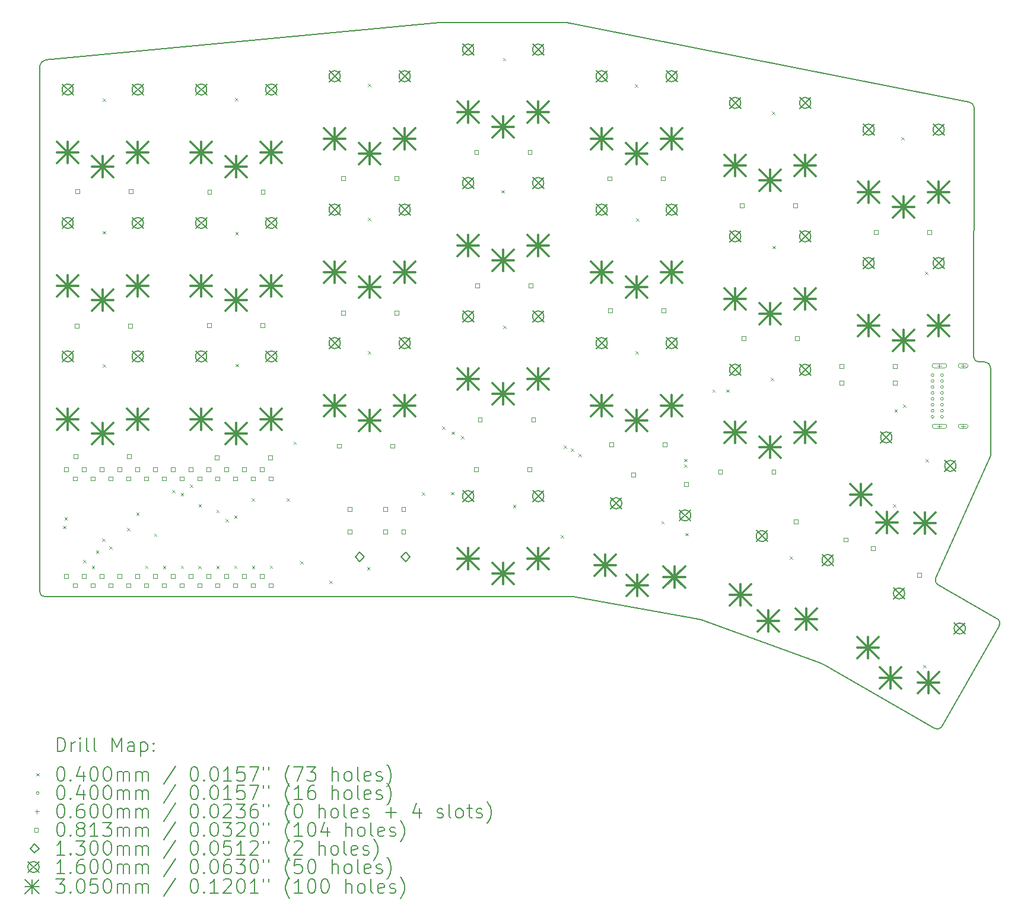
<source format=gbr>
%TF.GenerationSoftware,KiCad,Pcbnew,8.0.1*%
%TF.CreationDate,2024-03-22T14:56:21+09:00*%
%TF.ProjectId,Pinky3,50696e6b-7933-42e6-9b69-6361645f7063,0.3*%
%TF.SameCoordinates,Original*%
%TF.FileFunction,Drillmap*%
%TF.FilePolarity,Positive*%
%FSLAX45Y45*%
G04 Gerber Fmt 4.5, Leading zero omitted, Abs format (unit mm)*
G04 Created by KiCad (PCBNEW 8.0.1) date 2024-03-22 14:56:21*
%MOMM*%
%LPD*%
G01*
G04 APERTURE LIST*
%ADD10C,0.150000*%
%ADD11C,0.200000*%
%ADD12C,0.100000*%
%ADD13C,0.130000*%
%ADD14C,0.160000*%
%ADD15C,0.305000*%
G04 APERTURE END LIST*
D10*
X17590000Y-10280000D02*
G75*
G02*
X17670000Y-10360000I0J-80000D01*
G01*
X17501395Y-10279551D02*
G75*
G02*
X17431399Y-10209551I5J70001D01*
G01*
X17670000Y-10360000D02*
X17670000Y-11610000D01*
X4100000Y-13560000D02*
X4100000Y-6050000D01*
X13460000Y-13940000D02*
X13540000Y-13960000D01*
X17433201Y-6638736D02*
X17431395Y-10209551D01*
X13540000Y-13960000D02*
X15240000Y-14580000D01*
X11610000Y-13630000D02*
X11710000Y-13630000D01*
X11620000Y-5430000D02*
X17364032Y-6567720D01*
X16890000Y-13370000D02*
X17670000Y-11610000D01*
X17501395Y-10279551D02*
X17590000Y-10280000D01*
X17790000Y-14050000D02*
X16970000Y-15490000D01*
X16920000Y-13460000D02*
G75*
G02*
X16890000Y-13370000I30000J60000D01*
G01*
X15310000Y-14610000D02*
X16870000Y-15510000D01*
X16920000Y-13460000D02*
X17760000Y-13940000D01*
X4170000Y-13630000D02*
G75*
G02*
X4100000Y-13560000I0J70000D01*
G01*
X9810000Y-5430000D02*
X11620000Y-5430000D01*
X11610000Y-13630000D02*
X4170000Y-13630000D01*
X16970000Y-15490000D02*
G75*
G02*
X16870000Y-15510000I-60000J40000D01*
G01*
X4180000Y-5970000D02*
X9810000Y-5430000D01*
X15240000Y-14580000D02*
X15310000Y-14610000D01*
X11710000Y-13630000D02*
X13460000Y-13940000D01*
X17363270Y-6568745D02*
G75*
G02*
X17433203Y-6638736I-10070J-79995D01*
G01*
X17760000Y-13940000D02*
G75*
G02*
X17790000Y-14050000I-40000J-70000D01*
G01*
X4099415Y-6053186D02*
G75*
G02*
X4180000Y-5970000I100585J-16814D01*
G01*
D11*
D12*
X4429559Y-12619041D02*
X4469559Y-12659041D01*
X4469559Y-12619041D02*
X4429559Y-12659041D01*
X4454456Y-12494154D02*
X4494456Y-12534154D01*
X4494456Y-12494154D02*
X4454456Y-12534154D01*
X4719953Y-13102439D02*
X4759953Y-13142439D01*
X4759953Y-13102439D02*
X4719953Y-13142439D01*
X4842200Y-13189360D02*
X4882200Y-13229360D01*
X4882200Y-13189360D02*
X4842200Y-13229360D01*
X4902743Y-12972795D02*
X4942743Y-13012795D01*
X4942743Y-12972795D02*
X4902743Y-13012795D01*
X4989680Y-12798226D02*
X5029680Y-12838226D01*
X5029680Y-12798226D02*
X4989680Y-12838226D01*
X5001270Y-10309672D02*
X5041270Y-10349672D01*
X5041270Y-10309672D02*
X5001270Y-10349672D01*
X5001448Y-8411394D02*
X5041448Y-8451394D01*
X5041448Y-8411394D02*
X5001448Y-8451394D01*
X5002672Y-6515633D02*
X5042672Y-6555633D01*
X5042672Y-6515633D02*
X5002672Y-6555633D01*
X5095528Y-12912162D02*
X5135528Y-12952162D01*
X5135528Y-12912162D02*
X5095528Y-12952162D01*
X5349158Y-12648081D02*
X5389158Y-12688081D01*
X5389158Y-12648081D02*
X5349158Y-12688081D01*
X5477200Y-12426000D02*
X5517200Y-12466000D01*
X5517200Y-12426000D02*
X5477200Y-12466000D01*
X5604200Y-13184800D02*
X5644200Y-13224800D01*
X5644200Y-13184800D02*
X5604200Y-13224800D01*
X5733187Y-12728081D02*
X5773187Y-12768081D01*
X5773187Y-12728081D02*
X5733187Y-12768081D01*
X5858200Y-13189200D02*
X5898200Y-13229200D01*
X5898200Y-13189200D02*
X5858200Y-13229200D01*
X5989459Y-12106787D02*
X6029459Y-12146787D01*
X6029459Y-12106787D02*
X5989459Y-12146787D01*
X6112200Y-13186800D02*
X6152200Y-13226800D01*
X6152200Y-13186800D02*
X6112200Y-13226800D01*
X6113940Y-12148465D02*
X6153940Y-12188465D01*
X6153940Y-12148465D02*
X6113940Y-12188465D01*
X6243459Y-12032820D02*
X6283459Y-12072820D01*
X6283459Y-12032820D02*
X6243459Y-12072820D01*
X6365279Y-13187663D02*
X6405279Y-13227663D01*
X6405279Y-13187663D02*
X6365279Y-13227663D01*
X6366497Y-12307597D02*
X6406497Y-12347597D01*
X6406497Y-12307597D02*
X6366497Y-12347597D01*
X6620200Y-13188800D02*
X6660200Y-13228800D01*
X6660200Y-13188800D02*
X6620200Y-13228800D01*
X6620248Y-12390311D02*
X6660248Y-12430311D01*
X6660248Y-12390311D02*
X6620248Y-12430311D01*
X6749667Y-12523081D02*
X6789667Y-12563081D01*
X6789667Y-12523081D02*
X6749667Y-12563081D01*
X6874200Y-13184800D02*
X6914200Y-13224800D01*
X6914200Y-13184800D02*
X6874200Y-13224800D01*
X6875751Y-12471901D02*
X6915751Y-12511901D01*
X6915751Y-12471901D02*
X6875751Y-12511901D01*
X6887451Y-6508725D02*
X6927451Y-6548725D01*
X6927451Y-6508725D02*
X6887451Y-6548725D01*
X6891317Y-8424465D02*
X6931317Y-8464465D01*
X6931317Y-8424465D02*
X6891317Y-8464465D01*
X6898146Y-10306923D02*
X6938146Y-10346923D01*
X6938146Y-10306923D02*
X6898146Y-10346923D01*
X7126818Y-12225816D02*
X7166818Y-12265816D01*
X7166818Y-12225816D02*
X7126818Y-12265816D01*
X7128200Y-13189200D02*
X7168200Y-13229200D01*
X7168200Y-13189200D02*
X7128200Y-13229200D01*
X7382200Y-13186800D02*
X7422200Y-13226800D01*
X7422200Y-13186800D02*
X7382200Y-13226800D01*
X7623808Y-12223589D02*
X7663808Y-12263589D01*
X7663808Y-12223589D02*
X7623808Y-12263589D01*
X7721927Y-11416541D02*
X7761927Y-11456541D01*
X7761927Y-11416541D02*
X7721927Y-11456541D01*
X7822151Y-13120230D02*
X7862151Y-13160230D01*
X7862151Y-13120230D02*
X7822151Y-13160230D01*
X8231260Y-13404202D02*
X8271260Y-13444202D01*
X8271260Y-13404202D02*
X8231260Y-13444202D01*
X8772180Y-13209152D02*
X8812180Y-13249152D01*
X8812180Y-13209152D02*
X8772180Y-13249152D01*
X8782868Y-8218122D02*
X8822868Y-8258122D01*
X8822868Y-8218122D02*
X8782868Y-8258122D01*
X8786357Y-6306144D02*
X8826357Y-6346144D01*
X8826357Y-6306144D02*
X8786357Y-6346144D01*
X8786357Y-10127776D02*
X8826357Y-10167776D01*
X8826357Y-10127776D02*
X8786357Y-10167776D01*
X9552604Y-12138259D02*
X9592604Y-12178259D01*
X9592604Y-12138259D02*
X9552604Y-12178259D01*
X9843415Y-11199285D02*
X9883415Y-11239285D01*
X9883415Y-11199285D02*
X9843415Y-11239285D01*
X9966905Y-12136751D02*
X10006905Y-12176751D01*
X10006905Y-12136751D02*
X9966905Y-12176751D01*
X9980967Y-11271698D02*
X10020967Y-11311698D01*
X10020967Y-11271698D02*
X9980967Y-11311698D01*
X10116290Y-11337002D02*
X10156290Y-11377002D01*
X10156290Y-11337002D02*
X10116290Y-11377002D01*
X10691786Y-7827116D02*
X10731786Y-7867116D01*
X10731786Y-7827116D02*
X10691786Y-7867116D01*
X10709660Y-5939219D02*
X10749660Y-5979219D01*
X10749660Y-5939219D02*
X10709660Y-5979219D01*
X10715780Y-9761430D02*
X10755780Y-9801430D01*
X10755780Y-9761430D02*
X10715780Y-9801430D01*
X10854471Y-12317745D02*
X10894471Y-12357745D01*
X10894471Y-12317745D02*
X10854471Y-12357745D01*
X11539091Y-12749889D02*
X11579091Y-12789889D01*
X11579091Y-12749889D02*
X11539091Y-12789889D01*
X11577498Y-11468861D02*
X11617498Y-11508861D01*
X11617498Y-11468861D02*
X11577498Y-11508861D01*
X11681974Y-11511657D02*
X11721974Y-11551657D01*
X11721974Y-11511657D02*
X11681974Y-11551657D01*
X11791230Y-11591406D02*
X11831230Y-11631406D01*
X11831230Y-11591406D02*
X11791230Y-11631406D01*
X12592295Y-6317476D02*
X12632295Y-6357476D01*
X12632295Y-6317476D02*
X12592295Y-6357476D01*
X12600890Y-10123650D02*
X12640890Y-10163650D01*
X12640890Y-10123650D02*
X12600890Y-10163650D01*
X12609740Y-8229489D02*
X12649740Y-8269489D01*
X12649740Y-8229489D02*
X12609740Y-8269489D01*
X12972301Y-12551509D02*
X13012301Y-12591509D01*
X13012301Y-12551509D02*
X12972301Y-12591509D01*
X13296241Y-11662709D02*
X13336241Y-11702709D01*
X13336241Y-11662709D02*
X13296241Y-11702709D01*
X13299850Y-11744015D02*
X13339850Y-11784015D01*
X13339850Y-11744015D02*
X13299850Y-11784015D01*
X13315100Y-12719789D02*
X13355100Y-12759789D01*
X13355100Y-12719789D02*
X13315100Y-12759789D01*
X13699021Y-10670207D02*
X13739021Y-10710207D01*
X13739021Y-10670207D02*
X13699021Y-10710207D01*
X13899921Y-10670207D02*
X13939921Y-10710207D01*
X13939921Y-10670207D02*
X13899921Y-10710207D01*
X14535123Y-10506439D02*
X14575123Y-10546439D01*
X14575123Y-10506439D02*
X14535123Y-10546439D01*
X14549079Y-6703668D02*
X14589079Y-6743668D01*
X14589079Y-6703668D02*
X14549079Y-6743668D01*
X14556057Y-8622624D02*
X14596057Y-8662624D01*
X14596057Y-8622624D02*
X14556057Y-8662624D01*
X14802527Y-13057179D02*
X14842527Y-13097179D01*
X14842527Y-13057179D02*
X14802527Y-13097179D01*
X16275946Y-12307517D02*
X16315946Y-12347517D01*
X16315946Y-12307517D02*
X16275946Y-12347517D01*
X16298039Y-10953773D02*
X16338039Y-10993773D01*
X16338039Y-10953773D02*
X16298039Y-10993773D01*
X16394724Y-7065732D02*
X16434724Y-7105732D01*
X16434724Y-7065732D02*
X16394724Y-7105732D01*
X16422942Y-10889629D02*
X16462942Y-10929629D01*
X16462942Y-10889629D02*
X16422942Y-10929629D01*
X16709559Y-14606195D02*
X16749559Y-14646195D01*
X16749559Y-14606195D02*
X16709559Y-14646195D01*
X16736698Y-8991018D02*
X16776698Y-9031018D01*
X16776698Y-8991018D02*
X16736698Y-9031018D01*
X16744000Y-11664000D02*
X16784000Y-11704000D01*
X16784000Y-11664000D02*
X16744000Y-11704000D01*
X16862398Y-10466889D02*
G75*
G02*
X16822398Y-10466889I-20000J0D01*
G01*
X16822398Y-10466889D02*
G75*
G02*
X16862398Y-10466889I20000J0D01*
G01*
X16862398Y-10551889D02*
G75*
G02*
X16822398Y-10551889I-20000J0D01*
G01*
X16822398Y-10551889D02*
G75*
G02*
X16862398Y-10551889I20000J0D01*
G01*
X16862398Y-10636889D02*
G75*
G02*
X16822398Y-10636889I-20000J0D01*
G01*
X16822398Y-10636889D02*
G75*
G02*
X16862398Y-10636889I20000J0D01*
G01*
X16862398Y-10721889D02*
G75*
G02*
X16822398Y-10721889I-20000J0D01*
G01*
X16822398Y-10721889D02*
G75*
G02*
X16862398Y-10721889I20000J0D01*
G01*
X16862398Y-10806889D02*
G75*
G02*
X16822398Y-10806889I-20000J0D01*
G01*
X16822398Y-10806889D02*
G75*
G02*
X16862398Y-10806889I20000J0D01*
G01*
X16862398Y-10891889D02*
G75*
G02*
X16822398Y-10891889I-20000J0D01*
G01*
X16822398Y-10891889D02*
G75*
G02*
X16862398Y-10891889I20000J0D01*
G01*
X16862398Y-10976889D02*
G75*
G02*
X16822398Y-10976889I-20000J0D01*
G01*
X16822398Y-10976889D02*
G75*
G02*
X16862398Y-10976889I20000J0D01*
G01*
X16862398Y-11061889D02*
G75*
G02*
X16822398Y-11061889I-20000J0D01*
G01*
X16822398Y-11061889D02*
G75*
G02*
X16862398Y-11061889I20000J0D01*
G01*
X16997398Y-10466889D02*
G75*
G02*
X16957398Y-10466889I-20000J0D01*
G01*
X16957398Y-10466889D02*
G75*
G02*
X16997398Y-10466889I20000J0D01*
G01*
X16997398Y-10551889D02*
G75*
G02*
X16957398Y-10551889I-20000J0D01*
G01*
X16957398Y-10551889D02*
G75*
G02*
X16997398Y-10551889I20000J0D01*
G01*
X16997398Y-10636889D02*
G75*
G02*
X16957398Y-10636889I-20000J0D01*
G01*
X16957398Y-10636889D02*
G75*
G02*
X16997398Y-10636889I20000J0D01*
G01*
X16997398Y-10721889D02*
G75*
G02*
X16957398Y-10721889I-20000J0D01*
G01*
X16957398Y-10721889D02*
G75*
G02*
X16997398Y-10721889I20000J0D01*
G01*
X16997398Y-10806889D02*
G75*
G02*
X16957398Y-10806889I-20000J0D01*
G01*
X16957398Y-10806889D02*
G75*
G02*
X16997398Y-10806889I20000J0D01*
G01*
X16997398Y-10891889D02*
G75*
G02*
X16957398Y-10891889I-20000J0D01*
G01*
X16957398Y-10891889D02*
G75*
G02*
X16997398Y-10891889I20000J0D01*
G01*
X16997398Y-10976889D02*
G75*
G02*
X16957398Y-10976889I-20000J0D01*
G01*
X16957398Y-10976889D02*
G75*
G02*
X16997398Y-10976889I20000J0D01*
G01*
X16997398Y-11061889D02*
G75*
G02*
X16957398Y-11061889I-20000J0D01*
G01*
X16957398Y-11061889D02*
G75*
G02*
X16997398Y-11061889I20000J0D01*
G01*
X16940398Y-10301889D02*
X16940398Y-10361889D01*
X16910398Y-10331889D02*
X16970398Y-10331889D01*
X16865398Y-10361889D02*
X17015398Y-10361889D01*
X17015398Y-10301889D02*
G75*
G02*
X17015398Y-10361889I0J-30000D01*
G01*
X17015398Y-10301889D02*
X16865398Y-10301889D01*
X16865398Y-10301889D02*
G75*
G03*
X16865398Y-10361889I0J-30000D01*
G01*
X16940398Y-11166889D02*
X16940398Y-11226889D01*
X16910398Y-11196889D02*
X16970398Y-11196889D01*
X16865398Y-11226889D02*
X17015398Y-11226889D01*
X17015398Y-11166889D02*
G75*
G02*
X17015398Y-11226889I0J-30000D01*
G01*
X17015398Y-11166889D02*
X16865398Y-11166889D01*
X16865398Y-11166889D02*
G75*
G03*
X16865398Y-11226889I0J-30000D01*
G01*
X17278398Y-10301889D02*
X17278398Y-10361889D01*
X17248398Y-10331889D02*
X17308398Y-10331889D01*
X17238398Y-10361889D02*
X17318398Y-10361889D01*
X17318398Y-10301889D02*
G75*
G02*
X17318398Y-10361889I0J-30000D01*
G01*
X17318398Y-10301889D02*
X17238398Y-10301889D01*
X17238398Y-10301889D02*
G75*
G03*
X17238398Y-10361889I0J-30000D01*
G01*
X17278398Y-11166889D02*
X17278398Y-11226889D01*
X17248398Y-11196889D02*
X17308398Y-11196889D01*
X17238398Y-11226889D02*
X17318398Y-11226889D01*
X17318398Y-11166889D02*
G75*
G02*
X17318398Y-11226889I0J-30000D01*
G01*
X17318398Y-11166889D02*
X17238398Y-11166889D01*
X17238398Y-11166889D02*
G75*
G03*
X17238398Y-11226889I0J-30000D01*
G01*
X4509937Y-11843097D02*
X4509937Y-11785623D01*
X4452463Y-11785623D01*
X4452463Y-11843097D01*
X4509937Y-11843097D01*
X4509937Y-13365097D02*
X4509937Y-13307623D01*
X4452463Y-13307623D01*
X4452463Y-13365097D01*
X4509937Y-13365097D01*
X4636937Y-11973737D02*
X4636937Y-11916263D01*
X4579463Y-11916263D01*
X4579463Y-11973737D01*
X4636937Y-11973737D01*
X4636937Y-13497737D02*
X4636937Y-13440263D01*
X4579463Y-13440263D01*
X4579463Y-13497737D01*
X4636937Y-13497737D01*
X4643673Y-11657796D02*
X4643673Y-11600322D01*
X4586199Y-11600322D01*
X4586199Y-11657796D01*
X4643673Y-11657796D01*
X4659513Y-9791044D02*
X4659513Y-9733570D01*
X4602039Y-9733570D01*
X4602039Y-9791044D01*
X4659513Y-9791044D01*
X4667744Y-7869268D02*
X4667744Y-7811794D01*
X4610270Y-7811794D01*
X4610270Y-7869268D01*
X4667744Y-7869268D01*
X4763937Y-11843097D02*
X4763937Y-11785623D01*
X4706463Y-11785623D01*
X4706463Y-11843097D01*
X4763937Y-11843097D01*
X4763937Y-13365097D02*
X4763937Y-13307623D01*
X4706463Y-13307623D01*
X4706463Y-13365097D01*
X4763937Y-13365097D01*
X4890937Y-11973737D02*
X4890937Y-11916263D01*
X4833463Y-11916263D01*
X4833463Y-11973737D01*
X4890937Y-11973737D01*
X4890937Y-13497737D02*
X4890937Y-13440263D01*
X4833463Y-13440263D01*
X4833463Y-13497737D01*
X4890937Y-13497737D01*
X5017937Y-11843097D02*
X5017937Y-11785623D01*
X4960463Y-11785623D01*
X4960463Y-11843097D01*
X5017937Y-11843097D01*
X5017937Y-13365097D02*
X5017937Y-13307623D01*
X4960463Y-13307623D01*
X4960463Y-13365097D01*
X5017937Y-13365097D01*
X5144937Y-11973737D02*
X5144937Y-11916263D01*
X5087463Y-11916263D01*
X5087463Y-11973737D01*
X5144937Y-11973737D01*
X5144937Y-13497737D02*
X5144937Y-13440263D01*
X5087463Y-13440263D01*
X5087463Y-13497737D01*
X5144937Y-13497737D01*
X5271937Y-11843097D02*
X5271937Y-11785623D01*
X5214463Y-11785623D01*
X5214463Y-11843097D01*
X5271937Y-11843097D01*
X5271937Y-13365097D02*
X5271937Y-13307623D01*
X5214463Y-13307623D01*
X5214463Y-13365097D01*
X5271937Y-13365097D01*
X5398937Y-11973737D02*
X5398937Y-11916263D01*
X5341463Y-11916263D01*
X5341463Y-11973737D01*
X5398937Y-11973737D01*
X5398937Y-13497737D02*
X5398937Y-13440263D01*
X5341463Y-13440263D01*
X5341463Y-13497737D01*
X5398937Y-13497737D01*
X5405673Y-11657796D02*
X5405673Y-11600322D01*
X5348199Y-11600322D01*
X5348199Y-11657796D01*
X5405673Y-11657796D01*
X5421513Y-9791044D02*
X5421513Y-9733570D01*
X5364039Y-9733570D01*
X5364039Y-9791044D01*
X5421513Y-9791044D01*
X5429744Y-7869268D02*
X5429744Y-7811794D01*
X5372270Y-7811794D01*
X5372270Y-7869268D01*
X5429744Y-7869268D01*
X5525937Y-11843097D02*
X5525937Y-11785623D01*
X5468463Y-11785623D01*
X5468463Y-11843097D01*
X5525937Y-11843097D01*
X5525937Y-13365097D02*
X5525937Y-13307623D01*
X5468463Y-13307623D01*
X5468463Y-13365097D01*
X5525937Y-13365097D01*
X5652937Y-11973737D02*
X5652937Y-11916263D01*
X5595463Y-11916263D01*
X5595463Y-11973737D01*
X5652937Y-11973737D01*
X5652937Y-13497737D02*
X5652937Y-13440263D01*
X5595463Y-13440263D01*
X5595463Y-13497737D01*
X5652937Y-13497737D01*
X5779937Y-11843097D02*
X5779937Y-11785623D01*
X5722463Y-11785623D01*
X5722463Y-11843097D01*
X5779937Y-11843097D01*
X5779937Y-13365097D02*
X5779937Y-13307623D01*
X5722463Y-13307623D01*
X5722463Y-13365097D01*
X5779937Y-13365097D01*
X5906937Y-11973737D02*
X5906937Y-11916263D01*
X5849463Y-11916263D01*
X5849463Y-11973737D01*
X5906937Y-11973737D01*
X5906937Y-13497737D02*
X5906937Y-13440263D01*
X5849463Y-13440263D01*
X5849463Y-13497737D01*
X5906937Y-13497737D01*
X6033937Y-11843097D02*
X6033937Y-11785623D01*
X5976463Y-11785623D01*
X5976463Y-11843097D01*
X6033937Y-11843097D01*
X6033937Y-13365097D02*
X6033937Y-13307623D01*
X5976463Y-13307623D01*
X5976463Y-13365097D01*
X6033937Y-13365097D01*
X6160937Y-11973737D02*
X6160937Y-11916263D01*
X6103463Y-11916263D01*
X6103463Y-11973737D01*
X6160937Y-11973737D01*
X6160937Y-13497737D02*
X6160937Y-13440263D01*
X6103463Y-13440263D01*
X6103463Y-13497737D01*
X6160937Y-13497737D01*
X6287937Y-11843097D02*
X6287937Y-11785623D01*
X6230463Y-11785623D01*
X6230463Y-11843097D01*
X6287937Y-11843097D01*
X6287937Y-13365097D02*
X6287937Y-13307623D01*
X6230463Y-13307623D01*
X6230463Y-13365097D01*
X6287937Y-13365097D01*
X6414937Y-11973737D02*
X6414937Y-11916263D01*
X6357463Y-11916263D01*
X6357463Y-11973737D01*
X6414937Y-11973737D01*
X6414937Y-13497737D02*
X6414937Y-13440263D01*
X6357463Y-13440263D01*
X6357463Y-13497737D01*
X6414937Y-13497737D01*
X6541937Y-11843097D02*
X6541937Y-11785623D01*
X6484463Y-11785623D01*
X6484463Y-11843097D01*
X6541937Y-11843097D01*
X6541937Y-13365097D02*
X6541937Y-13307623D01*
X6484463Y-13307623D01*
X6484463Y-13365097D01*
X6541937Y-13365097D01*
X6546900Y-9787005D02*
X6546900Y-9729531D01*
X6489426Y-9729531D01*
X6489426Y-9787005D01*
X6546900Y-9787005D01*
X6551966Y-7880832D02*
X6551966Y-7823358D01*
X6494492Y-7823358D01*
X6494492Y-7880832D01*
X6551966Y-7880832D01*
X6658887Y-11670508D02*
X6658887Y-11613034D01*
X6601413Y-11613034D01*
X6601413Y-11670508D01*
X6658887Y-11670508D01*
X6668937Y-11973737D02*
X6668937Y-11916263D01*
X6611463Y-11916263D01*
X6611463Y-11973737D01*
X6668937Y-11973737D01*
X6668937Y-13497737D02*
X6668937Y-13440263D01*
X6611463Y-13440263D01*
X6611463Y-13497737D01*
X6668937Y-13497737D01*
X6795937Y-11843097D02*
X6795937Y-11785623D01*
X6738463Y-11785623D01*
X6738463Y-11843097D01*
X6795937Y-11843097D01*
X6795937Y-13365097D02*
X6795937Y-13307623D01*
X6738463Y-13307623D01*
X6738463Y-13365097D01*
X6795937Y-13365097D01*
X6922937Y-11973737D02*
X6922937Y-11916263D01*
X6865463Y-11916263D01*
X6865463Y-11973737D01*
X6922937Y-11973737D01*
X6922937Y-13497737D02*
X6922937Y-13440263D01*
X6865463Y-13440263D01*
X6865463Y-13497737D01*
X6922937Y-13497737D01*
X7049937Y-11843097D02*
X7049937Y-11785623D01*
X6992463Y-11785623D01*
X6992463Y-11843097D01*
X7049937Y-11843097D01*
X7049937Y-13365097D02*
X7049937Y-13307623D01*
X6992463Y-13307623D01*
X6992463Y-13365097D01*
X7049937Y-13365097D01*
X7176937Y-11973737D02*
X7176937Y-11916263D01*
X7119463Y-11916263D01*
X7119463Y-11973737D01*
X7176937Y-11973737D01*
X7176937Y-13497737D02*
X7176937Y-13440263D01*
X7119463Y-13440263D01*
X7119463Y-13497737D01*
X7176937Y-13497737D01*
X7303937Y-11843097D02*
X7303937Y-11785623D01*
X7246463Y-11785623D01*
X7246463Y-11843097D01*
X7303937Y-11843097D01*
X7303937Y-13365097D02*
X7303937Y-13307623D01*
X7246463Y-13307623D01*
X7246463Y-13365097D01*
X7303937Y-13365097D01*
X7308900Y-9787005D02*
X7308900Y-9729531D01*
X7251426Y-9729531D01*
X7251426Y-9787005D01*
X7308900Y-9787005D01*
X7313966Y-7880832D02*
X7313966Y-7823358D01*
X7256492Y-7823358D01*
X7256492Y-7880832D01*
X7313966Y-7880832D01*
X7420887Y-11670508D02*
X7420887Y-11613034D01*
X7363413Y-11613034D01*
X7363413Y-11670508D01*
X7420887Y-11670508D01*
X7430937Y-11973737D02*
X7430937Y-11916263D01*
X7373463Y-11916263D01*
X7373463Y-11973737D01*
X7430937Y-11973737D01*
X7430937Y-13497737D02*
X7430937Y-13440263D01*
X7373463Y-13440263D01*
X7373463Y-13497737D01*
X7430937Y-13497737D01*
X8398456Y-11507330D02*
X8398456Y-11449856D01*
X8340981Y-11449856D01*
X8340981Y-11507330D01*
X8398456Y-11507330D01*
X8457790Y-7687356D02*
X8457790Y-7629882D01*
X8400316Y-7629882D01*
X8400316Y-7687356D01*
X8457790Y-7687356D01*
X8461558Y-9606990D02*
X8461558Y-9549516D01*
X8404084Y-9549516D01*
X8404084Y-9606990D01*
X8461558Y-9606990D01*
X8556038Y-12411233D02*
X8556038Y-12353758D01*
X8498564Y-12353758D01*
X8498564Y-12411233D01*
X8556038Y-12411233D01*
X8556038Y-12731233D02*
X8556038Y-12673758D01*
X8498564Y-12673758D01*
X8498564Y-12731233D01*
X8556038Y-12731233D01*
X9064038Y-12411233D02*
X9064038Y-12353758D01*
X9006564Y-12353758D01*
X9006564Y-12411233D01*
X9064038Y-12411233D01*
X9064038Y-12731233D02*
X9064038Y-12673758D01*
X9006564Y-12673758D01*
X9006564Y-12731233D01*
X9064038Y-12731233D01*
X9160456Y-11507330D02*
X9160456Y-11449856D01*
X9102982Y-11449856D01*
X9102982Y-11507330D01*
X9160456Y-11507330D01*
X9219790Y-7687356D02*
X9219790Y-7629882D01*
X9162316Y-7629882D01*
X9162316Y-7687356D01*
X9219790Y-7687356D01*
X9223558Y-9606990D02*
X9223558Y-9549516D01*
X9166084Y-9549516D01*
X9166084Y-9606990D01*
X9223558Y-9606990D01*
X9320038Y-12411233D02*
X9320038Y-12353758D01*
X9262564Y-12353758D01*
X9262564Y-12411233D01*
X9320038Y-12411233D01*
X9320038Y-12731233D02*
X9320038Y-12673758D01*
X9262564Y-12673758D01*
X9262564Y-12731233D01*
X9320038Y-12731233D01*
X10359475Y-11841655D02*
X10359475Y-11784181D01*
X10302001Y-11784181D01*
X10302001Y-11841655D01*
X10359475Y-11841655D01*
X10361331Y-7311468D02*
X10361331Y-7253994D01*
X10303857Y-7253994D01*
X10303857Y-7311468D01*
X10361331Y-7311468D01*
X10373832Y-9215624D02*
X10373832Y-9158150D01*
X10316358Y-9158150D01*
X10316358Y-9215624D01*
X10373832Y-9215624D01*
X10412050Y-11132517D02*
X10412050Y-11075042D01*
X10354576Y-11075042D01*
X10354576Y-11132517D01*
X10412050Y-11132517D01*
X11121475Y-11841655D02*
X11121475Y-11784181D01*
X11064001Y-11784181D01*
X11064001Y-11841655D01*
X11121475Y-11841655D01*
X11123331Y-7311468D02*
X11123331Y-7253994D01*
X11065857Y-7253994D01*
X11065857Y-7311468D01*
X11123331Y-7311468D01*
X11135832Y-9215624D02*
X11135832Y-9158150D01*
X11078358Y-9158150D01*
X11078358Y-9215624D01*
X11135832Y-9215624D01*
X11174050Y-11132517D02*
X11174050Y-11075042D01*
X11116576Y-11075042D01*
X11116576Y-11132517D01*
X11174050Y-11132517D01*
X12261133Y-7689425D02*
X12261133Y-7631951D01*
X12203659Y-7631951D01*
X12203659Y-7689425D01*
X12261133Y-7689425D01*
X12268595Y-9576064D02*
X12268595Y-9518590D01*
X12211121Y-9518590D01*
X12211121Y-9576064D01*
X12268595Y-9576064D01*
X12286190Y-11485298D02*
X12286190Y-11427824D01*
X12228716Y-11427824D01*
X12228716Y-11485298D01*
X12286190Y-11485298D01*
X12603492Y-11919226D02*
X12603492Y-11861752D01*
X12546017Y-11861752D01*
X12546017Y-11919226D01*
X12603492Y-11919226D01*
X13023133Y-7689425D02*
X13023133Y-7631951D01*
X12965659Y-7631951D01*
X12965659Y-7689425D01*
X13023133Y-7689425D01*
X13030595Y-9576064D02*
X13030595Y-9518590D01*
X12973121Y-9518590D01*
X12973121Y-9576064D01*
X13030595Y-9576064D01*
X13048191Y-11485298D02*
X13048191Y-11427824D01*
X12990717Y-11427824D01*
X12990717Y-11485298D01*
X13048191Y-11485298D01*
X13353916Y-12051546D02*
X13353916Y-11994072D01*
X13296441Y-11994072D01*
X13296441Y-12051546D01*
X13353916Y-12051546D01*
X13841882Y-11877145D02*
X13841882Y-11819671D01*
X13784408Y-11819671D01*
X13784408Y-11877145D01*
X13841882Y-11877145D01*
X14149979Y-8071958D02*
X14149979Y-8014484D01*
X14092504Y-8014484D01*
X14092504Y-8071958D01*
X14149979Y-8071958D01*
X14172533Y-9972815D02*
X14172533Y-9915341D01*
X14115058Y-9915341D01*
X14115058Y-9972815D01*
X14172533Y-9972815D01*
X14603882Y-11877145D02*
X14603882Y-11819671D01*
X14546408Y-11819671D01*
X14546408Y-11877145D01*
X14603882Y-11877145D01*
X14911979Y-8071958D02*
X14911979Y-8014484D01*
X14854504Y-8014484D01*
X14854504Y-8071958D01*
X14911979Y-8071958D01*
X14917804Y-12584176D02*
X14917804Y-12526702D01*
X14860330Y-12526702D01*
X14860330Y-12584176D01*
X14917804Y-12584176D01*
X14934533Y-9972815D02*
X14934533Y-9915341D01*
X14877058Y-9915341D01*
X14877058Y-9972815D01*
X14934533Y-9972815D01*
X15574390Y-10603197D02*
X15574390Y-10545723D01*
X15516916Y-10545723D01*
X15516916Y-10603197D01*
X15574390Y-10603197D01*
X15574535Y-10369067D02*
X15574535Y-10311593D01*
X15517061Y-10311593D01*
X15517061Y-10369067D01*
X15574535Y-10369067D01*
X15633850Y-12844796D02*
X15633850Y-12787322D01*
X15576376Y-12787322D01*
X15576376Y-12844796D01*
X15633850Y-12844796D01*
X16023033Y-12969262D02*
X16023033Y-12911788D01*
X15965559Y-12911788D01*
X15965559Y-12969262D01*
X16023033Y-12969262D01*
X16062766Y-8456187D02*
X16062766Y-8398713D01*
X16005292Y-8398713D01*
X16005292Y-8456187D01*
X16062766Y-8456187D01*
X16336390Y-10603197D02*
X16336390Y-10545723D01*
X16278916Y-10545723D01*
X16278916Y-10603197D01*
X16336390Y-10603197D01*
X16336535Y-10369067D02*
X16336535Y-10311593D01*
X16279061Y-10311593D01*
X16279061Y-10369067D01*
X16336535Y-10369067D01*
X16682944Y-13350262D02*
X16682944Y-13292788D01*
X16625470Y-13292788D01*
X16625470Y-13350262D01*
X16682944Y-13350262D01*
X16824766Y-8456187D02*
X16824766Y-8398713D01*
X16767292Y-8398713D01*
X16767292Y-8456187D01*
X16824766Y-8456187D01*
D13*
X8668239Y-13127959D02*
X8733239Y-13062959D01*
X8668239Y-12997959D01*
X8603239Y-13062959D01*
X8668239Y-13127959D01*
X9323239Y-13127959D02*
X9388239Y-13062959D01*
X9323239Y-12997959D01*
X9258239Y-13062959D01*
X9323239Y-13127959D01*
D14*
X4420000Y-6310000D02*
X4580000Y-6470000D01*
X4580000Y-6310000D02*
X4420000Y-6470000D01*
X4580000Y-6390000D02*
G75*
G02*
X4420000Y-6390000I-80000J0D01*
G01*
X4420000Y-6390000D02*
G75*
G02*
X4580000Y-6390000I80000J0D01*
G01*
X4420000Y-8215000D02*
X4580000Y-8375000D01*
X4580000Y-8215000D02*
X4420000Y-8375000D01*
X4580000Y-8295000D02*
G75*
G02*
X4420000Y-8295000I-80000J0D01*
G01*
X4420000Y-8295000D02*
G75*
G02*
X4580000Y-8295000I80000J0D01*
G01*
X4420000Y-10120000D02*
X4580000Y-10280000D01*
X4580000Y-10120000D02*
X4420000Y-10280000D01*
X4580000Y-10200000D02*
G75*
G02*
X4420000Y-10200000I-80000J0D01*
G01*
X4420000Y-10200000D02*
G75*
G02*
X4580000Y-10200000I80000J0D01*
G01*
X5420000Y-6310000D02*
X5580000Y-6470000D01*
X5580000Y-6310000D02*
X5420000Y-6470000D01*
X5580000Y-6390000D02*
G75*
G02*
X5420000Y-6390000I-80000J0D01*
G01*
X5420000Y-6390000D02*
G75*
G02*
X5580000Y-6390000I80000J0D01*
G01*
X5420000Y-8215000D02*
X5580000Y-8375000D01*
X5580000Y-8215000D02*
X5420000Y-8375000D01*
X5580000Y-8295000D02*
G75*
G02*
X5420000Y-8295000I-80000J0D01*
G01*
X5420000Y-8295000D02*
G75*
G02*
X5580000Y-8295000I80000J0D01*
G01*
X5420000Y-10120000D02*
X5580000Y-10280000D01*
X5580000Y-10120000D02*
X5420000Y-10280000D01*
X5580000Y-10200000D02*
G75*
G02*
X5420000Y-10200000I-80000J0D01*
G01*
X5420000Y-10200000D02*
G75*
G02*
X5580000Y-10200000I80000J0D01*
G01*
X6325000Y-6310000D02*
X6485000Y-6470000D01*
X6485000Y-6310000D02*
X6325000Y-6470000D01*
X6485000Y-6390000D02*
G75*
G02*
X6325000Y-6390000I-80000J0D01*
G01*
X6325000Y-6390000D02*
G75*
G02*
X6485000Y-6390000I80000J0D01*
G01*
X6325000Y-8215000D02*
X6485000Y-8375000D01*
X6485000Y-8215000D02*
X6325000Y-8375000D01*
X6485000Y-8295000D02*
G75*
G02*
X6325000Y-8295000I-80000J0D01*
G01*
X6325000Y-8295000D02*
G75*
G02*
X6485000Y-8295000I80000J0D01*
G01*
X6325000Y-10120000D02*
X6485000Y-10280000D01*
X6485000Y-10120000D02*
X6325000Y-10280000D01*
X6485000Y-10200000D02*
G75*
G02*
X6325000Y-10200000I-80000J0D01*
G01*
X6325000Y-10200000D02*
G75*
G02*
X6485000Y-10200000I80000J0D01*
G01*
X7325000Y-6310000D02*
X7485000Y-6470000D01*
X7485000Y-6310000D02*
X7325000Y-6470000D01*
X7485000Y-6390000D02*
G75*
G02*
X7325000Y-6390000I-80000J0D01*
G01*
X7325000Y-6390000D02*
G75*
G02*
X7485000Y-6390000I80000J0D01*
G01*
X7325000Y-8215000D02*
X7485000Y-8375000D01*
X7485000Y-8215000D02*
X7325000Y-8375000D01*
X7485000Y-8295000D02*
G75*
G02*
X7325000Y-8295000I-80000J0D01*
G01*
X7325000Y-8295000D02*
G75*
G02*
X7485000Y-8295000I80000J0D01*
G01*
X7325000Y-10120000D02*
X7485000Y-10280000D01*
X7485000Y-10120000D02*
X7325000Y-10280000D01*
X7485000Y-10200000D02*
G75*
G02*
X7325000Y-10200000I-80000J0D01*
G01*
X7325000Y-10200000D02*
G75*
G02*
X7485000Y-10200000I80000J0D01*
G01*
X8230000Y-6119500D02*
X8390000Y-6279500D01*
X8390000Y-6119500D02*
X8230000Y-6279500D01*
X8390000Y-6199500D02*
G75*
G02*
X8230000Y-6199500I-80000J0D01*
G01*
X8230000Y-6199500D02*
G75*
G02*
X8390000Y-6199500I80000J0D01*
G01*
X8230000Y-8024500D02*
X8390000Y-8184500D01*
X8390000Y-8024500D02*
X8230000Y-8184500D01*
X8390000Y-8104500D02*
G75*
G02*
X8230000Y-8104500I-80000J0D01*
G01*
X8230000Y-8104500D02*
G75*
G02*
X8390000Y-8104500I80000J0D01*
G01*
X8230000Y-9929500D02*
X8390000Y-10089500D01*
X8390000Y-9929500D02*
X8230000Y-10089500D01*
X8390000Y-10009500D02*
G75*
G02*
X8230000Y-10009500I-80000J0D01*
G01*
X8230000Y-10009500D02*
G75*
G02*
X8390000Y-10009500I80000J0D01*
G01*
X9230000Y-6119500D02*
X9390000Y-6279500D01*
X9390000Y-6119500D02*
X9230000Y-6279500D01*
X9390000Y-6199500D02*
G75*
G02*
X9230000Y-6199500I-80000J0D01*
G01*
X9230000Y-6199500D02*
G75*
G02*
X9390000Y-6199500I80000J0D01*
G01*
X9230000Y-8024500D02*
X9390000Y-8184500D01*
X9390000Y-8024500D02*
X9230000Y-8184500D01*
X9390000Y-8104500D02*
G75*
G02*
X9230000Y-8104500I-80000J0D01*
G01*
X9230000Y-8104500D02*
G75*
G02*
X9390000Y-8104500I80000J0D01*
G01*
X9230000Y-9929500D02*
X9390000Y-10089500D01*
X9390000Y-9929500D02*
X9230000Y-10089500D01*
X9390000Y-10009500D02*
G75*
G02*
X9230000Y-10009500I-80000J0D01*
G01*
X9230000Y-10009500D02*
G75*
G02*
X9390000Y-10009500I80000J0D01*
G01*
X10135000Y-5738500D02*
X10295000Y-5898500D01*
X10295000Y-5738500D02*
X10135000Y-5898500D01*
X10295000Y-5818500D02*
G75*
G02*
X10135000Y-5818500I-80000J0D01*
G01*
X10135000Y-5818500D02*
G75*
G02*
X10295000Y-5818500I80000J0D01*
G01*
X10135000Y-7643500D02*
X10295000Y-7803500D01*
X10295000Y-7643500D02*
X10135000Y-7803500D01*
X10295000Y-7723500D02*
G75*
G02*
X10135000Y-7723500I-80000J0D01*
G01*
X10135000Y-7723500D02*
G75*
G02*
X10295000Y-7723500I80000J0D01*
G01*
X10135000Y-9548500D02*
X10295000Y-9708500D01*
X10295000Y-9548500D02*
X10135000Y-9708500D01*
X10295000Y-9628500D02*
G75*
G02*
X10135000Y-9628500I-80000J0D01*
G01*
X10135000Y-9628500D02*
G75*
G02*
X10295000Y-9628500I80000J0D01*
G01*
X10135000Y-12115000D02*
X10295000Y-12275000D01*
X10295000Y-12115000D02*
X10135000Y-12275000D01*
X10295000Y-12195000D02*
G75*
G02*
X10135000Y-12195000I-80000J0D01*
G01*
X10135000Y-12195000D02*
G75*
G02*
X10295000Y-12195000I80000J0D01*
G01*
X11135000Y-5738500D02*
X11295000Y-5898500D01*
X11295000Y-5738500D02*
X11135000Y-5898500D01*
X11295000Y-5818500D02*
G75*
G02*
X11135000Y-5818500I-80000J0D01*
G01*
X11135000Y-5818500D02*
G75*
G02*
X11295000Y-5818500I80000J0D01*
G01*
X11135000Y-7643500D02*
X11295000Y-7803500D01*
X11295000Y-7643500D02*
X11135000Y-7803500D01*
X11295000Y-7723500D02*
G75*
G02*
X11135000Y-7723500I-80000J0D01*
G01*
X11135000Y-7723500D02*
G75*
G02*
X11295000Y-7723500I80000J0D01*
G01*
X11135000Y-9548500D02*
X11295000Y-9708500D01*
X11295000Y-9548500D02*
X11135000Y-9708500D01*
X11295000Y-9628500D02*
G75*
G02*
X11135000Y-9628500I-80000J0D01*
G01*
X11135000Y-9628500D02*
G75*
G02*
X11295000Y-9628500I80000J0D01*
G01*
X11135000Y-12115000D02*
X11295000Y-12275000D01*
X11295000Y-12115000D02*
X11135000Y-12275000D01*
X11295000Y-12195000D02*
G75*
G02*
X11135000Y-12195000I-80000J0D01*
G01*
X11135000Y-12195000D02*
G75*
G02*
X11295000Y-12195000I80000J0D01*
G01*
X12040000Y-6119500D02*
X12200000Y-6279500D01*
X12200000Y-6119500D02*
X12040000Y-6279500D01*
X12200000Y-6199500D02*
G75*
G02*
X12040000Y-6199500I-80000J0D01*
G01*
X12040000Y-6199500D02*
G75*
G02*
X12200000Y-6199500I80000J0D01*
G01*
X12040000Y-8024500D02*
X12200000Y-8184500D01*
X12200000Y-8024500D02*
X12040000Y-8184500D01*
X12200000Y-8104500D02*
G75*
G02*
X12040000Y-8104500I-80000J0D01*
G01*
X12040000Y-8104500D02*
G75*
G02*
X12200000Y-8104500I80000J0D01*
G01*
X12040000Y-9929500D02*
X12200000Y-10089500D01*
X12200000Y-9929500D02*
X12040000Y-10089500D01*
X12200000Y-10009500D02*
G75*
G02*
X12040000Y-10009500I-80000J0D01*
G01*
X12040000Y-10009500D02*
G75*
G02*
X12200000Y-10009500I80000J0D01*
G01*
X12247025Y-12216000D02*
X12407025Y-12376000D01*
X12407025Y-12216000D02*
X12247025Y-12376000D01*
X12407025Y-12296000D02*
G75*
G02*
X12247025Y-12296000I-80000J0D01*
G01*
X12247025Y-12296000D02*
G75*
G02*
X12407025Y-12296000I80000J0D01*
G01*
X13040000Y-6119500D02*
X13200000Y-6279500D01*
X13200000Y-6119500D02*
X13040000Y-6279500D01*
X13200000Y-6199500D02*
G75*
G02*
X13040000Y-6199500I-80000J0D01*
G01*
X13040000Y-6199500D02*
G75*
G02*
X13200000Y-6199500I80000J0D01*
G01*
X13040000Y-8024500D02*
X13200000Y-8184500D01*
X13200000Y-8024500D02*
X13040000Y-8184500D01*
X13200000Y-8104500D02*
G75*
G02*
X13040000Y-8104500I-80000J0D01*
G01*
X13040000Y-8104500D02*
G75*
G02*
X13200000Y-8104500I80000J0D01*
G01*
X13040000Y-9929500D02*
X13200000Y-10089500D01*
X13200000Y-9929500D02*
X13040000Y-10089500D01*
X13200000Y-10009500D02*
G75*
G02*
X13040000Y-10009500I-80000J0D01*
G01*
X13040000Y-10009500D02*
G75*
G02*
X13200000Y-10009500I80000J0D01*
G01*
X13231833Y-12389648D02*
X13391833Y-12549648D01*
X13391833Y-12389648D02*
X13231833Y-12549648D01*
X13391833Y-12469648D02*
G75*
G02*
X13231833Y-12469648I-80000J0D01*
G01*
X13231833Y-12469648D02*
G75*
G02*
X13391833Y-12469648I80000J0D01*
G01*
X13945000Y-6500500D02*
X14105000Y-6660500D01*
X14105000Y-6500500D02*
X13945000Y-6660500D01*
X14105000Y-6580500D02*
G75*
G02*
X13945000Y-6580500I-80000J0D01*
G01*
X13945000Y-6580500D02*
G75*
G02*
X14105000Y-6580500I80000J0D01*
G01*
X13945000Y-8405500D02*
X14105000Y-8565500D01*
X14105000Y-8405500D02*
X13945000Y-8565500D01*
X14105000Y-8485500D02*
G75*
G02*
X13945000Y-8485500I-80000J0D01*
G01*
X13945000Y-8485500D02*
G75*
G02*
X14105000Y-8485500I80000J0D01*
G01*
X13945000Y-10310500D02*
X14105000Y-10470500D01*
X14105000Y-10310500D02*
X13945000Y-10470500D01*
X14105000Y-10390500D02*
G75*
G02*
X13945000Y-10390500I-80000J0D01*
G01*
X13945000Y-10390500D02*
G75*
G02*
X14105000Y-10390500I80000J0D01*
G01*
X14326294Y-12685048D02*
X14486294Y-12845048D01*
X14486294Y-12685048D02*
X14326294Y-12845048D01*
X14486294Y-12765048D02*
G75*
G02*
X14326294Y-12765048I-80000J0D01*
G01*
X14326294Y-12765048D02*
G75*
G02*
X14486294Y-12765048I80000J0D01*
G01*
X14945000Y-6500500D02*
X15105000Y-6660500D01*
X15105000Y-6500500D02*
X14945000Y-6660500D01*
X15105000Y-6580500D02*
G75*
G02*
X14945000Y-6580500I-80000J0D01*
G01*
X14945000Y-6580500D02*
G75*
G02*
X15105000Y-6580500I80000J0D01*
G01*
X14945000Y-8405500D02*
X15105000Y-8565500D01*
X15105000Y-8405500D02*
X14945000Y-8565500D01*
X15105000Y-8485500D02*
G75*
G02*
X14945000Y-8485500I-80000J0D01*
G01*
X14945000Y-8485500D02*
G75*
G02*
X15105000Y-8485500I80000J0D01*
G01*
X14945000Y-10310500D02*
X15105000Y-10470500D01*
X15105000Y-10310500D02*
X14945000Y-10470500D01*
X15105000Y-10390500D02*
G75*
G02*
X14945000Y-10390500I-80000J0D01*
G01*
X14945000Y-10390500D02*
G75*
G02*
X15105000Y-10390500I80000J0D01*
G01*
X15265987Y-13027068D02*
X15425987Y-13187068D01*
X15425987Y-13027068D02*
X15265987Y-13187068D01*
X15425987Y-13107068D02*
G75*
G02*
X15265987Y-13107068I-80000J0D01*
G01*
X15265987Y-13107068D02*
G75*
G02*
X15425987Y-13107068I80000J0D01*
G01*
X15850000Y-6881500D02*
X16010000Y-7041500D01*
X16010000Y-6881500D02*
X15850000Y-7041500D01*
X16010000Y-6961500D02*
G75*
G02*
X15850000Y-6961500I-80000J0D01*
G01*
X15850000Y-6961500D02*
G75*
G02*
X16010000Y-6961500I80000J0D01*
G01*
X15850000Y-8786500D02*
X16010000Y-8946500D01*
X16010000Y-8786500D02*
X15850000Y-8946500D01*
X16010000Y-8866500D02*
G75*
G02*
X15850000Y-8866500I-80000J0D01*
G01*
X15850000Y-8866500D02*
G75*
G02*
X16010000Y-8866500I80000J0D01*
G01*
X16102697Y-11276156D02*
X16262697Y-11436156D01*
X16262697Y-11276156D02*
X16102697Y-11436156D01*
X16262697Y-11356156D02*
G75*
G02*
X16102697Y-11356156I-80000J0D01*
G01*
X16102697Y-11356156D02*
G75*
G02*
X16262697Y-11356156I80000J0D01*
G01*
X16284487Y-13503997D02*
X16444487Y-13663997D01*
X16444487Y-13503997D02*
X16284487Y-13663997D01*
X16444487Y-13583997D02*
G75*
G02*
X16284487Y-13583997I-80000J0D01*
G01*
X16284487Y-13583997D02*
G75*
G02*
X16444487Y-13583997I80000J0D01*
G01*
X16850000Y-6881500D02*
X17010000Y-7041500D01*
X17010000Y-6881500D02*
X16850000Y-7041500D01*
X17010000Y-6961500D02*
G75*
G02*
X16850000Y-6961500I-80000J0D01*
G01*
X16850000Y-6961500D02*
G75*
G02*
X17010000Y-6961500I80000J0D01*
G01*
X16850000Y-8786500D02*
X17010000Y-8946500D01*
X17010000Y-8786500D02*
X16850000Y-8946500D01*
X17010000Y-8866500D02*
G75*
G02*
X16850000Y-8866500I-80000J0D01*
G01*
X16850000Y-8866500D02*
G75*
G02*
X17010000Y-8866500I80000J0D01*
G01*
X17016242Y-11682892D02*
X17176242Y-11842892D01*
X17176242Y-11682892D02*
X17016242Y-11842892D01*
X17176242Y-11762892D02*
G75*
G02*
X17016242Y-11762892I-80000J0D01*
G01*
X17016242Y-11762892D02*
G75*
G02*
X17176242Y-11762892I80000J0D01*
G01*
X17150513Y-14003997D02*
X17310513Y-14163997D01*
X17310513Y-14003997D02*
X17150513Y-14163997D01*
X17310513Y-14083997D02*
G75*
G02*
X17150513Y-14083997I-80000J0D01*
G01*
X17150513Y-14083997D02*
G75*
G02*
X17310513Y-14083997I80000J0D01*
G01*
D15*
X4347500Y-7132500D02*
X4652500Y-7437500D01*
X4652500Y-7132500D02*
X4347500Y-7437500D01*
X4500000Y-7132500D02*
X4500000Y-7437500D01*
X4347500Y-7285000D02*
X4652500Y-7285000D01*
X4347500Y-9037500D02*
X4652500Y-9342500D01*
X4652500Y-9037500D02*
X4347500Y-9342500D01*
X4500000Y-9037500D02*
X4500000Y-9342500D01*
X4347500Y-9190000D02*
X4652500Y-9190000D01*
X4347500Y-10942500D02*
X4652500Y-11247500D01*
X4652500Y-10942500D02*
X4347500Y-11247500D01*
X4500000Y-10942500D02*
X4500000Y-11247500D01*
X4347500Y-11095000D02*
X4652500Y-11095000D01*
X4847500Y-7342500D02*
X5152500Y-7647500D01*
X5152500Y-7342500D02*
X4847500Y-7647500D01*
X5000000Y-7342500D02*
X5000000Y-7647500D01*
X4847500Y-7495000D02*
X5152500Y-7495000D01*
X4847500Y-7342500D02*
X5152500Y-7647500D01*
X5152500Y-7342500D02*
X4847500Y-7647500D01*
X5000000Y-7342500D02*
X5000000Y-7647500D01*
X4847500Y-7495000D02*
X5152500Y-7495000D01*
X4847500Y-9247500D02*
X5152500Y-9552500D01*
X5152500Y-9247500D02*
X4847500Y-9552500D01*
X5000000Y-9247500D02*
X5000000Y-9552500D01*
X4847500Y-9400000D02*
X5152500Y-9400000D01*
X4847500Y-9247500D02*
X5152500Y-9552500D01*
X5152500Y-9247500D02*
X4847500Y-9552500D01*
X5000000Y-9247500D02*
X5000000Y-9552500D01*
X4847500Y-9400000D02*
X5152500Y-9400000D01*
X4847500Y-11152500D02*
X5152500Y-11457500D01*
X5152500Y-11152500D02*
X4847500Y-11457500D01*
X5000000Y-11152500D02*
X5000000Y-11457500D01*
X4847500Y-11305000D02*
X5152500Y-11305000D01*
X4847500Y-11152500D02*
X5152500Y-11457500D01*
X5152500Y-11152500D02*
X4847500Y-11457500D01*
X5000000Y-11152500D02*
X5000000Y-11457500D01*
X4847500Y-11305000D02*
X5152500Y-11305000D01*
X5347500Y-7132500D02*
X5652500Y-7437500D01*
X5652500Y-7132500D02*
X5347500Y-7437500D01*
X5500000Y-7132500D02*
X5500000Y-7437500D01*
X5347500Y-7285000D02*
X5652500Y-7285000D01*
X5347500Y-9037500D02*
X5652500Y-9342500D01*
X5652500Y-9037500D02*
X5347500Y-9342500D01*
X5500000Y-9037500D02*
X5500000Y-9342500D01*
X5347500Y-9190000D02*
X5652500Y-9190000D01*
X5347500Y-10942500D02*
X5652500Y-11247500D01*
X5652500Y-10942500D02*
X5347500Y-11247500D01*
X5500000Y-10942500D02*
X5500000Y-11247500D01*
X5347500Y-11095000D02*
X5652500Y-11095000D01*
X6252500Y-7132500D02*
X6557500Y-7437500D01*
X6557500Y-7132500D02*
X6252500Y-7437500D01*
X6405000Y-7132500D02*
X6405000Y-7437500D01*
X6252500Y-7285000D02*
X6557500Y-7285000D01*
X6252500Y-9037500D02*
X6557500Y-9342500D01*
X6557500Y-9037500D02*
X6252500Y-9342500D01*
X6405000Y-9037500D02*
X6405000Y-9342500D01*
X6252500Y-9190000D02*
X6557500Y-9190000D01*
X6252500Y-10942500D02*
X6557500Y-11247500D01*
X6557500Y-10942500D02*
X6252500Y-11247500D01*
X6405000Y-10942500D02*
X6405000Y-11247500D01*
X6252500Y-11095000D02*
X6557500Y-11095000D01*
X6752500Y-7342500D02*
X7057500Y-7647500D01*
X7057500Y-7342500D02*
X6752500Y-7647500D01*
X6905000Y-7342500D02*
X6905000Y-7647500D01*
X6752500Y-7495000D02*
X7057500Y-7495000D01*
X6752500Y-7342500D02*
X7057500Y-7647500D01*
X7057500Y-7342500D02*
X6752500Y-7647500D01*
X6905000Y-7342500D02*
X6905000Y-7647500D01*
X6752500Y-7495000D02*
X7057500Y-7495000D01*
X6752500Y-9247500D02*
X7057500Y-9552500D01*
X7057500Y-9247500D02*
X6752500Y-9552500D01*
X6905000Y-9247500D02*
X6905000Y-9552500D01*
X6752500Y-9400000D02*
X7057500Y-9400000D01*
X6752500Y-9247500D02*
X7057500Y-9552500D01*
X7057500Y-9247500D02*
X6752500Y-9552500D01*
X6905000Y-9247500D02*
X6905000Y-9552500D01*
X6752500Y-9400000D02*
X7057500Y-9400000D01*
X6752500Y-11152500D02*
X7057500Y-11457500D01*
X7057500Y-11152500D02*
X6752500Y-11457500D01*
X6905000Y-11152500D02*
X6905000Y-11457500D01*
X6752500Y-11305000D02*
X7057500Y-11305000D01*
X6752500Y-11152500D02*
X7057500Y-11457500D01*
X7057500Y-11152500D02*
X6752500Y-11457500D01*
X6905000Y-11152500D02*
X6905000Y-11457500D01*
X6752500Y-11305000D02*
X7057500Y-11305000D01*
X7252500Y-7132500D02*
X7557500Y-7437500D01*
X7557500Y-7132500D02*
X7252500Y-7437500D01*
X7405000Y-7132500D02*
X7405000Y-7437500D01*
X7252500Y-7285000D02*
X7557500Y-7285000D01*
X7252500Y-9037500D02*
X7557500Y-9342500D01*
X7557500Y-9037500D02*
X7252500Y-9342500D01*
X7405000Y-9037500D02*
X7405000Y-9342500D01*
X7252500Y-9190000D02*
X7557500Y-9190000D01*
X7252500Y-10942500D02*
X7557500Y-11247500D01*
X7557500Y-10942500D02*
X7252500Y-11247500D01*
X7405000Y-10942500D02*
X7405000Y-11247500D01*
X7252500Y-11095000D02*
X7557500Y-11095000D01*
X8157500Y-6942000D02*
X8462500Y-7247000D01*
X8462500Y-6942000D02*
X8157500Y-7247000D01*
X8310000Y-6942000D02*
X8310000Y-7247000D01*
X8157500Y-7094500D02*
X8462500Y-7094500D01*
X8157500Y-8847000D02*
X8462500Y-9152000D01*
X8462500Y-8847000D02*
X8157500Y-9152000D01*
X8310000Y-8847000D02*
X8310000Y-9152000D01*
X8157500Y-8999500D02*
X8462500Y-8999500D01*
X8157500Y-10752000D02*
X8462500Y-11057000D01*
X8462500Y-10752000D02*
X8157500Y-11057000D01*
X8310000Y-10752000D02*
X8310000Y-11057000D01*
X8157500Y-10904500D02*
X8462500Y-10904500D01*
X8657500Y-7152000D02*
X8962500Y-7457000D01*
X8962500Y-7152000D02*
X8657500Y-7457000D01*
X8810000Y-7152000D02*
X8810000Y-7457000D01*
X8657500Y-7304500D02*
X8962500Y-7304500D01*
X8657500Y-7152000D02*
X8962500Y-7457000D01*
X8962500Y-7152000D02*
X8657500Y-7457000D01*
X8810000Y-7152000D02*
X8810000Y-7457000D01*
X8657500Y-7304500D02*
X8962500Y-7304500D01*
X8657500Y-9057000D02*
X8962500Y-9362000D01*
X8962500Y-9057000D02*
X8657500Y-9362000D01*
X8810000Y-9057000D02*
X8810000Y-9362000D01*
X8657500Y-9209500D02*
X8962500Y-9209500D01*
X8657500Y-9057000D02*
X8962500Y-9362000D01*
X8962500Y-9057000D02*
X8657500Y-9362000D01*
X8810000Y-9057000D02*
X8810000Y-9362000D01*
X8657500Y-9209500D02*
X8962500Y-9209500D01*
X8657500Y-10962000D02*
X8962500Y-11267000D01*
X8962500Y-10962000D02*
X8657500Y-11267000D01*
X8810000Y-10962000D02*
X8810000Y-11267000D01*
X8657500Y-11114500D02*
X8962500Y-11114500D01*
X8657500Y-10962000D02*
X8962500Y-11267000D01*
X8962500Y-10962000D02*
X8657500Y-11267000D01*
X8810000Y-10962000D02*
X8810000Y-11267000D01*
X8657500Y-11114500D02*
X8962500Y-11114500D01*
X9157500Y-6942000D02*
X9462500Y-7247000D01*
X9462500Y-6942000D02*
X9157500Y-7247000D01*
X9310000Y-6942000D02*
X9310000Y-7247000D01*
X9157500Y-7094500D02*
X9462500Y-7094500D01*
X9157500Y-8847000D02*
X9462500Y-9152000D01*
X9462500Y-8847000D02*
X9157500Y-9152000D01*
X9310000Y-8847000D02*
X9310000Y-9152000D01*
X9157500Y-8999500D02*
X9462500Y-8999500D01*
X9157500Y-10752000D02*
X9462500Y-11057000D01*
X9462500Y-10752000D02*
X9157500Y-11057000D01*
X9310000Y-10752000D02*
X9310000Y-11057000D01*
X9157500Y-10904500D02*
X9462500Y-10904500D01*
X10062500Y-6561000D02*
X10367500Y-6866000D01*
X10367500Y-6561000D02*
X10062500Y-6866000D01*
X10215000Y-6561000D02*
X10215000Y-6866000D01*
X10062500Y-6713500D02*
X10367500Y-6713500D01*
X10062500Y-8466000D02*
X10367500Y-8771000D01*
X10367500Y-8466000D02*
X10062500Y-8771000D01*
X10215000Y-8466000D02*
X10215000Y-8771000D01*
X10062500Y-8618500D02*
X10367500Y-8618500D01*
X10062500Y-10371000D02*
X10367500Y-10676000D01*
X10367500Y-10371000D02*
X10062500Y-10676000D01*
X10215000Y-10371000D02*
X10215000Y-10676000D01*
X10062500Y-10523500D02*
X10367500Y-10523500D01*
X10062500Y-12937500D02*
X10367500Y-13242500D01*
X10367500Y-12937500D02*
X10062500Y-13242500D01*
X10215000Y-12937500D02*
X10215000Y-13242500D01*
X10062500Y-13090000D02*
X10367500Y-13090000D01*
X10562500Y-6771000D02*
X10867500Y-7076000D01*
X10867500Y-6771000D02*
X10562500Y-7076000D01*
X10715000Y-6771000D02*
X10715000Y-7076000D01*
X10562500Y-6923500D02*
X10867500Y-6923500D01*
X10562500Y-6771000D02*
X10867500Y-7076000D01*
X10867500Y-6771000D02*
X10562500Y-7076000D01*
X10715000Y-6771000D02*
X10715000Y-7076000D01*
X10562500Y-6923500D02*
X10867500Y-6923500D01*
X10562500Y-8676000D02*
X10867500Y-8981000D01*
X10867500Y-8676000D02*
X10562500Y-8981000D01*
X10715000Y-8676000D02*
X10715000Y-8981000D01*
X10562500Y-8828500D02*
X10867500Y-8828500D01*
X10562500Y-8676000D02*
X10867500Y-8981000D01*
X10867500Y-8676000D02*
X10562500Y-8981000D01*
X10715000Y-8676000D02*
X10715000Y-8981000D01*
X10562500Y-8828500D02*
X10867500Y-8828500D01*
X10562500Y-10581000D02*
X10867500Y-10886000D01*
X10867500Y-10581000D02*
X10562500Y-10886000D01*
X10715000Y-10581000D02*
X10715000Y-10886000D01*
X10562500Y-10733500D02*
X10867500Y-10733500D01*
X10562500Y-10581000D02*
X10867500Y-10886000D01*
X10867500Y-10581000D02*
X10562500Y-10886000D01*
X10715000Y-10581000D02*
X10715000Y-10886000D01*
X10562500Y-10733500D02*
X10867500Y-10733500D01*
X10562500Y-13147500D02*
X10867500Y-13452500D01*
X10867500Y-13147500D02*
X10562500Y-13452500D01*
X10715000Y-13147500D02*
X10715000Y-13452500D01*
X10562500Y-13300000D02*
X10867500Y-13300000D01*
X10562500Y-13147500D02*
X10867500Y-13452500D01*
X10867500Y-13147500D02*
X10562500Y-13452500D01*
X10715000Y-13147500D02*
X10715000Y-13452500D01*
X10562500Y-13300000D02*
X10867500Y-13300000D01*
X11062500Y-6561000D02*
X11367500Y-6866000D01*
X11367500Y-6561000D02*
X11062500Y-6866000D01*
X11215000Y-6561000D02*
X11215000Y-6866000D01*
X11062500Y-6713500D02*
X11367500Y-6713500D01*
X11062500Y-8466000D02*
X11367500Y-8771000D01*
X11367500Y-8466000D02*
X11062500Y-8771000D01*
X11215000Y-8466000D02*
X11215000Y-8771000D01*
X11062500Y-8618500D02*
X11367500Y-8618500D01*
X11062500Y-10371000D02*
X11367500Y-10676000D01*
X11367500Y-10371000D02*
X11062500Y-10676000D01*
X11215000Y-10371000D02*
X11215000Y-10676000D01*
X11062500Y-10523500D02*
X11367500Y-10523500D01*
X11062500Y-12937500D02*
X11367500Y-13242500D01*
X11367500Y-12937500D02*
X11062500Y-13242500D01*
X11215000Y-12937500D02*
X11215000Y-13242500D01*
X11062500Y-13090000D02*
X11367500Y-13090000D01*
X11967500Y-6942000D02*
X12272500Y-7247000D01*
X12272500Y-6942000D02*
X11967500Y-7247000D01*
X12120000Y-6942000D02*
X12120000Y-7247000D01*
X11967500Y-7094500D02*
X12272500Y-7094500D01*
X11967500Y-8847000D02*
X12272500Y-9152000D01*
X12272500Y-8847000D02*
X11967500Y-9152000D01*
X12120000Y-8847000D02*
X12120000Y-9152000D01*
X11967500Y-8999500D02*
X12272500Y-8999500D01*
X11967500Y-10752000D02*
X12272500Y-11057000D01*
X12272500Y-10752000D02*
X11967500Y-11057000D01*
X12120000Y-10752000D02*
X12120000Y-11057000D01*
X11967500Y-10904500D02*
X12272500Y-10904500D01*
X12019110Y-13024903D02*
X12324110Y-13329903D01*
X12324110Y-13024903D02*
X12019110Y-13329903D01*
X12171610Y-13024903D02*
X12171610Y-13329903D01*
X12019110Y-13177403D02*
X12324110Y-13177403D01*
X12467500Y-7152000D02*
X12772500Y-7457000D01*
X12772500Y-7152000D02*
X12467500Y-7457000D01*
X12620000Y-7152000D02*
X12620000Y-7457000D01*
X12467500Y-7304500D02*
X12772500Y-7304500D01*
X12467500Y-7152000D02*
X12772500Y-7457000D01*
X12772500Y-7152000D02*
X12467500Y-7457000D01*
X12620000Y-7152000D02*
X12620000Y-7457000D01*
X12467500Y-7304500D02*
X12772500Y-7304500D01*
X12467500Y-9057000D02*
X12772500Y-9362000D01*
X12772500Y-9057000D02*
X12467500Y-9362000D01*
X12620000Y-9057000D02*
X12620000Y-9362000D01*
X12467500Y-9209500D02*
X12772500Y-9209500D01*
X12467500Y-9057000D02*
X12772500Y-9362000D01*
X12772500Y-9057000D02*
X12467500Y-9362000D01*
X12620000Y-9057000D02*
X12620000Y-9362000D01*
X12467500Y-9209500D02*
X12772500Y-9209500D01*
X12467500Y-10962000D02*
X12772500Y-11267000D01*
X12772500Y-10962000D02*
X12467500Y-11267000D01*
X12620000Y-10962000D02*
X12620000Y-11267000D01*
X12467500Y-11114500D02*
X12772500Y-11114500D01*
X12467500Y-10962000D02*
X12772500Y-11267000D01*
X12772500Y-10962000D02*
X12467500Y-11267000D01*
X12620000Y-10962000D02*
X12620000Y-11267000D01*
X12467500Y-11114500D02*
X12772500Y-11114500D01*
X12475047Y-13318537D02*
X12780047Y-13623537D01*
X12780047Y-13318537D02*
X12475047Y-13623537D01*
X12627547Y-13318537D02*
X12627547Y-13623537D01*
X12475047Y-13471037D02*
X12780047Y-13471037D01*
X12475048Y-13318537D02*
X12780048Y-13623537D01*
X12780048Y-13318537D02*
X12475048Y-13623537D01*
X12627548Y-13318537D02*
X12627548Y-13623537D01*
X12475048Y-13471037D02*
X12780048Y-13471037D01*
X12967500Y-6942000D02*
X13272500Y-7247000D01*
X13272500Y-6942000D02*
X12967500Y-7247000D01*
X13120000Y-6942000D02*
X13120000Y-7247000D01*
X12967500Y-7094500D02*
X13272500Y-7094500D01*
X12967500Y-8847000D02*
X13272500Y-9152000D01*
X13272500Y-8847000D02*
X12967500Y-9152000D01*
X13120000Y-8847000D02*
X13120000Y-9152000D01*
X12967500Y-8999500D02*
X13272500Y-8999500D01*
X12967500Y-10752000D02*
X13272500Y-11057000D01*
X13272500Y-10752000D02*
X12967500Y-11057000D01*
X13120000Y-10752000D02*
X13120000Y-11057000D01*
X12967500Y-10904500D02*
X13272500Y-10904500D01*
X13003918Y-13198551D02*
X13308918Y-13503551D01*
X13308918Y-13198551D02*
X13003918Y-13503551D01*
X13156418Y-13198551D02*
X13156418Y-13503551D01*
X13003918Y-13351051D02*
X13308918Y-13351051D01*
X13872500Y-7323000D02*
X14177500Y-7628000D01*
X14177500Y-7323000D02*
X13872500Y-7628000D01*
X14025000Y-7323000D02*
X14025000Y-7628000D01*
X13872500Y-7475500D02*
X14177500Y-7475500D01*
X13872500Y-9228000D02*
X14177500Y-9533000D01*
X14177500Y-9228000D02*
X13872500Y-9533000D01*
X14025000Y-9228000D02*
X14025000Y-9533000D01*
X13872500Y-9380500D02*
X14177500Y-9380500D01*
X13872500Y-11133000D02*
X14177500Y-11438000D01*
X14177500Y-11133000D02*
X13872500Y-11438000D01*
X14025000Y-11133000D02*
X14025000Y-11438000D01*
X13872500Y-11285500D02*
X14177500Y-11285500D01*
X13947686Y-13453573D02*
X14252686Y-13758573D01*
X14252686Y-13453573D02*
X13947686Y-13758573D01*
X14100186Y-13453573D02*
X14100186Y-13758573D01*
X13947686Y-13606073D02*
X14252686Y-13606073D01*
X14345708Y-13821919D02*
X14650708Y-14126919D01*
X14650708Y-13821919D02*
X14345708Y-14126919D01*
X14498208Y-13821919D02*
X14498208Y-14126919D01*
X14345708Y-13974419D02*
X14650708Y-13974419D01*
X14345708Y-13821919D02*
X14650708Y-14126919D01*
X14650708Y-13821919D02*
X14345708Y-14126919D01*
X14498208Y-13821919D02*
X14498208Y-14126919D01*
X14345708Y-13974419D02*
X14650708Y-13974419D01*
X14372500Y-7533000D02*
X14677500Y-7838000D01*
X14677500Y-7533000D02*
X14372500Y-7838000D01*
X14525000Y-7533000D02*
X14525000Y-7838000D01*
X14372500Y-7685500D02*
X14677500Y-7685500D01*
X14372500Y-7533000D02*
X14677500Y-7838000D01*
X14677500Y-7533000D02*
X14372500Y-7838000D01*
X14525000Y-7533000D02*
X14525000Y-7838000D01*
X14372500Y-7685500D02*
X14677500Y-7685500D01*
X14372500Y-9438000D02*
X14677500Y-9743000D01*
X14677500Y-9438000D02*
X14372500Y-9743000D01*
X14525000Y-9438000D02*
X14525000Y-9743000D01*
X14372500Y-9590500D02*
X14677500Y-9590500D01*
X14372500Y-9438000D02*
X14677500Y-9743000D01*
X14677500Y-9438000D02*
X14372500Y-9743000D01*
X14525000Y-9438000D02*
X14525000Y-9743000D01*
X14372500Y-9590500D02*
X14677500Y-9590500D01*
X14372500Y-11343000D02*
X14677500Y-11648000D01*
X14677500Y-11343000D02*
X14372500Y-11648000D01*
X14525000Y-11343000D02*
X14525000Y-11648000D01*
X14372500Y-11495500D02*
X14677500Y-11495500D01*
X14372500Y-11343000D02*
X14677500Y-11648000D01*
X14677500Y-11343000D02*
X14372500Y-11648000D01*
X14525000Y-11343000D02*
X14525000Y-11648000D01*
X14372500Y-11495500D02*
X14677500Y-11495500D01*
X14872500Y-7323000D02*
X15177500Y-7628000D01*
X15177500Y-7323000D02*
X14872500Y-7628000D01*
X15025000Y-7323000D02*
X15025000Y-7628000D01*
X14872500Y-7475500D02*
X15177500Y-7475500D01*
X14872500Y-9228000D02*
X15177500Y-9533000D01*
X15177500Y-9228000D02*
X14872500Y-9533000D01*
X15025000Y-9228000D02*
X15025000Y-9533000D01*
X14872500Y-9380500D02*
X15177500Y-9380500D01*
X14872500Y-11133000D02*
X15177500Y-11438000D01*
X15177500Y-11133000D02*
X14872500Y-11438000D01*
X15025000Y-11133000D02*
X15025000Y-11438000D01*
X14872500Y-11285500D02*
X15177500Y-11285500D01*
X14887379Y-13795593D02*
X15192379Y-14100593D01*
X15192379Y-13795593D02*
X14887379Y-14100593D01*
X15039879Y-13795593D02*
X15039879Y-14100593D01*
X14887379Y-13948093D02*
X15192379Y-13948093D01*
X15666167Y-12021279D02*
X15971167Y-12326279D01*
X15971167Y-12021279D02*
X15666167Y-12326279D01*
X15818667Y-12021279D02*
X15818667Y-12326279D01*
X15666167Y-12173779D02*
X15971167Y-12173779D01*
X15764487Y-14206590D02*
X16069487Y-14511590D01*
X16069487Y-14206590D02*
X15764487Y-14511590D01*
X15916987Y-14206590D02*
X15916987Y-14511590D01*
X15764487Y-14359090D02*
X16069487Y-14359090D01*
X15777500Y-7704000D02*
X16082500Y-8009000D01*
X16082500Y-7704000D02*
X15777500Y-8009000D01*
X15930000Y-7704000D02*
X15930000Y-8009000D01*
X15777500Y-7856500D02*
X16082500Y-7856500D01*
X15777500Y-9609000D02*
X16082500Y-9914000D01*
X16082500Y-9609000D02*
X15777500Y-9914000D01*
X15930000Y-9609000D02*
X15930000Y-9914000D01*
X15777500Y-9761500D02*
X16082500Y-9761500D01*
X16037525Y-12416492D02*
X16342525Y-12721492D01*
X16342525Y-12416492D02*
X16037525Y-12721492D01*
X16190025Y-12416492D02*
X16190025Y-12721492D01*
X16037525Y-12568992D02*
X16342525Y-12568992D01*
X16037525Y-12416492D02*
X16342525Y-12721492D01*
X16342525Y-12416492D02*
X16037525Y-12721492D01*
X16190025Y-12416492D02*
X16190025Y-12721492D01*
X16037525Y-12568992D02*
X16342525Y-12568992D01*
X16092500Y-14638455D02*
X16397500Y-14943455D01*
X16397500Y-14638455D02*
X16092500Y-14943455D01*
X16245000Y-14638455D02*
X16245000Y-14943455D01*
X16092500Y-14790955D02*
X16397500Y-14790955D01*
X16092500Y-14638455D02*
X16397500Y-14943455D01*
X16397500Y-14638455D02*
X16092500Y-14943455D01*
X16245000Y-14638455D02*
X16245000Y-14943455D01*
X16092500Y-14790955D02*
X16397500Y-14790955D01*
X16277500Y-7914000D02*
X16582500Y-8219000D01*
X16582500Y-7914000D02*
X16277500Y-8219000D01*
X16430000Y-7914000D02*
X16430000Y-8219000D01*
X16277500Y-8066500D02*
X16582500Y-8066500D01*
X16277500Y-7914000D02*
X16582500Y-8219000D01*
X16582500Y-7914000D02*
X16277500Y-8219000D01*
X16430000Y-7914000D02*
X16430000Y-8219000D01*
X16277500Y-8066500D02*
X16582500Y-8066500D01*
X16277500Y-9819000D02*
X16582500Y-10124000D01*
X16582500Y-9819000D02*
X16277500Y-10124000D01*
X16430000Y-9819000D02*
X16430000Y-10124000D01*
X16277500Y-9971500D02*
X16582500Y-9971500D01*
X16277500Y-9819000D02*
X16582500Y-10124000D01*
X16582500Y-9819000D02*
X16277500Y-10124000D01*
X16430000Y-9819000D02*
X16430000Y-10124000D01*
X16277500Y-9971500D02*
X16582500Y-9971500D01*
X16579713Y-12428016D02*
X16884713Y-12733016D01*
X16884713Y-12428016D02*
X16579713Y-12733016D01*
X16732213Y-12428016D02*
X16732213Y-12733016D01*
X16579713Y-12580516D02*
X16884713Y-12580516D01*
X16630513Y-14706590D02*
X16935513Y-15011590D01*
X16935513Y-14706590D02*
X16630513Y-15011590D01*
X16783013Y-14706590D02*
X16783013Y-15011590D01*
X16630513Y-14859090D02*
X16935513Y-14859090D01*
X16777500Y-7704000D02*
X17082500Y-8009000D01*
X17082500Y-7704000D02*
X16777500Y-8009000D01*
X16930000Y-7704000D02*
X16930000Y-8009000D01*
X16777500Y-7856500D02*
X17082500Y-7856500D01*
X16777500Y-9609000D02*
X17082500Y-9914000D01*
X17082500Y-9609000D02*
X16777500Y-9914000D01*
X16930000Y-9609000D02*
X16930000Y-9914000D01*
X16777500Y-9761500D02*
X17082500Y-9761500D01*
D11*
X4352692Y-15841095D02*
X4352692Y-15641095D01*
X4352692Y-15641095D02*
X4400311Y-15641095D01*
X4400311Y-15641095D02*
X4428883Y-15650619D01*
X4428883Y-15650619D02*
X4447930Y-15669666D01*
X4447930Y-15669666D02*
X4457454Y-15688714D01*
X4457454Y-15688714D02*
X4466978Y-15726809D01*
X4466978Y-15726809D02*
X4466978Y-15755380D01*
X4466978Y-15755380D02*
X4457454Y-15793476D01*
X4457454Y-15793476D02*
X4447930Y-15812523D01*
X4447930Y-15812523D02*
X4428883Y-15831571D01*
X4428883Y-15831571D02*
X4400311Y-15841095D01*
X4400311Y-15841095D02*
X4352692Y-15841095D01*
X4552692Y-15841095D02*
X4552692Y-15707761D01*
X4552692Y-15745857D02*
X4562216Y-15726809D01*
X4562216Y-15726809D02*
X4571740Y-15717285D01*
X4571740Y-15717285D02*
X4590787Y-15707761D01*
X4590787Y-15707761D02*
X4609835Y-15707761D01*
X4676502Y-15841095D02*
X4676502Y-15707761D01*
X4676502Y-15641095D02*
X4666978Y-15650619D01*
X4666978Y-15650619D02*
X4676502Y-15660142D01*
X4676502Y-15660142D02*
X4686025Y-15650619D01*
X4686025Y-15650619D02*
X4676502Y-15641095D01*
X4676502Y-15641095D02*
X4676502Y-15660142D01*
X4800311Y-15841095D02*
X4781264Y-15831571D01*
X4781264Y-15831571D02*
X4771740Y-15812523D01*
X4771740Y-15812523D02*
X4771740Y-15641095D01*
X4905073Y-15841095D02*
X4886025Y-15831571D01*
X4886025Y-15831571D02*
X4876502Y-15812523D01*
X4876502Y-15812523D02*
X4876502Y-15641095D01*
X5133645Y-15841095D02*
X5133645Y-15641095D01*
X5133645Y-15641095D02*
X5200311Y-15783952D01*
X5200311Y-15783952D02*
X5266978Y-15641095D01*
X5266978Y-15641095D02*
X5266978Y-15841095D01*
X5447930Y-15841095D02*
X5447930Y-15736333D01*
X5447930Y-15736333D02*
X5438406Y-15717285D01*
X5438406Y-15717285D02*
X5419359Y-15707761D01*
X5419359Y-15707761D02*
X5381264Y-15707761D01*
X5381264Y-15707761D02*
X5362216Y-15717285D01*
X5447930Y-15831571D02*
X5428883Y-15841095D01*
X5428883Y-15841095D02*
X5381264Y-15841095D01*
X5381264Y-15841095D02*
X5362216Y-15831571D01*
X5362216Y-15831571D02*
X5352692Y-15812523D01*
X5352692Y-15812523D02*
X5352692Y-15793476D01*
X5352692Y-15793476D02*
X5362216Y-15774428D01*
X5362216Y-15774428D02*
X5381264Y-15764904D01*
X5381264Y-15764904D02*
X5428883Y-15764904D01*
X5428883Y-15764904D02*
X5447930Y-15755380D01*
X5543168Y-15707761D02*
X5543168Y-15907761D01*
X5543168Y-15717285D02*
X5562216Y-15707761D01*
X5562216Y-15707761D02*
X5600311Y-15707761D01*
X5600311Y-15707761D02*
X5619359Y-15717285D01*
X5619359Y-15717285D02*
X5628883Y-15726809D01*
X5628883Y-15726809D02*
X5638406Y-15745857D01*
X5638406Y-15745857D02*
X5638406Y-15802999D01*
X5638406Y-15802999D02*
X5628883Y-15822047D01*
X5628883Y-15822047D02*
X5619359Y-15831571D01*
X5619359Y-15831571D02*
X5600311Y-15841095D01*
X5600311Y-15841095D02*
X5562216Y-15841095D01*
X5562216Y-15841095D02*
X5543168Y-15831571D01*
X5724121Y-15822047D02*
X5733644Y-15831571D01*
X5733644Y-15831571D02*
X5724121Y-15841095D01*
X5724121Y-15841095D02*
X5714597Y-15831571D01*
X5714597Y-15831571D02*
X5724121Y-15822047D01*
X5724121Y-15822047D02*
X5724121Y-15841095D01*
X5724121Y-15717285D02*
X5733644Y-15726809D01*
X5733644Y-15726809D02*
X5724121Y-15736333D01*
X5724121Y-15736333D02*
X5714597Y-15726809D01*
X5714597Y-15726809D02*
X5724121Y-15717285D01*
X5724121Y-15717285D02*
X5724121Y-15736333D01*
D12*
X4051915Y-16149611D02*
X4091915Y-16189611D01*
X4091915Y-16149611D02*
X4051915Y-16189611D01*
D11*
X4390787Y-16061095D02*
X4409835Y-16061095D01*
X4409835Y-16061095D02*
X4428883Y-16070619D01*
X4428883Y-16070619D02*
X4438406Y-16080142D01*
X4438406Y-16080142D02*
X4447930Y-16099190D01*
X4447930Y-16099190D02*
X4457454Y-16137285D01*
X4457454Y-16137285D02*
X4457454Y-16184904D01*
X4457454Y-16184904D02*
X4447930Y-16222999D01*
X4447930Y-16222999D02*
X4438406Y-16242047D01*
X4438406Y-16242047D02*
X4428883Y-16251571D01*
X4428883Y-16251571D02*
X4409835Y-16261095D01*
X4409835Y-16261095D02*
X4390787Y-16261095D01*
X4390787Y-16261095D02*
X4371740Y-16251571D01*
X4371740Y-16251571D02*
X4362216Y-16242047D01*
X4362216Y-16242047D02*
X4352692Y-16222999D01*
X4352692Y-16222999D02*
X4343168Y-16184904D01*
X4343168Y-16184904D02*
X4343168Y-16137285D01*
X4343168Y-16137285D02*
X4352692Y-16099190D01*
X4352692Y-16099190D02*
X4362216Y-16080142D01*
X4362216Y-16080142D02*
X4371740Y-16070619D01*
X4371740Y-16070619D02*
X4390787Y-16061095D01*
X4543168Y-16242047D02*
X4552692Y-16251571D01*
X4552692Y-16251571D02*
X4543168Y-16261095D01*
X4543168Y-16261095D02*
X4533645Y-16251571D01*
X4533645Y-16251571D02*
X4543168Y-16242047D01*
X4543168Y-16242047D02*
X4543168Y-16261095D01*
X4724121Y-16127761D02*
X4724121Y-16261095D01*
X4676502Y-16051571D02*
X4628883Y-16194428D01*
X4628883Y-16194428D02*
X4752692Y-16194428D01*
X4866978Y-16061095D02*
X4886026Y-16061095D01*
X4886026Y-16061095D02*
X4905073Y-16070619D01*
X4905073Y-16070619D02*
X4914597Y-16080142D01*
X4914597Y-16080142D02*
X4924121Y-16099190D01*
X4924121Y-16099190D02*
X4933645Y-16137285D01*
X4933645Y-16137285D02*
X4933645Y-16184904D01*
X4933645Y-16184904D02*
X4924121Y-16222999D01*
X4924121Y-16222999D02*
X4914597Y-16242047D01*
X4914597Y-16242047D02*
X4905073Y-16251571D01*
X4905073Y-16251571D02*
X4886026Y-16261095D01*
X4886026Y-16261095D02*
X4866978Y-16261095D01*
X4866978Y-16261095D02*
X4847930Y-16251571D01*
X4847930Y-16251571D02*
X4838406Y-16242047D01*
X4838406Y-16242047D02*
X4828883Y-16222999D01*
X4828883Y-16222999D02*
X4819359Y-16184904D01*
X4819359Y-16184904D02*
X4819359Y-16137285D01*
X4819359Y-16137285D02*
X4828883Y-16099190D01*
X4828883Y-16099190D02*
X4838406Y-16080142D01*
X4838406Y-16080142D02*
X4847930Y-16070619D01*
X4847930Y-16070619D02*
X4866978Y-16061095D01*
X5057454Y-16061095D02*
X5076502Y-16061095D01*
X5076502Y-16061095D02*
X5095549Y-16070619D01*
X5095549Y-16070619D02*
X5105073Y-16080142D01*
X5105073Y-16080142D02*
X5114597Y-16099190D01*
X5114597Y-16099190D02*
X5124121Y-16137285D01*
X5124121Y-16137285D02*
X5124121Y-16184904D01*
X5124121Y-16184904D02*
X5114597Y-16222999D01*
X5114597Y-16222999D02*
X5105073Y-16242047D01*
X5105073Y-16242047D02*
X5095549Y-16251571D01*
X5095549Y-16251571D02*
X5076502Y-16261095D01*
X5076502Y-16261095D02*
X5057454Y-16261095D01*
X5057454Y-16261095D02*
X5038406Y-16251571D01*
X5038406Y-16251571D02*
X5028883Y-16242047D01*
X5028883Y-16242047D02*
X5019359Y-16222999D01*
X5019359Y-16222999D02*
X5009835Y-16184904D01*
X5009835Y-16184904D02*
X5009835Y-16137285D01*
X5009835Y-16137285D02*
X5019359Y-16099190D01*
X5019359Y-16099190D02*
X5028883Y-16080142D01*
X5028883Y-16080142D02*
X5038406Y-16070619D01*
X5038406Y-16070619D02*
X5057454Y-16061095D01*
X5209835Y-16261095D02*
X5209835Y-16127761D01*
X5209835Y-16146809D02*
X5219359Y-16137285D01*
X5219359Y-16137285D02*
X5238406Y-16127761D01*
X5238406Y-16127761D02*
X5266978Y-16127761D01*
X5266978Y-16127761D02*
X5286026Y-16137285D01*
X5286026Y-16137285D02*
X5295549Y-16156333D01*
X5295549Y-16156333D02*
X5295549Y-16261095D01*
X5295549Y-16156333D02*
X5305073Y-16137285D01*
X5305073Y-16137285D02*
X5324121Y-16127761D01*
X5324121Y-16127761D02*
X5352692Y-16127761D01*
X5352692Y-16127761D02*
X5371740Y-16137285D01*
X5371740Y-16137285D02*
X5381264Y-16156333D01*
X5381264Y-16156333D02*
X5381264Y-16261095D01*
X5476502Y-16261095D02*
X5476502Y-16127761D01*
X5476502Y-16146809D02*
X5486026Y-16137285D01*
X5486026Y-16137285D02*
X5505073Y-16127761D01*
X5505073Y-16127761D02*
X5533645Y-16127761D01*
X5533645Y-16127761D02*
X5552692Y-16137285D01*
X5552692Y-16137285D02*
X5562216Y-16156333D01*
X5562216Y-16156333D02*
X5562216Y-16261095D01*
X5562216Y-16156333D02*
X5571740Y-16137285D01*
X5571740Y-16137285D02*
X5590787Y-16127761D01*
X5590787Y-16127761D02*
X5619359Y-16127761D01*
X5619359Y-16127761D02*
X5638406Y-16137285D01*
X5638406Y-16137285D02*
X5647930Y-16156333D01*
X5647930Y-16156333D02*
X5647930Y-16261095D01*
X6038406Y-16051571D02*
X5866978Y-16308714D01*
X6295549Y-16061095D02*
X6314597Y-16061095D01*
X6314597Y-16061095D02*
X6333645Y-16070619D01*
X6333645Y-16070619D02*
X6343168Y-16080142D01*
X6343168Y-16080142D02*
X6352692Y-16099190D01*
X6352692Y-16099190D02*
X6362216Y-16137285D01*
X6362216Y-16137285D02*
X6362216Y-16184904D01*
X6362216Y-16184904D02*
X6352692Y-16222999D01*
X6352692Y-16222999D02*
X6343168Y-16242047D01*
X6343168Y-16242047D02*
X6333645Y-16251571D01*
X6333645Y-16251571D02*
X6314597Y-16261095D01*
X6314597Y-16261095D02*
X6295549Y-16261095D01*
X6295549Y-16261095D02*
X6276502Y-16251571D01*
X6276502Y-16251571D02*
X6266978Y-16242047D01*
X6266978Y-16242047D02*
X6257454Y-16222999D01*
X6257454Y-16222999D02*
X6247930Y-16184904D01*
X6247930Y-16184904D02*
X6247930Y-16137285D01*
X6247930Y-16137285D02*
X6257454Y-16099190D01*
X6257454Y-16099190D02*
X6266978Y-16080142D01*
X6266978Y-16080142D02*
X6276502Y-16070619D01*
X6276502Y-16070619D02*
X6295549Y-16061095D01*
X6447930Y-16242047D02*
X6457454Y-16251571D01*
X6457454Y-16251571D02*
X6447930Y-16261095D01*
X6447930Y-16261095D02*
X6438407Y-16251571D01*
X6438407Y-16251571D02*
X6447930Y-16242047D01*
X6447930Y-16242047D02*
X6447930Y-16261095D01*
X6581264Y-16061095D02*
X6600311Y-16061095D01*
X6600311Y-16061095D02*
X6619359Y-16070619D01*
X6619359Y-16070619D02*
X6628883Y-16080142D01*
X6628883Y-16080142D02*
X6638407Y-16099190D01*
X6638407Y-16099190D02*
X6647930Y-16137285D01*
X6647930Y-16137285D02*
X6647930Y-16184904D01*
X6647930Y-16184904D02*
X6638407Y-16222999D01*
X6638407Y-16222999D02*
X6628883Y-16242047D01*
X6628883Y-16242047D02*
X6619359Y-16251571D01*
X6619359Y-16251571D02*
X6600311Y-16261095D01*
X6600311Y-16261095D02*
X6581264Y-16261095D01*
X6581264Y-16261095D02*
X6562216Y-16251571D01*
X6562216Y-16251571D02*
X6552692Y-16242047D01*
X6552692Y-16242047D02*
X6543168Y-16222999D01*
X6543168Y-16222999D02*
X6533645Y-16184904D01*
X6533645Y-16184904D02*
X6533645Y-16137285D01*
X6533645Y-16137285D02*
X6543168Y-16099190D01*
X6543168Y-16099190D02*
X6552692Y-16080142D01*
X6552692Y-16080142D02*
X6562216Y-16070619D01*
X6562216Y-16070619D02*
X6581264Y-16061095D01*
X6838407Y-16261095D02*
X6724121Y-16261095D01*
X6781264Y-16261095D02*
X6781264Y-16061095D01*
X6781264Y-16061095D02*
X6762216Y-16089666D01*
X6762216Y-16089666D02*
X6743168Y-16108714D01*
X6743168Y-16108714D02*
X6724121Y-16118238D01*
X7019359Y-16061095D02*
X6924121Y-16061095D01*
X6924121Y-16061095D02*
X6914597Y-16156333D01*
X6914597Y-16156333D02*
X6924121Y-16146809D01*
X6924121Y-16146809D02*
X6943168Y-16137285D01*
X6943168Y-16137285D02*
X6990788Y-16137285D01*
X6990788Y-16137285D02*
X7009835Y-16146809D01*
X7009835Y-16146809D02*
X7019359Y-16156333D01*
X7019359Y-16156333D02*
X7028883Y-16175380D01*
X7028883Y-16175380D02*
X7028883Y-16222999D01*
X7028883Y-16222999D02*
X7019359Y-16242047D01*
X7019359Y-16242047D02*
X7009835Y-16251571D01*
X7009835Y-16251571D02*
X6990788Y-16261095D01*
X6990788Y-16261095D02*
X6943168Y-16261095D01*
X6943168Y-16261095D02*
X6924121Y-16251571D01*
X6924121Y-16251571D02*
X6914597Y-16242047D01*
X7095549Y-16061095D02*
X7228883Y-16061095D01*
X7228883Y-16061095D02*
X7143168Y-16261095D01*
X7295549Y-16061095D02*
X7295549Y-16099190D01*
X7371740Y-16061095D02*
X7371740Y-16099190D01*
X7666978Y-16337285D02*
X7657454Y-16327761D01*
X7657454Y-16327761D02*
X7638407Y-16299190D01*
X7638407Y-16299190D02*
X7628883Y-16280142D01*
X7628883Y-16280142D02*
X7619359Y-16251571D01*
X7619359Y-16251571D02*
X7609835Y-16203952D01*
X7609835Y-16203952D02*
X7609835Y-16165857D01*
X7609835Y-16165857D02*
X7619359Y-16118238D01*
X7619359Y-16118238D02*
X7628883Y-16089666D01*
X7628883Y-16089666D02*
X7638407Y-16070619D01*
X7638407Y-16070619D02*
X7657454Y-16042047D01*
X7657454Y-16042047D02*
X7666978Y-16032523D01*
X7724121Y-16061095D02*
X7857454Y-16061095D01*
X7857454Y-16061095D02*
X7771740Y-16261095D01*
X7914597Y-16061095D02*
X8038407Y-16061095D01*
X8038407Y-16061095D02*
X7971740Y-16137285D01*
X7971740Y-16137285D02*
X8000311Y-16137285D01*
X8000311Y-16137285D02*
X8019359Y-16146809D01*
X8019359Y-16146809D02*
X8028883Y-16156333D01*
X8028883Y-16156333D02*
X8038407Y-16175380D01*
X8038407Y-16175380D02*
X8038407Y-16222999D01*
X8038407Y-16222999D02*
X8028883Y-16242047D01*
X8028883Y-16242047D02*
X8019359Y-16251571D01*
X8019359Y-16251571D02*
X8000311Y-16261095D01*
X8000311Y-16261095D02*
X7943169Y-16261095D01*
X7943169Y-16261095D02*
X7924121Y-16251571D01*
X7924121Y-16251571D02*
X7914597Y-16242047D01*
X8276502Y-16261095D02*
X8276502Y-16061095D01*
X8362216Y-16261095D02*
X8362216Y-16156333D01*
X8362216Y-16156333D02*
X8352692Y-16137285D01*
X8352692Y-16137285D02*
X8333645Y-16127761D01*
X8333645Y-16127761D02*
X8305073Y-16127761D01*
X8305073Y-16127761D02*
X8286026Y-16137285D01*
X8286026Y-16137285D02*
X8276502Y-16146809D01*
X8486026Y-16261095D02*
X8466978Y-16251571D01*
X8466978Y-16251571D02*
X8457454Y-16242047D01*
X8457454Y-16242047D02*
X8447931Y-16222999D01*
X8447931Y-16222999D02*
X8447931Y-16165857D01*
X8447931Y-16165857D02*
X8457454Y-16146809D01*
X8457454Y-16146809D02*
X8466978Y-16137285D01*
X8466978Y-16137285D02*
X8486026Y-16127761D01*
X8486026Y-16127761D02*
X8514597Y-16127761D01*
X8514597Y-16127761D02*
X8533645Y-16137285D01*
X8533645Y-16137285D02*
X8543169Y-16146809D01*
X8543169Y-16146809D02*
X8552693Y-16165857D01*
X8552693Y-16165857D02*
X8552693Y-16222999D01*
X8552693Y-16222999D02*
X8543169Y-16242047D01*
X8543169Y-16242047D02*
X8533645Y-16251571D01*
X8533645Y-16251571D02*
X8514597Y-16261095D01*
X8514597Y-16261095D02*
X8486026Y-16261095D01*
X8666978Y-16261095D02*
X8647931Y-16251571D01*
X8647931Y-16251571D02*
X8638407Y-16232523D01*
X8638407Y-16232523D02*
X8638407Y-16061095D01*
X8819359Y-16251571D02*
X8800312Y-16261095D01*
X8800312Y-16261095D02*
X8762216Y-16261095D01*
X8762216Y-16261095D02*
X8743169Y-16251571D01*
X8743169Y-16251571D02*
X8733645Y-16232523D01*
X8733645Y-16232523D02*
X8733645Y-16156333D01*
X8733645Y-16156333D02*
X8743169Y-16137285D01*
X8743169Y-16137285D02*
X8762216Y-16127761D01*
X8762216Y-16127761D02*
X8800312Y-16127761D01*
X8800312Y-16127761D02*
X8819359Y-16137285D01*
X8819359Y-16137285D02*
X8828883Y-16156333D01*
X8828883Y-16156333D02*
X8828883Y-16175380D01*
X8828883Y-16175380D02*
X8733645Y-16194428D01*
X8905074Y-16251571D02*
X8924121Y-16261095D01*
X8924121Y-16261095D02*
X8962216Y-16261095D01*
X8962216Y-16261095D02*
X8981264Y-16251571D01*
X8981264Y-16251571D02*
X8990788Y-16232523D01*
X8990788Y-16232523D02*
X8990788Y-16222999D01*
X8990788Y-16222999D02*
X8981264Y-16203952D01*
X8981264Y-16203952D02*
X8962216Y-16194428D01*
X8962216Y-16194428D02*
X8933645Y-16194428D01*
X8933645Y-16194428D02*
X8914597Y-16184904D01*
X8914597Y-16184904D02*
X8905074Y-16165857D01*
X8905074Y-16165857D02*
X8905074Y-16156333D01*
X8905074Y-16156333D02*
X8914597Y-16137285D01*
X8914597Y-16137285D02*
X8933645Y-16127761D01*
X8933645Y-16127761D02*
X8962216Y-16127761D01*
X8962216Y-16127761D02*
X8981264Y-16137285D01*
X9057455Y-16337285D02*
X9066978Y-16327761D01*
X9066978Y-16327761D02*
X9086026Y-16299190D01*
X9086026Y-16299190D02*
X9095550Y-16280142D01*
X9095550Y-16280142D02*
X9105074Y-16251571D01*
X9105074Y-16251571D02*
X9114597Y-16203952D01*
X9114597Y-16203952D02*
X9114597Y-16165857D01*
X9114597Y-16165857D02*
X9105074Y-16118238D01*
X9105074Y-16118238D02*
X9095550Y-16089666D01*
X9095550Y-16089666D02*
X9086026Y-16070619D01*
X9086026Y-16070619D02*
X9066978Y-16042047D01*
X9066978Y-16042047D02*
X9057455Y-16032523D01*
D12*
X4091915Y-16433611D02*
G75*
G02*
X4051915Y-16433611I-20000J0D01*
G01*
X4051915Y-16433611D02*
G75*
G02*
X4091915Y-16433611I20000J0D01*
G01*
D11*
X4390787Y-16325095D02*
X4409835Y-16325095D01*
X4409835Y-16325095D02*
X4428883Y-16334619D01*
X4428883Y-16334619D02*
X4438406Y-16344142D01*
X4438406Y-16344142D02*
X4447930Y-16363190D01*
X4447930Y-16363190D02*
X4457454Y-16401285D01*
X4457454Y-16401285D02*
X4457454Y-16448904D01*
X4457454Y-16448904D02*
X4447930Y-16486999D01*
X4447930Y-16486999D02*
X4438406Y-16506047D01*
X4438406Y-16506047D02*
X4428883Y-16515571D01*
X4428883Y-16515571D02*
X4409835Y-16525095D01*
X4409835Y-16525095D02*
X4390787Y-16525095D01*
X4390787Y-16525095D02*
X4371740Y-16515571D01*
X4371740Y-16515571D02*
X4362216Y-16506047D01*
X4362216Y-16506047D02*
X4352692Y-16486999D01*
X4352692Y-16486999D02*
X4343168Y-16448904D01*
X4343168Y-16448904D02*
X4343168Y-16401285D01*
X4343168Y-16401285D02*
X4352692Y-16363190D01*
X4352692Y-16363190D02*
X4362216Y-16344142D01*
X4362216Y-16344142D02*
X4371740Y-16334619D01*
X4371740Y-16334619D02*
X4390787Y-16325095D01*
X4543168Y-16506047D02*
X4552692Y-16515571D01*
X4552692Y-16515571D02*
X4543168Y-16525095D01*
X4543168Y-16525095D02*
X4533645Y-16515571D01*
X4533645Y-16515571D02*
X4543168Y-16506047D01*
X4543168Y-16506047D02*
X4543168Y-16525095D01*
X4724121Y-16391761D02*
X4724121Y-16525095D01*
X4676502Y-16315571D02*
X4628883Y-16458428D01*
X4628883Y-16458428D02*
X4752692Y-16458428D01*
X4866978Y-16325095D02*
X4886026Y-16325095D01*
X4886026Y-16325095D02*
X4905073Y-16334619D01*
X4905073Y-16334619D02*
X4914597Y-16344142D01*
X4914597Y-16344142D02*
X4924121Y-16363190D01*
X4924121Y-16363190D02*
X4933645Y-16401285D01*
X4933645Y-16401285D02*
X4933645Y-16448904D01*
X4933645Y-16448904D02*
X4924121Y-16486999D01*
X4924121Y-16486999D02*
X4914597Y-16506047D01*
X4914597Y-16506047D02*
X4905073Y-16515571D01*
X4905073Y-16515571D02*
X4886026Y-16525095D01*
X4886026Y-16525095D02*
X4866978Y-16525095D01*
X4866978Y-16525095D02*
X4847930Y-16515571D01*
X4847930Y-16515571D02*
X4838406Y-16506047D01*
X4838406Y-16506047D02*
X4828883Y-16486999D01*
X4828883Y-16486999D02*
X4819359Y-16448904D01*
X4819359Y-16448904D02*
X4819359Y-16401285D01*
X4819359Y-16401285D02*
X4828883Y-16363190D01*
X4828883Y-16363190D02*
X4838406Y-16344142D01*
X4838406Y-16344142D02*
X4847930Y-16334619D01*
X4847930Y-16334619D02*
X4866978Y-16325095D01*
X5057454Y-16325095D02*
X5076502Y-16325095D01*
X5076502Y-16325095D02*
X5095549Y-16334619D01*
X5095549Y-16334619D02*
X5105073Y-16344142D01*
X5105073Y-16344142D02*
X5114597Y-16363190D01*
X5114597Y-16363190D02*
X5124121Y-16401285D01*
X5124121Y-16401285D02*
X5124121Y-16448904D01*
X5124121Y-16448904D02*
X5114597Y-16486999D01*
X5114597Y-16486999D02*
X5105073Y-16506047D01*
X5105073Y-16506047D02*
X5095549Y-16515571D01*
X5095549Y-16515571D02*
X5076502Y-16525095D01*
X5076502Y-16525095D02*
X5057454Y-16525095D01*
X5057454Y-16525095D02*
X5038406Y-16515571D01*
X5038406Y-16515571D02*
X5028883Y-16506047D01*
X5028883Y-16506047D02*
X5019359Y-16486999D01*
X5019359Y-16486999D02*
X5009835Y-16448904D01*
X5009835Y-16448904D02*
X5009835Y-16401285D01*
X5009835Y-16401285D02*
X5019359Y-16363190D01*
X5019359Y-16363190D02*
X5028883Y-16344142D01*
X5028883Y-16344142D02*
X5038406Y-16334619D01*
X5038406Y-16334619D02*
X5057454Y-16325095D01*
X5209835Y-16525095D02*
X5209835Y-16391761D01*
X5209835Y-16410809D02*
X5219359Y-16401285D01*
X5219359Y-16401285D02*
X5238406Y-16391761D01*
X5238406Y-16391761D02*
X5266978Y-16391761D01*
X5266978Y-16391761D02*
X5286026Y-16401285D01*
X5286026Y-16401285D02*
X5295549Y-16420333D01*
X5295549Y-16420333D02*
X5295549Y-16525095D01*
X5295549Y-16420333D02*
X5305073Y-16401285D01*
X5305073Y-16401285D02*
X5324121Y-16391761D01*
X5324121Y-16391761D02*
X5352692Y-16391761D01*
X5352692Y-16391761D02*
X5371740Y-16401285D01*
X5371740Y-16401285D02*
X5381264Y-16420333D01*
X5381264Y-16420333D02*
X5381264Y-16525095D01*
X5476502Y-16525095D02*
X5476502Y-16391761D01*
X5476502Y-16410809D02*
X5486026Y-16401285D01*
X5486026Y-16401285D02*
X5505073Y-16391761D01*
X5505073Y-16391761D02*
X5533645Y-16391761D01*
X5533645Y-16391761D02*
X5552692Y-16401285D01*
X5552692Y-16401285D02*
X5562216Y-16420333D01*
X5562216Y-16420333D02*
X5562216Y-16525095D01*
X5562216Y-16420333D02*
X5571740Y-16401285D01*
X5571740Y-16401285D02*
X5590787Y-16391761D01*
X5590787Y-16391761D02*
X5619359Y-16391761D01*
X5619359Y-16391761D02*
X5638406Y-16401285D01*
X5638406Y-16401285D02*
X5647930Y-16420333D01*
X5647930Y-16420333D02*
X5647930Y-16525095D01*
X6038406Y-16315571D02*
X5866978Y-16572714D01*
X6295549Y-16325095D02*
X6314597Y-16325095D01*
X6314597Y-16325095D02*
X6333645Y-16334619D01*
X6333645Y-16334619D02*
X6343168Y-16344142D01*
X6343168Y-16344142D02*
X6352692Y-16363190D01*
X6352692Y-16363190D02*
X6362216Y-16401285D01*
X6362216Y-16401285D02*
X6362216Y-16448904D01*
X6362216Y-16448904D02*
X6352692Y-16486999D01*
X6352692Y-16486999D02*
X6343168Y-16506047D01*
X6343168Y-16506047D02*
X6333645Y-16515571D01*
X6333645Y-16515571D02*
X6314597Y-16525095D01*
X6314597Y-16525095D02*
X6295549Y-16525095D01*
X6295549Y-16525095D02*
X6276502Y-16515571D01*
X6276502Y-16515571D02*
X6266978Y-16506047D01*
X6266978Y-16506047D02*
X6257454Y-16486999D01*
X6257454Y-16486999D02*
X6247930Y-16448904D01*
X6247930Y-16448904D02*
X6247930Y-16401285D01*
X6247930Y-16401285D02*
X6257454Y-16363190D01*
X6257454Y-16363190D02*
X6266978Y-16344142D01*
X6266978Y-16344142D02*
X6276502Y-16334619D01*
X6276502Y-16334619D02*
X6295549Y-16325095D01*
X6447930Y-16506047D02*
X6457454Y-16515571D01*
X6457454Y-16515571D02*
X6447930Y-16525095D01*
X6447930Y-16525095D02*
X6438407Y-16515571D01*
X6438407Y-16515571D02*
X6447930Y-16506047D01*
X6447930Y-16506047D02*
X6447930Y-16525095D01*
X6581264Y-16325095D02*
X6600311Y-16325095D01*
X6600311Y-16325095D02*
X6619359Y-16334619D01*
X6619359Y-16334619D02*
X6628883Y-16344142D01*
X6628883Y-16344142D02*
X6638407Y-16363190D01*
X6638407Y-16363190D02*
X6647930Y-16401285D01*
X6647930Y-16401285D02*
X6647930Y-16448904D01*
X6647930Y-16448904D02*
X6638407Y-16486999D01*
X6638407Y-16486999D02*
X6628883Y-16506047D01*
X6628883Y-16506047D02*
X6619359Y-16515571D01*
X6619359Y-16515571D02*
X6600311Y-16525095D01*
X6600311Y-16525095D02*
X6581264Y-16525095D01*
X6581264Y-16525095D02*
X6562216Y-16515571D01*
X6562216Y-16515571D02*
X6552692Y-16506047D01*
X6552692Y-16506047D02*
X6543168Y-16486999D01*
X6543168Y-16486999D02*
X6533645Y-16448904D01*
X6533645Y-16448904D02*
X6533645Y-16401285D01*
X6533645Y-16401285D02*
X6543168Y-16363190D01*
X6543168Y-16363190D02*
X6552692Y-16344142D01*
X6552692Y-16344142D02*
X6562216Y-16334619D01*
X6562216Y-16334619D02*
X6581264Y-16325095D01*
X6838407Y-16525095D02*
X6724121Y-16525095D01*
X6781264Y-16525095D02*
X6781264Y-16325095D01*
X6781264Y-16325095D02*
X6762216Y-16353666D01*
X6762216Y-16353666D02*
X6743168Y-16372714D01*
X6743168Y-16372714D02*
X6724121Y-16382238D01*
X7019359Y-16325095D02*
X6924121Y-16325095D01*
X6924121Y-16325095D02*
X6914597Y-16420333D01*
X6914597Y-16420333D02*
X6924121Y-16410809D01*
X6924121Y-16410809D02*
X6943168Y-16401285D01*
X6943168Y-16401285D02*
X6990788Y-16401285D01*
X6990788Y-16401285D02*
X7009835Y-16410809D01*
X7009835Y-16410809D02*
X7019359Y-16420333D01*
X7019359Y-16420333D02*
X7028883Y-16439380D01*
X7028883Y-16439380D02*
X7028883Y-16486999D01*
X7028883Y-16486999D02*
X7019359Y-16506047D01*
X7019359Y-16506047D02*
X7009835Y-16515571D01*
X7009835Y-16515571D02*
X6990788Y-16525095D01*
X6990788Y-16525095D02*
X6943168Y-16525095D01*
X6943168Y-16525095D02*
X6924121Y-16515571D01*
X6924121Y-16515571D02*
X6914597Y-16506047D01*
X7095549Y-16325095D02*
X7228883Y-16325095D01*
X7228883Y-16325095D02*
X7143168Y-16525095D01*
X7295549Y-16325095D02*
X7295549Y-16363190D01*
X7371740Y-16325095D02*
X7371740Y-16363190D01*
X7666978Y-16601285D02*
X7657454Y-16591761D01*
X7657454Y-16591761D02*
X7638407Y-16563190D01*
X7638407Y-16563190D02*
X7628883Y-16544142D01*
X7628883Y-16544142D02*
X7619359Y-16515571D01*
X7619359Y-16515571D02*
X7609835Y-16467952D01*
X7609835Y-16467952D02*
X7609835Y-16429857D01*
X7609835Y-16429857D02*
X7619359Y-16382238D01*
X7619359Y-16382238D02*
X7628883Y-16353666D01*
X7628883Y-16353666D02*
X7638407Y-16334619D01*
X7638407Y-16334619D02*
X7657454Y-16306047D01*
X7657454Y-16306047D02*
X7666978Y-16296523D01*
X7847930Y-16525095D02*
X7733645Y-16525095D01*
X7790788Y-16525095D02*
X7790788Y-16325095D01*
X7790788Y-16325095D02*
X7771740Y-16353666D01*
X7771740Y-16353666D02*
X7752692Y-16372714D01*
X7752692Y-16372714D02*
X7733645Y-16382238D01*
X8019359Y-16325095D02*
X7981264Y-16325095D01*
X7981264Y-16325095D02*
X7962216Y-16334619D01*
X7962216Y-16334619D02*
X7952692Y-16344142D01*
X7952692Y-16344142D02*
X7933645Y-16372714D01*
X7933645Y-16372714D02*
X7924121Y-16410809D01*
X7924121Y-16410809D02*
X7924121Y-16486999D01*
X7924121Y-16486999D02*
X7933645Y-16506047D01*
X7933645Y-16506047D02*
X7943169Y-16515571D01*
X7943169Y-16515571D02*
X7962216Y-16525095D01*
X7962216Y-16525095D02*
X8000311Y-16525095D01*
X8000311Y-16525095D02*
X8019359Y-16515571D01*
X8019359Y-16515571D02*
X8028883Y-16506047D01*
X8028883Y-16506047D02*
X8038407Y-16486999D01*
X8038407Y-16486999D02*
X8038407Y-16439380D01*
X8038407Y-16439380D02*
X8028883Y-16420333D01*
X8028883Y-16420333D02*
X8019359Y-16410809D01*
X8019359Y-16410809D02*
X8000311Y-16401285D01*
X8000311Y-16401285D02*
X7962216Y-16401285D01*
X7962216Y-16401285D02*
X7943169Y-16410809D01*
X7943169Y-16410809D02*
X7933645Y-16420333D01*
X7933645Y-16420333D02*
X7924121Y-16439380D01*
X8276502Y-16525095D02*
X8276502Y-16325095D01*
X8362216Y-16525095D02*
X8362216Y-16420333D01*
X8362216Y-16420333D02*
X8352692Y-16401285D01*
X8352692Y-16401285D02*
X8333645Y-16391761D01*
X8333645Y-16391761D02*
X8305073Y-16391761D01*
X8305073Y-16391761D02*
X8286026Y-16401285D01*
X8286026Y-16401285D02*
X8276502Y-16410809D01*
X8486026Y-16525095D02*
X8466978Y-16515571D01*
X8466978Y-16515571D02*
X8457454Y-16506047D01*
X8457454Y-16506047D02*
X8447931Y-16486999D01*
X8447931Y-16486999D02*
X8447931Y-16429857D01*
X8447931Y-16429857D02*
X8457454Y-16410809D01*
X8457454Y-16410809D02*
X8466978Y-16401285D01*
X8466978Y-16401285D02*
X8486026Y-16391761D01*
X8486026Y-16391761D02*
X8514597Y-16391761D01*
X8514597Y-16391761D02*
X8533645Y-16401285D01*
X8533645Y-16401285D02*
X8543169Y-16410809D01*
X8543169Y-16410809D02*
X8552693Y-16429857D01*
X8552693Y-16429857D02*
X8552693Y-16486999D01*
X8552693Y-16486999D02*
X8543169Y-16506047D01*
X8543169Y-16506047D02*
X8533645Y-16515571D01*
X8533645Y-16515571D02*
X8514597Y-16525095D01*
X8514597Y-16525095D02*
X8486026Y-16525095D01*
X8666978Y-16525095D02*
X8647931Y-16515571D01*
X8647931Y-16515571D02*
X8638407Y-16496523D01*
X8638407Y-16496523D02*
X8638407Y-16325095D01*
X8819359Y-16515571D02*
X8800312Y-16525095D01*
X8800312Y-16525095D02*
X8762216Y-16525095D01*
X8762216Y-16525095D02*
X8743169Y-16515571D01*
X8743169Y-16515571D02*
X8733645Y-16496523D01*
X8733645Y-16496523D02*
X8733645Y-16420333D01*
X8733645Y-16420333D02*
X8743169Y-16401285D01*
X8743169Y-16401285D02*
X8762216Y-16391761D01*
X8762216Y-16391761D02*
X8800312Y-16391761D01*
X8800312Y-16391761D02*
X8819359Y-16401285D01*
X8819359Y-16401285D02*
X8828883Y-16420333D01*
X8828883Y-16420333D02*
X8828883Y-16439380D01*
X8828883Y-16439380D02*
X8733645Y-16458428D01*
X8905074Y-16515571D02*
X8924121Y-16525095D01*
X8924121Y-16525095D02*
X8962216Y-16525095D01*
X8962216Y-16525095D02*
X8981264Y-16515571D01*
X8981264Y-16515571D02*
X8990788Y-16496523D01*
X8990788Y-16496523D02*
X8990788Y-16486999D01*
X8990788Y-16486999D02*
X8981264Y-16467952D01*
X8981264Y-16467952D02*
X8962216Y-16458428D01*
X8962216Y-16458428D02*
X8933645Y-16458428D01*
X8933645Y-16458428D02*
X8914597Y-16448904D01*
X8914597Y-16448904D02*
X8905074Y-16429857D01*
X8905074Y-16429857D02*
X8905074Y-16420333D01*
X8905074Y-16420333D02*
X8914597Y-16401285D01*
X8914597Y-16401285D02*
X8933645Y-16391761D01*
X8933645Y-16391761D02*
X8962216Y-16391761D01*
X8962216Y-16391761D02*
X8981264Y-16401285D01*
X9057455Y-16601285D02*
X9066978Y-16591761D01*
X9066978Y-16591761D02*
X9086026Y-16563190D01*
X9086026Y-16563190D02*
X9095550Y-16544142D01*
X9095550Y-16544142D02*
X9105074Y-16515571D01*
X9105074Y-16515571D02*
X9114597Y-16467952D01*
X9114597Y-16467952D02*
X9114597Y-16429857D01*
X9114597Y-16429857D02*
X9105074Y-16382238D01*
X9105074Y-16382238D02*
X9095550Y-16353666D01*
X9095550Y-16353666D02*
X9086026Y-16334619D01*
X9086026Y-16334619D02*
X9066978Y-16306047D01*
X9066978Y-16306047D02*
X9057455Y-16296523D01*
D12*
X4061915Y-16667611D02*
X4061915Y-16727611D01*
X4031915Y-16697611D02*
X4091915Y-16697611D01*
D11*
X4390787Y-16589095D02*
X4409835Y-16589095D01*
X4409835Y-16589095D02*
X4428883Y-16598619D01*
X4428883Y-16598619D02*
X4438406Y-16608142D01*
X4438406Y-16608142D02*
X4447930Y-16627190D01*
X4447930Y-16627190D02*
X4457454Y-16665285D01*
X4457454Y-16665285D02*
X4457454Y-16712904D01*
X4457454Y-16712904D02*
X4447930Y-16750999D01*
X4447930Y-16750999D02*
X4438406Y-16770047D01*
X4438406Y-16770047D02*
X4428883Y-16779571D01*
X4428883Y-16779571D02*
X4409835Y-16789095D01*
X4409835Y-16789095D02*
X4390787Y-16789095D01*
X4390787Y-16789095D02*
X4371740Y-16779571D01*
X4371740Y-16779571D02*
X4362216Y-16770047D01*
X4362216Y-16770047D02*
X4352692Y-16750999D01*
X4352692Y-16750999D02*
X4343168Y-16712904D01*
X4343168Y-16712904D02*
X4343168Y-16665285D01*
X4343168Y-16665285D02*
X4352692Y-16627190D01*
X4352692Y-16627190D02*
X4362216Y-16608142D01*
X4362216Y-16608142D02*
X4371740Y-16598619D01*
X4371740Y-16598619D02*
X4390787Y-16589095D01*
X4543168Y-16770047D02*
X4552692Y-16779571D01*
X4552692Y-16779571D02*
X4543168Y-16789095D01*
X4543168Y-16789095D02*
X4533645Y-16779571D01*
X4533645Y-16779571D02*
X4543168Y-16770047D01*
X4543168Y-16770047D02*
X4543168Y-16789095D01*
X4724121Y-16589095D02*
X4686025Y-16589095D01*
X4686025Y-16589095D02*
X4666978Y-16598619D01*
X4666978Y-16598619D02*
X4657454Y-16608142D01*
X4657454Y-16608142D02*
X4638406Y-16636714D01*
X4638406Y-16636714D02*
X4628883Y-16674809D01*
X4628883Y-16674809D02*
X4628883Y-16750999D01*
X4628883Y-16750999D02*
X4638406Y-16770047D01*
X4638406Y-16770047D02*
X4647930Y-16779571D01*
X4647930Y-16779571D02*
X4666978Y-16789095D01*
X4666978Y-16789095D02*
X4705073Y-16789095D01*
X4705073Y-16789095D02*
X4724121Y-16779571D01*
X4724121Y-16779571D02*
X4733645Y-16770047D01*
X4733645Y-16770047D02*
X4743168Y-16750999D01*
X4743168Y-16750999D02*
X4743168Y-16703380D01*
X4743168Y-16703380D02*
X4733645Y-16684333D01*
X4733645Y-16684333D02*
X4724121Y-16674809D01*
X4724121Y-16674809D02*
X4705073Y-16665285D01*
X4705073Y-16665285D02*
X4666978Y-16665285D01*
X4666978Y-16665285D02*
X4647930Y-16674809D01*
X4647930Y-16674809D02*
X4638406Y-16684333D01*
X4638406Y-16684333D02*
X4628883Y-16703380D01*
X4866978Y-16589095D02*
X4886026Y-16589095D01*
X4886026Y-16589095D02*
X4905073Y-16598619D01*
X4905073Y-16598619D02*
X4914597Y-16608142D01*
X4914597Y-16608142D02*
X4924121Y-16627190D01*
X4924121Y-16627190D02*
X4933645Y-16665285D01*
X4933645Y-16665285D02*
X4933645Y-16712904D01*
X4933645Y-16712904D02*
X4924121Y-16750999D01*
X4924121Y-16750999D02*
X4914597Y-16770047D01*
X4914597Y-16770047D02*
X4905073Y-16779571D01*
X4905073Y-16779571D02*
X4886026Y-16789095D01*
X4886026Y-16789095D02*
X4866978Y-16789095D01*
X4866978Y-16789095D02*
X4847930Y-16779571D01*
X4847930Y-16779571D02*
X4838406Y-16770047D01*
X4838406Y-16770047D02*
X4828883Y-16750999D01*
X4828883Y-16750999D02*
X4819359Y-16712904D01*
X4819359Y-16712904D02*
X4819359Y-16665285D01*
X4819359Y-16665285D02*
X4828883Y-16627190D01*
X4828883Y-16627190D02*
X4838406Y-16608142D01*
X4838406Y-16608142D02*
X4847930Y-16598619D01*
X4847930Y-16598619D02*
X4866978Y-16589095D01*
X5057454Y-16589095D02*
X5076502Y-16589095D01*
X5076502Y-16589095D02*
X5095549Y-16598619D01*
X5095549Y-16598619D02*
X5105073Y-16608142D01*
X5105073Y-16608142D02*
X5114597Y-16627190D01*
X5114597Y-16627190D02*
X5124121Y-16665285D01*
X5124121Y-16665285D02*
X5124121Y-16712904D01*
X5124121Y-16712904D02*
X5114597Y-16750999D01*
X5114597Y-16750999D02*
X5105073Y-16770047D01*
X5105073Y-16770047D02*
X5095549Y-16779571D01*
X5095549Y-16779571D02*
X5076502Y-16789095D01*
X5076502Y-16789095D02*
X5057454Y-16789095D01*
X5057454Y-16789095D02*
X5038406Y-16779571D01*
X5038406Y-16779571D02*
X5028883Y-16770047D01*
X5028883Y-16770047D02*
X5019359Y-16750999D01*
X5019359Y-16750999D02*
X5009835Y-16712904D01*
X5009835Y-16712904D02*
X5009835Y-16665285D01*
X5009835Y-16665285D02*
X5019359Y-16627190D01*
X5019359Y-16627190D02*
X5028883Y-16608142D01*
X5028883Y-16608142D02*
X5038406Y-16598619D01*
X5038406Y-16598619D02*
X5057454Y-16589095D01*
X5209835Y-16789095D02*
X5209835Y-16655761D01*
X5209835Y-16674809D02*
X5219359Y-16665285D01*
X5219359Y-16665285D02*
X5238406Y-16655761D01*
X5238406Y-16655761D02*
X5266978Y-16655761D01*
X5266978Y-16655761D02*
X5286026Y-16665285D01*
X5286026Y-16665285D02*
X5295549Y-16684333D01*
X5295549Y-16684333D02*
X5295549Y-16789095D01*
X5295549Y-16684333D02*
X5305073Y-16665285D01*
X5305073Y-16665285D02*
X5324121Y-16655761D01*
X5324121Y-16655761D02*
X5352692Y-16655761D01*
X5352692Y-16655761D02*
X5371740Y-16665285D01*
X5371740Y-16665285D02*
X5381264Y-16684333D01*
X5381264Y-16684333D02*
X5381264Y-16789095D01*
X5476502Y-16789095D02*
X5476502Y-16655761D01*
X5476502Y-16674809D02*
X5486026Y-16665285D01*
X5486026Y-16665285D02*
X5505073Y-16655761D01*
X5505073Y-16655761D02*
X5533645Y-16655761D01*
X5533645Y-16655761D02*
X5552692Y-16665285D01*
X5552692Y-16665285D02*
X5562216Y-16684333D01*
X5562216Y-16684333D02*
X5562216Y-16789095D01*
X5562216Y-16684333D02*
X5571740Y-16665285D01*
X5571740Y-16665285D02*
X5590787Y-16655761D01*
X5590787Y-16655761D02*
X5619359Y-16655761D01*
X5619359Y-16655761D02*
X5638406Y-16665285D01*
X5638406Y-16665285D02*
X5647930Y-16684333D01*
X5647930Y-16684333D02*
X5647930Y-16789095D01*
X6038406Y-16579571D02*
X5866978Y-16836714D01*
X6295549Y-16589095D02*
X6314597Y-16589095D01*
X6314597Y-16589095D02*
X6333645Y-16598619D01*
X6333645Y-16598619D02*
X6343168Y-16608142D01*
X6343168Y-16608142D02*
X6352692Y-16627190D01*
X6352692Y-16627190D02*
X6362216Y-16665285D01*
X6362216Y-16665285D02*
X6362216Y-16712904D01*
X6362216Y-16712904D02*
X6352692Y-16750999D01*
X6352692Y-16750999D02*
X6343168Y-16770047D01*
X6343168Y-16770047D02*
X6333645Y-16779571D01*
X6333645Y-16779571D02*
X6314597Y-16789095D01*
X6314597Y-16789095D02*
X6295549Y-16789095D01*
X6295549Y-16789095D02*
X6276502Y-16779571D01*
X6276502Y-16779571D02*
X6266978Y-16770047D01*
X6266978Y-16770047D02*
X6257454Y-16750999D01*
X6257454Y-16750999D02*
X6247930Y-16712904D01*
X6247930Y-16712904D02*
X6247930Y-16665285D01*
X6247930Y-16665285D02*
X6257454Y-16627190D01*
X6257454Y-16627190D02*
X6266978Y-16608142D01*
X6266978Y-16608142D02*
X6276502Y-16598619D01*
X6276502Y-16598619D02*
X6295549Y-16589095D01*
X6447930Y-16770047D02*
X6457454Y-16779571D01*
X6457454Y-16779571D02*
X6447930Y-16789095D01*
X6447930Y-16789095D02*
X6438407Y-16779571D01*
X6438407Y-16779571D02*
X6447930Y-16770047D01*
X6447930Y-16770047D02*
X6447930Y-16789095D01*
X6581264Y-16589095D02*
X6600311Y-16589095D01*
X6600311Y-16589095D02*
X6619359Y-16598619D01*
X6619359Y-16598619D02*
X6628883Y-16608142D01*
X6628883Y-16608142D02*
X6638407Y-16627190D01*
X6638407Y-16627190D02*
X6647930Y-16665285D01*
X6647930Y-16665285D02*
X6647930Y-16712904D01*
X6647930Y-16712904D02*
X6638407Y-16750999D01*
X6638407Y-16750999D02*
X6628883Y-16770047D01*
X6628883Y-16770047D02*
X6619359Y-16779571D01*
X6619359Y-16779571D02*
X6600311Y-16789095D01*
X6600311Y-16789095D02*
X6581264Y-16789095D01*
X6581264Y-16789095D02*
X6562216Y-16779571D01*
X6562216Y-16779571D02*
X6552692Y-16770047D01*
X6552692Y-16770047D02*
X6543168Y-16750999D01*
X6543168Y-16750999D02*
X6533645Y-16712904D01*
X6533645Y-16712904D02*
X6533645Y-16665285D01*
X6533645Y-16665285D02*
X6543168Y-16627190D01*
X6543168Y-16627190D02*
X6552692Y-16608142D01*
X6552692Y-16608142D02*
X6562216Y-16598619D01*
X6562216Y-16598619D02*
X6581264Y-16589095D01*
X6724121Y-16608142D02*
X6733645Y-16598619D01*
X6733645Y-16598619D02*
X6752692Y-16589095D01*
X6752692Y-16589095D02*
X6800311Y-16589095D01*
X6800311Y-16589095D02*
X6819359Y-16598619D01*
X6819359Y-16598619D02*
X6828883Y-16608142D01*
X6828883Y-16608142D02*
X6838407Y-16627190D01*
X6838407Y-16627190D02*
X6838407Y-16646238D01*
X6838407Y-16646238D02*
X6828883Y-16674809D01*
X6828883Y-16674809D02*
X6714597Y-16789095D01*
X6714597Y-16789095D02*
X6838407Y-16789095D01*
X6905073Y-16589095D02*
X7028883Y-16589095D01*
X7028883Y-16589095D02*
X6962216Y-16665285D01*
X6962216Y-16665285D02*
X6990788Y-16665285D01*
X6990788Y-16665285D02*
X7009835Y-16674809D01*
X7009835Y-16674809D02*
X7019359Y-16684333D01*
X7019359Y-16684333D02*
X7028883Y-16703380D01*
X7028883Y-16703380D02*
X7028883Y-16750999D01*
X7028883Y-16750999D02*
X7019359Y-16770047D01*
X7019359Y-16770047D02*
X7009835Y-16779571D01*
X7009835Y-16779571D02*
X6990788Y-16789095D01*
X6990788Y-16789095D02*
X6933645Y-16789095D01*
X6933645Y-16789095D02*
X6914597Y-16779571D01*
X6914597Y-16779571D02*
X6905073Y-16770047D01*
X7200311Y-16589095D02*
X7162216Y-16589095D01*
X7162216Y-16589095D02*
X7143168Y-16598619D01*
X7143168Y-16598619D02*
X7133645Y-16608142D01*
X7133645Y-16608142D02*
X7114597Y-16636714D01*
X7114597Y-16636714D02*
X7105073Y-16674809D01*
X7105073Y-16674809D02*
X7105073Y-16750999D01*
X7105073Y-16750999D02*
X7114597Y-16770047D01*
X7114597Y-16770047D02*
X7124121Y-16779571D01*
X7124121Y-16779571D02*
X7143168Y-16789095D01*
X7143168Y-16789095D02*
X7181264Y-16789095D01*
X7181264Y-16789095D02*
X7200311Y-16779571D01*
X7200311Y-16779571D02*
X7209835Y-16770047D01*
X7209835Y-16770047D02*
X7219359Y-16750999D01*
X7219359Y-16750999D02*
X7219359Y-16703380D01*
X7219359Y-16703380D02*
X7209835Y-16684333D01*
X7209835Y-16684333D02*
X7200311Y-16674809D01*
X7200311Y-16674809D02*
X7181264Y-16665285D01*
X7181264Y-16665285D02*
X7143168Y-16665285D01*
X7143168Y-16665285D02*
X7124121Y-16674809D01*
X7124121Y-16674809D02*
X7114597Y-16684333D01*
X7114597Y-16684333D02*
X7105073Y-16703380D01*
X7295549Y-16589095D02*
X7295549Y-16627190D01*
X7371740Y-16589095D02*
X7371740Y-16627190D01*
X7666978Y-16865285D02*
X7657454Y-16855761D01*
X7657454Y-16855761D02*
X7638407Y-16827190D01*
X7638407Y-16827190D02*
X7628883Y-16808142D01*
X7628883Y-16808142D02*
X7619359Y-16779571D01*
X7619359Y-16779571D02*
X7609835Y-16731952D01*
X7609835Y-16731952D02*
X7609835Y-16693857D01*
X7609835Y-16693857D02*
X7619359Y-16646238D01*
X7619359Y-16646238D02*
X7628883Y-16617666D01*
X7628883Y-16617666D02*
X7638407Y-16598619D01*
X7638407Y-16598619D02*
X7657454Y-16570047D01*
X7657454Y-16570047D02*
X7666978Y-16560523D01*
X7781264Y-16589095D02*
X7800311Y-16589095D01*
X7800311Y-16589095D02*
X7819359Y-16598619D01*
X7819359Y-16598619D02*
X7828883Y-16608142D01*
X7828883Y-16608142D02*
X7838407Y-16627190D01*
X7838407Y-16627190D02*
X7847930Y-16665285D01*
X7847930Y-16665285D02*
X7847930Y-16712904D01*
X7847930Y-16712904D02*
X7838407Y-16750999D01*
X7838407Y-16750999D02*
X7828883Y-16770047D01*
X7828883Y-16770047D02*
X7819359Y-16779571D01*
X7819359Y-16779571D02*
X7800311Y-16789095D01*
X7800311Y-16789095D02*
X7781264Y-16789095D01*
X7781264Y-16789095D02*
X7762216Y-16779571D01*
X7762216Y-16779571D02*
X7752692Y-16770047D01*
X7752692Y-16770047D02*
X7743169Y-16750999D01*
X7743169Y-16750999D02*
X7733645Y-16712904D01*
X7733645Y-16712904D02*
X7733645Y-16665285D01*
X7733645Y-16665285D02*
X7743169Y-16627190D01*
X7743169Y-16627190D02*
X7752692Y-16608142D01*
X7752692Y-16608142D02*
X7762216Y-16598619D01*
X7762216Y-16598619D02*
X7781264Y-16589095D01*
X8086026Y-16789095D02*
X8086026Y-16589095D01*
X8171740Y-16789095D02*
X8171740Y-16684333D01*
X8171740Y-16684333D02*
X8162216Y-16665285D01*
X8162216Y-16665285D02*
X8143169Y-16655761D01*
X8143169Y-16655761D02*
X8114597Y-16655761D01*
X8114597Y-16655761D02*
X8095550Y-16665285D01*
X8095550Y-16665285D02*
X8086026Y-16674809D01*
X8295550Y-16789095D02*
X8276502Y-16779571D01*
X8276502Y-16779571D02*
X8266978Y-16770047D01*
X8266978Y-16770047D02*
X8257454Y-16750999D01*
X8257454Y-16750999D02*
X8257454Y-16693857D01*
X8257454Y-16693857D02*
X8266978Y-16674809D01*
X8266978Y-16674809D02*
X8276502Y-16665285D01*
X8276502Y-16665285D02*
X8295550Y-16655761D01*
X8295550Y-16655761D02*
X8324121Y-16655761D01*
X8324121Y-16655761D02*
X8343169Y-16665285D01*
X8343169Y-16665285D02*
X8352692Y-16674809D01*
X8352692Y-16674809D02*
X8362216Y-16693857D01*
X8362216Y-16693857D02*
X8362216Y-16750999D01*
X8362216Y-16750999D02*
X8352692Y-16770047D01*
X8352692Y-16770047D02*
X8343169Y-16779571D01*
X8343169Y-16779571D02*
X8324121Y-16789095D01*
X8324121Y-16789095D02*
X8295550Y-16789095D01*
X8476502Y-16789095D02*
X8457454Y-16779571D01*
X8457454Y-16779571D02*
X8447931Y-16760523D01*
X8447931Y-16760523D02*
X8447931Y-16589095D01*
X8628883Y-16779571D02*
X8609835Y-16789095D01*
X8609835Y-16789095D02*
X8571740Y-16789095D01*
X8571740Y-16789095D02*
X8552693Y-16779571D01*
X8552693Y-16779571D02*
X8543169Y-16760523D01*
X8543169Y-16760523D02*
X8543169Y-16684333D01*
X8543169Y-16684333D02*
X8552693Y-16665285D01*
X8552693Y-16665285D02*
X8571740Y-16655761D01*
X8571740Y-16655761D02*
X8609835Y-16655761D01*
X8609835Y-16655761D02*
X8628883Y-16665285D01*
X8628883Y-16665285D02*
X8638407Y-16684333D01*
X8638407Y-16684333D02*
X8638407Y-16703380D01*
X8638407Y-16703380D02*
X8543169Y-16722428D01*
X8714597Y-16779571D02*
X8733645Y-16789095D01*
X8733645Y-16789095D02*
X8771740Y-16789095D01*
X8771740Y-16789095D02*
X8790788Y-16779571D01*
X8790788Y-16779571D02*
X8800312Y-16760523D01*
X8800312Y-16760523D02*
X8800312Y-16750999D01*
X8800312Y-16750999D02*
X8790788Y-16731952D01*
X8790788Y-16731952D02*
X8771740Y-16722428D01*
X8771740Y-16722428D02*
X8743169Y-16722428D01*
X8743169Y-16722428D02*
X8724121Y-16712904D01*
X8724121Y-16712904D02*
X8714597Y-16693857D01*
X8714597Y-16693857D02*
X8714597Y-16684333D01*
X8714597Y-16684333D02*
X8724121Y-16665285D01*
X8724121Y-16665285D02*
X8743169Y-16655761D01*
X8743169Y-16655761D02*
X8771740Y-16655761D01*
X8771740Y-16655761D02*
X8790788Y-16665285D01*
X9038407Y-16712904D02*
X9190788Y-16712904D01*
X9114597Y-16789095D02*
X9114597Y-16636714D01*
X9524121Y-16655761D02*
X9524121Y-16789095D01*
X9476502Y-16579571D02*
X9428883Y-16722428D01*
X9428883Y-16722428D02*
X9552693Y-16722428D01*
X9771740Y-16779571D02*
X9790788Y-16789095D01*
X9790788Y-16789095D02*
X9828883Y-16789095D01*
X9828883Y-16789095D02*
X9847931Y-16779571D01*
X9847931Y-16779571D02*
X9857455Y-16760523D01*
X9857455Y-16760523D02*
X9857455Y-16750999D01*
X9857455Y-16750999D02*
X9847931Y-16731952D01*
X9847931Y-16731952D02*
X9828883Y-16722428D01*
X9828883Y-16722428D02*
X9800312Y-16722428D01*
X9800312Y-16722428D02*
X9781264Y-16712904D01*
X9781264Y-16712904D02*
X9771740Y-16693857D01*
X9771740Y-16693857D02*
X9771740Y-16684333D01*
X9771740Y-16684333D02*
X9781264Y-16665285D01*
X9781264Y-16665285D02*
X9800312Y-16655761D01*
X9800312Y-16655761D02*
X9828883Y-16655761D01*
X9828883Y-16655761D02*
X9847931Y-16665285D01*
X9971740Y-16789095D02*
X9952693Y-16779571D01*
X9952693Y-16779571D02*
X9943169Y-16760523D01*
X9943169Y-16760523D02*
X9943169Y-16589095D01*
X10076502Y-16789095D02*
X10057455Y-16779571D01*
X10057455Y-16779571D02*
X10047931Y-16770047D01*
X10047931Y-16770047D02*
X10038407Y-16750999D01*
X10038407Y-16750999D02*
X10038407Y-16693857D01*
X10038407Y-16693857D02*
X10047931Y-16674809D01*
X10047931Y-16674809D02*
X10057455Y-16665285D01*
X10057455Y-16665285D02*
X10076502Y-16655761D01*
X10076502Y-16655761D02*
X10105074Y-16655761D01*
X10105074Y-16655761D02*
X10124121Y-16665285D01*
X10124121Y-16665285D02*
X10133645Y-16674809D01*
X10133645Y-16674809D02*
X10143169Y-16693857D01*
X10143169Y-16693857D02*
X10143169Y-16750999D01*
X10143169Y-16750999D02*
X10133645Y-16770047D01*
X10133645Y-16770047D02*
X10124121Y-16779571D01*
X10124121Y-16779571D02*
X10105074Y-16789095D01*
X10105074Y-16789095D02*
X10076502Y-16789095D01*
X10200312Y-16655761D02*
X10276502Y-16655761D01*
X10228883Y-16589095D02*
X10228883Y-16760523D01*
X10228883Y-16760523D02*
X10238407Y-16779571D01*
X10238407Y-16779571D02*
X10257455Y-16789095D01*
X10257455Y-16789095D02*
X10276502Y-16789095D01*
X10333645Y-16779571D02*
X10352693Y-16789095D01*
X10352693Y-16789095D02*
X10390788Y-16789095D01*
X10390788Y-16789095D02*
X10409836Y-16779571D01*
X10409836Y-16779571D02*
X10419359Y-16760523D01*
X10419359Y-16760523D02*
X10419359Y-16750999D01*
X10419359Y-16750999D02*
X10409836Y-16731952D01*
X10409836Y-16731952D02*
X10390788Y-16722428D01*
X10390788Y-16722428D02*
X10362217Y-16722428D01*
X10362217Y-16722428D02*
X10343169Y-16712904D01*
X10343169Y-16712904D02*
X10333645Y-16693857D01*
X10333645Y-16693857D02*
X10333645Y-16684333D01*
X10333645Y-16684333D02*
X10343169Y-16665285D01*
X10343169Y-16665285D02*
X10362217Y-16655761D01*
X10362217Y-16655761D02*
X10390788Y-16655761D01*
X10390788Y-16655761D02*
X10409836Y-16665285D01*
X10486026Y-16865285D02*
X10495550Y-16855761D01*
X10495550Y-16855761D02*
X10514598Y-16827190D01*
X10514598Y-16827190D02*
X10524121Y-16808142D01*
X10524121Y-16808142D02*
X10533645Y-16779571D01*
X10533645Y-16779571D02*
X10543169Y-16731952D01*
X10543169Y-16731952D02*
X10543169Y-16693857D01*
X10543169Y-16693857D02*
X10533645Y-16646238D01*
X10533645Y-16646238D02*
X10524121Y-16617666D01*
X10524121Y-16617666D02*
X10514598Y-16598619D01*
X10514598Y-16598619D02*
X10495550Y-16570047D01*
X10495550Y-16570047D02*
X10486026Y-16560523D01*
D12*
X4080012Y-16990348D02*
X4080012Y-16932874D01*
X4022538Y-16932874D01*
X4022538Y-16990348D01*
X4080012Y-16990348D01*
D11*
X4390787Y-16853095D02*
X4409835Y-16853095D01*
X4409835Y-16853095D02*
X4428883Y-16862619D01*
X4428883Y-16862619D02*
X4438406Y-16872142D01*
X4438406Y-16872142D02*
X4447930Y-16891190D01*
X4447930Y-16891190D02*
X4457454Y-16929285D01*
X4457454Y-16929285D02*
X4457454Y-16976904D01*
X4457454Y-16976904D02*
X4447930Y-17015000D01*
X4447930Y-17015000D02*
X4438406Y-17034047D01*
X4438406Y-17034047D02*
X4428883Y-17043571D01*
X4428883Y-17043571D02*
X4409835Y-17053095D01*
X4409835Y-17053095D02*
X4390787Y-17053095D01*
X4390787Y-17053095D02*
X4371740Y-17043571D01*
X4371740Y-17043571D02*
X4362216Y-17034047D01*
X4362216Y-17034047D02*
X4352692Y-17015000D01*
X4352692Y-17015000D02*
X4343168Y-16976904D01*
X4343168Y-16976904D02*
X4343168Y-16929285D01*
X4343168Y-16929285D02*
X4352692Y-16891190D01*
X4352692Y-16891190D02*
X4362216Y-16872142D01*
X4362216Y-16872142D02*
X4371740Y-16862619D01*
X4371740Y-16862619D02*
X4390787Y-16853095D01*
X4543168Y-17034047D02*
X4552692Y-17043571D01*
X4552692Y-17043571D02*
X4543168Y-17053095D01*
X4543168Y-17053095D02*
X4533645Y-17043571D01*
X4533645Y-17043571D02*
X4543168Y-17034047D01*
X4543168Y-17034047D02*
X4543168Y-17053095D01*
X4666978Y-16938809D02*
X4647930Y-16929285D01*
X4647930Y-16929285D02*
X4638406Y-16919761D01*
X4638406Y-16919761D02*
X4628883Y-16900714D01*
X4628883Y-16900714D02*
X4628883Y-16891190D01*
X4628883Y-16891190D02*
X4638406Y-16872142D01*
X4638406Y-16872142D02*
X4647930Y-16862619D01*
X4647930Y-16862619D02*
X4666978Y-16853095D01*
X4666978Y-16853095D02*
X4705073Y-16853095D01*
X4705073Y-16853095D02*
X4724121Y-16862619D01*
X4724121Y-16862619D02*
X4733645Y-16872142D01*
X4733645Y-16872142D02*
X4743168Y-16891190D01*
X4743168Y-16891190D02*
X4743168Y-16900714D01*
X4743168Y-16900714D02*
X4733645Y-16919761D01*
X4733645Y-16919761D02*
X4724121Y-16929285D01*
X4724121Y-16929285D02*
X4705073Y-16938809D01*
X4705073Y-16938809D02*
X4666978Y-16938809D01*
X4666978Y-16938809D02*
X4647930Y-16948333D01*
X4647930Y-16948333D02*
X4638406Y-16957857D01*
X4638406Y-16957857D02*
X4628883Y-16976904D01*
X4628883Y-16976904D02*
X4628883Y-17015000D01*
X4628883Y-17015000D02*
X4638406Y-17034047D01*
X4638406Y-17034047D02*
X4647930Y-17043571D01*
X4647930Y-17043571D02*
X4666978Y-17053095D01*
X4666978Y-17053095D02*
X4705073Y-17053095D01*
X4705073Y-17053095D02*
X4724121Y-17043571D01*
X4724121Y-17043571D02*
X4733645Y-17034047D01*
X4733645Y-17034047D02*
X4743168Y-17015000D01*
X4743168Y-17015000D02*
X4743168Y-16976904D01*
X4743168Y-16976904D02*
X4733645Y-16957857D01*
X4733645Y-16957857D02*
X4724121Y-16948333D01*
X4724121Y-16948333D02*
X4705073Y-16938809D01*
X4933645Y-17053095D02*
X4819359Y-17053095D01*
X4876502Y-17053095D02*
X4876502Y-16853095D01*
X4876502Y-16853095D02*
X4857454Y-16881666D01*
X4857454Y-16881666D02*
X4838406Y-16900714D01*
X4838406Y-16900714D02*
X4819359Y-16910238D01*
X5000311Y-16853095D02*
X5124121Y-16853095D01*
X5124121Y-16853095D02*
X5057454Y-16929285D01*
X5057454Y-16929285D02*
X5086026Y-16929285D01*
X5086026Y-16929285D02*
X5105073Y-16938809D01*
X5105073Y-16938809D02*
X5114597Y-16948333D01*
X5114597Y-16948333D02*
X5124121Y-16967381D01*
X5124121Y-16967381D02*
X5124121Y-17015000D01*
X5124121Y-17015000D02*
X5114597Y-17034047D01*
X5114597Y-17034047D02*
X5105073Y-17043571D01*
X5105073Y-17043571D02*
X5086026Y-17053095D01*
X5086026Y-17053095D02*
X5028883Y-17053095D01*
X5028883Y-17053095D02*
X5009835Y-17043571D01*
X5009835Y-17043571D02*
X5000311Y-17034047D01*
X5209835Y-17053095D02*
X5209835Y-16919761D01*
X5209835Y-16938809D02*
X5219359Y-16929285D01*
X5219359Y-16929285D02*
X5238406Y-16919761D01*
X5238406Y-16919761D02*
X5266978Y-16919761D01*
X5266978Y-16919761D02*
X5286026Y-16929285D01*
X5286026Y-16929285D02*
X5295549Y-16948333D01*
X5295549Y-16948333D02*
X5295549Y-17053095D01*
X5295549Y-16948333D02*
X5305073Y-16929285D01*
X5305073Y-16929285D02*
X5324121Y-16919761D01*
X5324121Y-16919761D02*
X5352692Y-16919761D01*
X5352692Y-16919761D02*
X5371740Y-16929285D01*
X5371740Y-16929285D02*
X5381264Y-16948333D01*
X5381264Y-16948333D02*
X5381264Y-17053095D01*
X5476502Y-17053095D02*
X5476502Y-16919761D01*
X5476502Y-16938809D02*
X5486026Y-16929285D01*
X5486026Y-16929285D02*
X5505073Y-16919761D01*
X5505073Y-16919761D02*
X5533645Y-16919761D01*
X5533645Y-16919761D02*
X5552692Y-16929285D01*
X5552692Y-16929285D02*
X5562216Y-16948333D01*
X5562216Y-16948333D02*
X5562216Y-17053095D01*
X5562216Y-16948333D02*
X5571740Y-16929285D01*
X5571740Y-16929285D02*
X5590787Y-16919761D01*
X5590787Y-16919761D02*
X5619359Y-16919761D01*
X5619359Y-16919761D02*
X5638406Y-16929285D01*
X5638406Y-16929285D02*
X5647930Y-16948333D01*
X5647930Y-16948333D02*
X5647930Y-17053095D01*
X6038406Y-16843571D02*
X5866978Y-17100714D01*
X6295549Y-16853095D02*
X6314597Y-16853095D01*
X6314597Y-16853095D02*
X6333645Y-16862619D01*
X6333645Y-16862619D02*
X6343168Y-16872142D01*
X6343168Y-16872142D02*
X6352692Y-16891190D01*
X6352692Y-16891190D02*
X6362216Y-16929285D01*
X6362216Y-16929285D02*
X6362216Y-16976904D01*
X6362216Y-16976904D02*
X6352692Y-17015000D01*
X6352692Y-17015000D02*
X6343168Y-17034047D01*
X6343168Y-17034047D02*
X6333645Y-17043571D01*
X6333645Y-17043571D02*
X6314597Y-17053095D01*
X6314597Y-17053095D02*
X6295549Y-17053095D01*
X6295549Y-17053095D02*
X6276502Y-17043571D01*
X6276502Y-17043571D02*
X6266978Y-17034047D01*
X6266978Y-17034047D02*
X6257454Y-17015000D01*
X6257454Y-17015000D02*
X6247930Y-16976904D01*
X6247930Y-16976904D02*
X6247930Y-16929285D01*
X6247930Y-16929285D02*
X6257454Y-16891190D01*
X6257454Y-16891190D02*
X6266978Y-16872142D01*
X6266978Y-16872142D02*
X6276502Y-16862619D01*
X6276502Y-16862619D02*
X6295549Y-16853095D01*
X6447930Y-17034047D02*
X6457454Y-17043571D01*
X6457454Y-17043571D02*
X6447930Y-17053095D01*
X6447930Y-17053095D02*
X6438407Y-17043571D01*
X6438407Y-17043571D02*
X6447930Y-17034047D01*
X6447930Y-17034047D02*
X6447930Y-17053095D01*
X6581264Y-16853095D02*
X6600311Y-16853095D01*
X6600311Y-16853095D02*
X6619359Y-16862619D01*
X6619359Y-16862619D02*
X6628883Y-16872142D01*
X6628883Y-16872142D02*
X6638407Y-16891190D01*
X6638407Y-16891190D02*
X6647930Y-16929285D01*
X6647930Y-16929285D02*
X6647930Y-16976904D01*
X6647930Y-16976904D02*
X6638407Y-17015000D01*
X6638407Y-17015000D02*
X6628883Y-17034047D01*
X6628883Y-17034047D02*
X6619359Y-17043571D01*
X6619359Y-17043571D02*
X6600311Y-17053095D01*
X6600311Y-17053095D02*
X6581264Y-17053095D01*
X6581264Y-17053095D02*
X6562216Y-17043571D01*
X6562216Y-17043571D02*
X6552692Y-17034047D01*
X6552692Y-17034047D02*
X6543168Y-17015000D01*
X6543168Y-17015000D02*
X6533645Y-16976904D01*
X6533645Y-16976904D02*
X6533645Y-16929285D01*
X6533645Y-16929285D02*
X6543168Y-16891190D01*
X6543168Y-16891190D02*
X6552692Y-16872142D01*
X6552692Y-16872142D02*
X6562216Y-16862619D01*
X6562216Y-16862619D02*
X6581264Y-16853095D01*
X6714597Y-16853095D02*
X6838407Y-16853095D01*
X6838407Y-16853095D02*
X6771740Y-16929285D01*
X6771740Y-16929285D02*
X6800311Y-16929285D01*
X6800311Y-16929285D02*
X6819359Y-16938809D01*
X6819359Y-16938809D02*
X6828883Y-16948333D01*
X6828883Y-16948333D02*
X6838407Y-16967381D01*
X6838407Y-16967381D02*
X6838407Y-17015000D01*
X6838407Y-17015000D02*
X6828883Y-17034047D01*
X6828883Y-17034047D02*
X6819359Y-17043571D01*
X6819359Y-17043571D02*
X6800311Y-17053095D01*
X6800311Y-17053095D02*
X6743168Y-17053095D01*
X6743168Y-17053095D02*
X6724121Y-17043571D01*
X6724121Y-17043571D02*
X6714597Y-17034047D01*
X6914597Y-16872142D02*
X6924121Y-16862619D01*
X6924121Y-16862619D02*
X6943168Y-16853095D01*
X6943168Y-16853095D02*
X6990788Y-16853095D01*
X6990788Y-16853095D02*
X7009835Y-16862619D01*
X7009835Y-16862619D02*
X7019359Y-16872142D01*
X7019359Y-16872142D02*
X7028883Y-16891190D01*
X7028883Y-16891190D02*
X7028883Y-16910238D01*
X7028883Y-16910238D02*
X7019359Y-16938809D01*
X7019359Y-16938809D02*
X6905073Y-17053095D01*
X6905073Y-17053095D02*
X7028883Y-17053095D01*
X7152692Y-16853095D02*
X7171740Y-16853095D01*
X7171740Y-16853095D02*
X7190788Y-16862619D01*
X7190788Y-16862619D02*
X7200311Y-16872142D01*
X7200311Y-16872142D02*
X7209835Y-16891190D01*
X7209835Y-16891190D02*
X7219359Y-16929285D01*
X7219359Y-16929285D02*
X7219359Y-16976904D01*
X7219359Y-16976904D02*
X7209835Y-17015000D01*
X7209835Y-17015000D02*
X7200311Y-17034047D01*
X7200311Y-17034047D02*
X7190788Y-17043571D01*
X7190788Y-17043571D02*
X7171740Y-17053095D01*
X7171740Y-17053095D02*
X7152692Y-17053095D01*
X7152692Y-17053095D02*
X7133645Y-17043571D01*
X7133645Y-17043571D02*
X7124121Y-17034047D01*
X7124121Y-17034047D02*
X7114597Y-17015000D01*
X7114597Y-17015000D02*
X7105073Y-16976904D01*
X7105073Y-16976904D02*
X7105073Y-16929285D01*
X7105073Y-16929285D02*
X7114597Y-16891190D01*
X7114597Y-16891190D02*
X7124121Y-16872142D01*
X7124121Y-16872142D02*
X7133645Y-16862619D01*
X7133645Y-16862619D02*
X7152692Y-16853095D01*
X7295549Y-16853095D02*
X7295549Y-16891190D01*
X7371740Y-16853095D02*
X7371740Y-16891190D01*
X7666978Y-17129285D02*
X7657454Y-17119761D01*
X7657454Y-17119761D02*
X7638407Y-17091190D01*
X7638407Y-17091190D02*
X7628883Y-17072142D01*
X7628883Y-17072142D02*
X7619359Y-17043571D01*
X7619359Y-17043571D02*
X7609835Y-16995952D01*
X7609835Y-16995952D02*
X7609835Y-16957857D01*
X7609835Y-16957857D02*
X7619359Y-16910238D01*
X7619359Y-16910238D02*
X7628883Y-16881666D01*
X7628883Y-16881666D02*
X7638407Y-16862619D01*
X7638407Y-16862619D02*
X7657454Y-16834047D01*
X7657454Y-16834047D02*
X7666978Y-16824523D01*
X7847930Y-17053095D02*
X7733645Y-17053095D01*
X7790788Y-17053095D02*
X7790788Y-16853095D01*
X7790788Y-16853095D02*
X7771740Y-16881666D01*
X7771740Y-16881666D02*
X7752692Y-16900714D01*
X7752692Y-16900714D02*
X7733645Y-16910238D01*
X7971740Y-16853095D02*
X7990788Y-16853095D01*
X7990788Y-16853095D02*
X8009835Y-16862619D01*
X8009835Y-16862619D02*
X8019359Y-16872142D01*
X8019359Y-16872142D02*
X8028883Y-16891190D01*
X8028883Y-16891190D02*
X8038407Y-16929285D01*
X8038407Y-16929285D02*
X8038407Y-16976904D01*
X8038407Y-16976904D02*
X8028883Y-17015000D01*
X8028883Y-17015000D02*
X8019359Y-17034047D01*
X8019359Y-17034047D02*
X8009835Y-17043571D01*
X8009835Y-17043571D02*
X7990788Y-17053095D01*
X7990788Y-17053095D02*
X7971740Y-17053095D01*
X7971740Y-17053095D02*
X7952692Y-17043571D01*
X7952692Y-17043571D02*
X7943169Y-17034047D01*
X7943169Y-17034047D02*
X7933645Y-17015000D01*
X7933645Y-17015000D02*
X7924121Y-16976904D01*
X7924121Y-16976904D02*
X7924121Y-16929285D01*
X7924121Y-16929285D02*
X7933645Y-16891190D01*
X7933645Y-16891190D02*
X7943169Y-16872142D01*
X7943169Y-16872142D02*
X7952692Y-16862619D01*
X7952692Y-16862619D02*
X7971740Y-16853095D01*
X8209835Y-16919761D02*
X8209835Y-17053095D01*
X8162216Y-16843571D02*
X8114597Y-16986428D01*
X8114597Y-16986428D02*
X8238407Y-16986428D01*
X8466978Y-17053095D02*
X8466978Y-16853095D01*
X8552693Y-17053095D02*
X8552693Y-16948333D01*
X8552693Y-16948333D02*
X8543169Y-16929285D01*
X8543169Y-16929285D02*
X8524121Y-16919761D01*
X8524121Y-16919761D02*
X8495550Y-16919761D01*
X8495550Y-16919761D02*
X8476502Y-16929285D01*
X8476502Y-16929285D02*
X8466978Y-16938809D01*
X8676502Y-17053095D02*
X8657454Y-17043571D01*
X8657454Y-17043571D02*
X8647931Y-17034047D01*
X8647931Y-17034047D02*
X8638407Y-17015000D01*
X8638407Y-17015000D02*
X8638407Y-16957857D01*
X8638407Y-16957857D02*
X8647931Y-16938809D01*
X8647931Y-16938809D02*
X8657454Y-16929285D01*
X8657454Y-16929285D02*
X8676502Y-16919761D01*
X8676502Y-16919761D02*
X8705074Y-16919761D01*
X8705074Y-16919761D02*
X8724121Y-16929285D01*
X8724121Y-16929285D02*
X8733645Y-16938809D01*
X8733645Y-16938809D02*
X8743169Y-16957857D01*
X8743169Y-16957857D02*
X8743169Y-17015000D01*
X8743169Y-17015000D02*
X8733645Y-17034047D01*
X8733645Y-17034047D02*
X8724121Y-17043571D01*
X8724121Y-17043571D02*
X8705074Y-17053095D01*
X8705074Y-17053095D02*
X8676502Y-17053095D01*
X8857454Y-17053095D02*
X8838407Y-17043571D01*
X8838407Y-17043571D02*
X8828883Y-17024523D01*
X8828883Y-17024523D02*
X8828883Y-16853095D01*
X9009835Y-17043571D02*
X8990788Y-17053095D01*
X8990788Y-17053095D02*
X8952693Y-17053095D01*
X8952693Y-17053095D02*
X8933645Y-17043571D01*
X8933645Y-17043571D02*
X8924121Y-17024523D01*
X8924121Y-17024523D02*
X8924121Y-16948333D01*
X8924121Y-16948333D02*
X8933645Y-16929285D01*
X8933645Y-16929285D02*
X8952693Y-16919761D01*
X8952693Y-16919761D02*
X8990788Y-16919761D01*
X8990788Y-16919761D02*
X9009835Y-16929285D01*
X9009835Y-16929285D02*
X9019359Y-16948333D01*
X9019359Y-16948333D02*
X9019359Y-16967381D01*
X9019359Y-16967381D02*
X8924121Y-16986428D01*
X9095550Y-17043571D02*
X9114597Y-17053095D01*
X9114597Y-17053095D02*
X9152693Y-17053095D01*
X9152693Y-17053095D02*
X9171740Y-17043571D01*
X9171740Y-17043571D02*
X9181264Y-17024523D01*
X9181264Y-17024523D02*
X9181264Y-17015000D01*
X9181264Y-17015000D02*
X9171740Y-16995952D01*
X9171740Y-16995952D02*
X9152693Y-16986428D01*
X9152693Y-16986428D02*
X9124121Y-16986428D01*
X9124121Y-16986428D02*
X9105074Y-16976904D01*
X9105074Y-16976904D02*
X9095550Y-16957857D01*
X9095550Y-16957857D02*
X9095550Y-16948333D01*
X9095550Y-16948333D02*
X9105074Y-16929285D01*
X9105074Y-16929285D02*
X9124121Y-16919761D01*
X9124121Y-16919761D02*
X9152693Y-16919761D01*
X9152693Y-16919761D02*
X9171740Y-16929285D01*
X9247931Y-17129285D02*
X9257455Y-17119761D01*
X9257455Y-17119761D02*
X9276502Y-17091190D01*
X9276502Y-17091190D02*
X9286026Y-17072142D01*
X9286026Y-17072142D02*
X9295550Y-17043571D01*
X9295550Y-17043571D02*
X9305074Y-16995952D01*
X9305074Y-16995952D02*
X9305074Y-16957857D01*
X9305074Y-16957857D02*
X9295550Y-16910238D01*
X9295550Y-16910238D02*
X9286026Y-16881666D01*
X9286026Y-16881666D02*
X9276502Y-16862619D01*
X9276502Y-16862619D02*
X9257455Y-16834047D01*
X9257455Y-16834047D02*
X9247931Y-16824523D01*
D13*
X4026915Y-17290611D02*
X4091915Y-17225611D01*
X4026915Y-17160611D01*
X3961915Y-17225611D01*
X4026915Y-17290611D01*
D11*
X4457454Y-17317095D02*
X4343168Y-17317095D01*
X4400311Y-17317095D02*
X4400311Y-17117095D01*
X4400311Y-17117095D02*
X4381264Y-17145666D01*
X4381264Y-17145666D02*
X4362216Y-17164714D01*
X4362216Y-17164714D02*
X4343168Y-17174238D01*
X4543168Y-17298047D02*
X4552692Y-17307571D01*
X4552692Y-17307571D02*
X4543168Y-17317095D01*
X4543168Y-17317095D02*
X4533645Y-17307571D01*
X4533645Y-17307571D02*
X4543168Y-17298047D01*
X4543168Y-17298047D02*
X4543168Y-17317095D01*
X4619359Y-17117095D02*
X4743168Y-17117095D01*
X4743168Y-17117095D02*
X4676502Y-17193285D01*
X4676502Y-17193285D02*
X4705073Y-17193285D01*
X4705073Y-17193285D02*
X4724121Y-17202809D01*
X4724121Y-17202809D02*
X4733645Y-17212333D01*
X4733645Y-17212333D02*
X4743168Y-17231381D01*
X4743168Y-17231381D02*
X4743168Y-17279000D01*
X4743168Y-17279000D02*
X4733645Y-17298047D01*
X4733645Y-17298047D02*
X4724121Y-17307571D01*
X4724121Y-17307571D02*
X4705073Y-17317095D01*
X4705073Y-17317095D02*
X4647930Y-17317095D01*
X4647930Y-17317095D02*
X4628883Y-17307571D01*
X4628883Y-17307571D02*
X4619359Y-17298047D01*
X4866978Y-17117095D02*
X4886026Y-17117095D01*
X4886026Y-17117095D02*
X4905073Y-17126619D01*
X4905073Y-17126619D02*
X4914597Y-17136142D01*
X4914597Y-17136142D02*
X4924121Y-17155190D01*
X4924121Y-17155190D02*
X4933645Y-17193285D01*
X4933645Y-17193285D02*
X4933645Y-17240904D01*
X4933645Y-17240904D02*
X4924121Y-17279000D01*
X4924121Y-17279000D02*
X4914597Y-17298047D01*
X4914597Y-17298047D02*
X4905073Y-17307571D01*
X4905073Y-17307571D02*
X4886026Y-17317095D01*
X4886026Y-17317095D02*
X4866978Y-17317095D01*
X4866978Y-17317095D02*
X4847930Y-17307571D01*
X4847930Y-17307571D02*
X4838406Y-17298047D01*
X4838406Y-17298047D02*
X4828883Y-17279000D01*
X4828883Y-17279000D02*
X4819359Y-17240904D01*
X4819359Y-17240904D02*
X4819359Y-17193285D01*
X4819359Y-17193285D02*
X4828883Y-17155190D01*
X4828883Y-17155190D02*
X4838406Y-17136142D01*
X4838406Y-17136142D02*
X4847930Y-17126619D01*
X4847930Y-17126619D02*
X4866978Y-17117095D01*
X5057454Y-17117095D02*
X5076502Y-17117095D01*
X5076502Y-17117095D02*
X5095549Y-17126619D01*
X5095549Y-17126619D02*
X5105073Y-17136142D01*
X5105073Y-17136142D02*
X5114597Y-17155190D01*
X5114597Y-17155190D02*
X5124121Y-17193285D01*
X5124121Y-17193285D02*
X5124121Y-17240904D01*
X5124121Y-17240904D02*
X5114597Y-17279000D01*
X5114597Y-17279000D02*
X5105073Y-17298047D01*
X5105073Y-17298047D02*
X5095549Y-17307571D01*
X5095549Y-17307571D02*
X5076502Y-17317095D01*
X5076502Y-17317095D02*
X5057454Y-17317095D01*
X5057454Y-17317095D02*
X5038406Y-17307571D01*
X5038406Y-17307571D02*
X5028883Y-17298047D01*
X5028883Y-17298047D02*
X5019359Y-17279000D01*
X5019359Y-17279000D02*
X5009835Y-17240904D01*
X5009835Y-17240904D02*
X5009835Y-17193285D01*
X5009835Y-17193285D02*
X5019359Y-17155190D01*
X5019359Y-17155190D02*
X5028883Y-17136142D01*
X5028883Y-17136142D02*
X5038406Y-17126619D01*
X5038406Y-17126619D02*
X5057454Y-17117095D01*
X5209835Y-17317095D02*
X5209835Y-17183761D01*
X5209835Y-17202809D02*
X5219359Y-17193285D01*
X5219359Y-17193285D02*
X5238406Y-17183761D01*
X5238406Y-17183761D02*
X5266978Y-17183761D01*
X5266978Y-17183761D02*
X5286026Y-17193285D01*
X5286026Y-17193285D02*
X5295549Y-17212333D01*
X5295549Y-17212333D02*
X5295549Y-17317095D01*
X5295549Y-17212333D02*
X5305073Y-17193285D01*
X5305073Y-17193285D02*
X5324121Y-17183761D01*
X5324121Y-17183761D02*
X5352692Y-17183761D01*
X5352692Y-17183761D02*
X5371740Y-17193285D01*
X5371740Y-17193285D02*
X5381264Y-17212333D01*
X5381264Y-17212333D02*
X5381264Y-17317095D01*
X5476502Y-17317095D02*
X5476502Y-17183761D01*
X5476502Y-17202809D02*
X5486026Y-17193285D01*
X5486026Y-17193285D02*
X5505073Y-17183761D01*
X5505073Y-17183761D02*
X5533645Y-17183761D01*
X5533645Y-17183761D02*
X5552692Y-17193285D01*
X5552692Y-17193285D02*
X5562216Y-17212333D01*
X5562216Y-17212333D02*
X5562216Y-17317095D01*
X5562216Y-17212333D02*
X5571740Y-17193285D01*
X5571740Y-17193285D02*
X5590787Y-17183761D01*
X5590787Y-17183761D02*
X5619359Y-17183761D01*
X5619359Y-17183761D02*
X5638406Y-17193285D01*
X5638406Y-17193285D02*
X5647930Y-17212333D01*
X5647930Y-17212333D02*
X5647930Y-17317095D01*
X6038406Y-17107571D02*
X5866978Y-17364714D01*
X6295549Y-17117095D02*
X6314597Y-17117095D01*
X6314597Y-17117095D02*
X6333645Y-17126619D01*
X6333645Y-17126619D02*
X6343168Y-17136142D01*
X6343168Y-17136142D02*
X6352692Y-17155190D01*
X6352692Y-17155190D02*
X6362216Y-17193285D01*
X6362216Y-17193285D02*
X6362216Y-17240904D01*
X6362216Y-17240904D02*
X6352692Y-17279000D01*
X6352692Y-17279000D02*
X6343168Y-17298047D01*
X6343168Y-17298047D02*
X6333645Y-17307571D01*
X6333645Y-17307571D02*
X6314597Y-17317095D01*
X6314597Y-17317095D02*
X6295549Y-17317095D01*
X6295549Y-17317095D02*
X6276502Y-17307571D01*
X6276502Y-17307571D02*
X6266978Y-17298047D01*
X6266978Y-17298047D02*
X6257454Y-17279000D01*
X6257454Y-17279000D02*
X6247930Y-17240904D01*
X6247930Y-17240904D02*
X6247930Y-17193285D01*
X6247930Y-17193285D02*
X6257454Y-17155190D01*
X6257454Y-17155190D02*
X6266978Y-17136142D01*
X6266978Y-17136142D02*
X6276502Y-17126619D01*
X6276502Y-17126619D02*
X6295549Y-17117095D01*
X6447930Y-17298047D02*
X6457454Y-17307571D01*
X6457454Y-17307571D02*
X6447930Y-17317095D01*
X6447930Y-17317095D02*
X6438407Y-17307571D01*
X6438407Y-17307571D02*
X6447930Y-17298047D01*
X6447930Y-17298047D02*
X6447930Y-17317095D01*
X6581264Y-17117095D02*
X6600311Y-17117095D01*
X6600311Y-17117095D02*
X6619359Y-17126619D01*
X6619359Y-17126619D02*
X6628883Y-17136142D01*
X6628883Y-17136142D02*
X6638407Y-17155190D01*
X6638407Y-17155190D02*
X6647930Y-17193285D01*
X6647930Y-17193285D02*
X6647930Y-17240904D01*
X6647930Y-17240904D02*
X6638407Y-17279000D01*
X6638407Y-17279000D02*
X6628883Y-17298047D01*
X6628883Y-17298047D02*
X6619359Y-17307571D01*
X6619359Y-17307571D02*
X6600311Y-17317095D01*
X6600311Y-17317095D02*
X6581264Y-17317095D01*
X6581264Y-17317095D02*
X6562216Y-17307571D01*
X6562216Y-17307571D02*
X6552692Y-17298047D01*
X6552692Y-17298047D02*
X6543168Y-17279000D01*
X6543168Y-17279000D02*
X6533645Y-17240904D01*
X6533645Y-17240904D02*
X6533645Y-17193285D01*
X6533645Y-17193285D02*
X6543168Y-17155190D01*
X6543168Y-17155190D02*
X6552692Y-17136142D01*
X6552692Y-17136142D02*
X6562216Y-17126619D01*
X6562216Y-17126619D02*
X6581264Y-17117095D01*
X6828883Y-17117095D02*
X6733645Y-17117095D01*
X6733645Y-17117095D02*
X6724121Y-17212333D01*
X6724121Y-17212333D02*
X6733645Y-17202809D01*
X6733645Y-17202809D02*
X6752692Y-17193285D01*
X6752692Y-17193285D02*
X6800311Y-17193285D01*
X6800311Y-17193285D02*
X6819359Y-17202809D01*
X6819359Y-17202809D02*
X6828883Y-17212333D01*
X6828883Y-17212333D02*
X6838407Y-17231381D01*
X6838407Y-17231381D02*
X6838407Y-17279000D01*
X6838407Y-17279000D02*
X6828883Y-17298047D01*
X6828883Y-17298047D02*
X6819359Y-17307571D01*
X6819359Y-17307571D02*
X6800311Y-17317095D01*
X6800311Y-17317095D02*
X6752692Y-17317095D01*
X6752692Y-17317095D02*
X6733645Y-17307571D01*
X6733645Y-17307571D02*
X6724121Y-17298047D01*
X7028883Y-17317095D02*
X6914597Y-17317095D01*
X6971740Y-17317095D02*
X6971740Y-17117095D01*
X6971740Y-17117095D02*
X6952692Y-17145666D01*
X6952692Y-17145666D02*
X6933645Y-17164714D01*
X6933645Y-17164714D02*
X6914597Y-17174238D01*
X7105073Y-17136142D02*
X7114597Y-17126619D01*
X7114597Y-17126619D02*
X7133645Y-17117095D01*
X7133645Y-17117095D02*
X7181264Y-17117095D01*
X7181264Y-17117095D02*
X7200311Y-17126619D01*
X7200311Y-17126619D02*
X7209835Y-17136142D01*
X7209835Y-17136142D02*
X7219359Y-17155190D01*
X7219359Y-17155190D02*
X7219359Y-17174238D01*
X7219359Y-17174238D02*
X7209835Y-17202809D01*
X7209835Y-17202809D02*
X7095549Y-17317095D01*
X7095549Y-17317095D02*
X7219359Y-17317095D01*
X7295549Y-17117095D02*
X7295549Y-17155190D01*
X7371740Y-17117095D02*
X7371740Y-17155190D01*
X7666978Y-17393285D02*
X7657454Y-17383761D01*
X7657454Y-17383761D02*
X7638407Y-17355190D01*
X7638407Y-17355190D02*
X7628883Y-17336142D01*
X7628883Y-17336142D02*
X7619359Y-17307571D01*
X7619359Y-17307571D02*
X7609835Y-17259952D01*
X7609835Y-17259952D02*
X7609835Y-17221857D01*
X7609835Y-17221857D02*
X7619359Y-17174238D01*
X7619359Y-17174238D02*
X7628883Y-17145666D01*
X7628883Y-17145666D02*
X7638407Y-17126619D01*
X7638407Y-17126619D02*
X7657454Y-17098047D01*
X7657454Y-17098047D02*
X7666978Y-17088523D01*
X7733645Y-17136142D02*
X7743169Y-17126619D01*
X7743169Y-17126619D02*
X7762216Y-17117095D01*
X7762216Y-17117095D02*
X7809835Y-17117095D01*
X7809835Y-17117095D02*
X7828883Y-17126619D01*
X7828883Y-17126619D02*
X7838407Y-17136142D01*
X7838407Y-17136142D02*
X7847930Y-17155190D01*
X7847930Y-17155190D02*
X7847930Y-17174238D01*
X7847930Y-17174238D02*
X7838407Y-17202809D01*
X7838407Y-17202809D02*
X7724121Y-17317095D01*
X7724121Y-17317095D02*
X7847930Y-17317095D01*
X8086026Y-17317095D02*
X8086026Y-17117095D01*
X8171740Y-17317095D02*
X8171740Y-17212333D01*
X8171740Y-17212333D02*
X8162216Y-17193285D01*
X8162216Y-17193285D02*
X8143169Y-17183761D01*
X8143169Y-17183761D02*
X8114597Y-17183761D01*
X8114597Y-17183761D02*
X8095550Y-17193285D01*
X8095550Y-17193285D02*
X8086026Y-17202809D01*
X8295550Y-17317095D02*
X8276502Y-17307571D01*
X8276502Y-17307571D02*
X8266978Y-17298047D01*
X8266978Y-17298047D02*
X8257454Y-17279000D01*
X8257454Y-17279000D02*
X8257454Y-17221857D01*
X8257454Y-17221857D02*
X8266978Y-17202809D01*
X8266978Y-17202809D02*
X8276502Y-17193285D01*
X8276502Y-17193285D02*
X8295550Y-17183761D01*
X8295550Y-17183761D02*
X8324121Y-17183761D01*
X8324121Y-17183761D02*
X8343169Y-17193285D01*
X8343169Y-17193285D02*
X8352692Y-17202809D01*
X8352692Y-17202809D02*
X8362216Y-17221857D01*
X8362216Y-17221857D02*
X8362216Y-17279000D01*
X8362216Y-17279000D02*
X8352692Y-17298047D01*
X8352692Y-17298047D02*
X8343169Y-17307571D01*
X8343169Y-17307571D02*
X8324121Y-17317095D01*
X8324121Y-17317095D02*
X8295550Y-17317095D01*
X8476502Y-17317095D02*
X8457454Y-17307571D01*
X8457454Y-17307571D02*
X8447931Y-17288523D01*
X8447931Y-17288523D02*
X8447931Y-17117095D01*
X8628883Y-17307571D02*
X8609835Y-17317095D01*
X8609835Y-17317095D02*
X8571740Y-17317095D01*
X8571740Y-17317095D02*
X8552693Y-17307571D01*
X8552693Y-17307571D02*
X8543169Y-17288523D01*
X8543169Y-17288523D02*
X8543169Y-17212333D01*
X8543169Y-17212333D02*
X8552693Y-17193285D01*
X8552693Y-17193285D02*
X8571740Y-17183761D01*
X8571740Y-17183761D02*
X8609835Y-17183761D01*
X8609835Y-17183761D02*
X8628883Y-17193285D01*
X8628883Y-17193285D02*
X8638407Y-17212333D01*
X8638407Y-17212333D02*
X8638407Y-17231381D01*
X8638407Y-17231381D02*
X8543169Y-17250428D01*
X8714597Y-17307571D02*
X8733645Y-17317095D01*
X8733645Y-17317095D02*
X8771740Y-17317095D01*
X8771740Y-17317095D02*
X8790788Y-17307571D01*
X8790788Y-17307571D02*
X8800312Y-17288523D01*
X8800312Y-17288523D02*
X8800312Y-17279000D01*
X8800312Y-17279000D02*
X8790788Y-17259952D01*
X8790788Y-17259952D02*
X8771740Y-17250428D01*
X8771740Y-17250428D02*
X8743169Y-17250428D01*
X8743169Y-17250428D02*
X8724121Y-17240904D01*
X8724121Y-17240904D02*
X8714597Y-17221857D01*
X8714597Y-17221857D02*
X8714597Y-17212333D01*
X8714597Y-17212333D02*
X8724121Y-17193285D01*
X8724121Y-17193285D02*
X8743169Y-17183761D01*
X8743169Y-17183761D02*
X8771740Y-17183761D01*
X8771740Y-17183761D02*
X8790788Y-17193285D01*
X8866978Y-17393285D02*
X8876502Y-17383761D01*
X8876502Y-17383761D02*
X8895550Y-17355190D01*
X8895550Y-17355190D02*
X8905074Y-17336142D01*
X8905074Y-17336142D02*
X8914597Y-17307571D01*
X8914597Y-17307571D02*
X8924121Y-17259952D01*
X8924121Y-17259952D02*
X8924121Y-17221857D01*
X8924121Y-17221857D02*
X8914597Y-17174238D01*
X8914597Y-17174238D02*
X8905074Y-17145666D01*
X8905074Y-17145666D02*
X8895550Y-17126619D01*
X8895550Y-17126619D02*
X8876502Y-17098047D01*
X8876502Y-17098047D02*
X8866978Y-17088523D01*
D14*
X3931915Y-17409611D02*
X4091915Y-17569611D01*
X4091915Y-17409611D02*
X3931915Y-17569611D01*
X4091915Y-17489611D02*
G75*
G02*
X3931915Y-17489611I-80000J0D01*
G01*
X3931915Y-17489611D02*
G75*
G02*
X4091915Y-17489611I80000J0D01*
G01*
D11*
X4457454Y-17581095D02*
X4343168Y-17581095D01*
X4400311Y-17581095D02*
X4400311Y-17381095D01*
X4400311Y-17381095D02*
X4381264Y-17409666D01*
X4381264Y-17409666D02*
X4362216Y-17428714D01*
X4362216Y-17428714D02*
X4343168Y-17438238D01*
X4543168Y-17562047D02*
X4552692Y-17571571D01*
X4552692Y-17571571D02*
X4543168Y-17581095D01*
X4543168Y-17581095D02*
X4533645Y-17571571D01*
X4533645Y-17571571D02*
X4543168Y-17562047D01*
X4543168Y-17562047D02*
X4543168Y-17581095D01*
X4724121Y-17381095D02*
X4686025Y-17381095D01*
X4686025Y-17381095D02*
X4666978Y-17390619D01*
X4666978Y-17390619D02*
X4657454Y-17400142D01*
X4657454Y-17400142D02*
X4638406Y-17428714D01*
X4638406Y-17428714D02*
X4628883Y-17466809D01*
X4628883Y-17466809D02*
X4628883Y-17543000D01*
X4628883Y-17543000D02*
X4638406Y-17562047D01*
X4638406Y-17562047D02*
X4647930Y-17571571D01*
X4647930Y-17571571D02*
X4666978Y-17581095D01*
X4666978Y-17581095D02*
X4705073Y-17581095D01*
X4705073Y-17581095D02*
X4724121Y-17571571D01*
X4724121Y-17571571D02*
X4733645Y-17562047D01*
X4733645Y-17562047D02*
X4743168Y-17543000D01*
X4743168Y-17543000D02*
X4743168Y-17495381D01*
X4743168Y-17495381D02*
X4733645Y-17476333D01*
X4733645Y-17476333D02*
X4724121Y-17466809D01*
X4724121Y-17466809D02*
X4705073Y-17457285D01*
X4705073Y-17457285D02*
X4666978Y-17457285D01*
X4666978Y-17457285D02*
X4647930Y-17466809D01*
X4647930Y-17466809D02*
X4638406Y-17476333D01*
X4638406Y-17476333D02*
X4628883Y-17495381D01*
X4866978Y-17381095D02*
X4886026Y-17381095D01*
X4886026Y-17381095D02*
X4905073Y-17390619D01*
X4905073Y-17390619D02*
X4914597Y-17400142D01*
X4914597Y-17400142D02*
X4924121Y-17419190D01*
X4924121Y-17419190D02*
X4933645Y-17457285D01*
X4933645Y-17457285D02*
X4933645Y-17504904D01*
X4933645Y-17504904D02*
X4924121Y-17543000D01*
X4924121Y-17543000D02*
X4914597Y-17562047D01*
X4914597Y-17562047D02*
X4905073Y-17571571D01*
X4905073Y-17571571D02*
X4886026Y-17581095D01*
X4886026Y-17581095D02*
X4866978Y-17581095D01*
X4866978Y-17581095D02*
X4847930Y-17571571D01*
X4847930Y-17571571D02*
X4838406Y-17562047D01*
X4838406Y-17562047D02*
X4828883Y-17543000D01*
X4828883Y-17543000D02*
X4819359Y-17504904D01*
X4819359Y-17504904D02*
X4819359Y-17457285D01*
X4819359Y-17457285D02*
X4828883Y-17419190D01*
X4828883Y-17419190D02*
X4838406Y-17400142D01*
X4838406Y-17400142D02*
X4847930Y-17390619D01*
X4847930Y-17390619D02*
X4866978Y-17381095D01*
X5057454Y-17381095D02*
X5076502Y-17381095D01*
X5076502Y-17381095D02*
X5095549Y-17390619D01*
X5095549Y-17390619D02*
X5105073Y-17400142D01*
X5105073Y-17400142D02*
X5114597Y-17419190D01*
X5114597Y-17419190D02*
X5124121Y-17457285D01*
X5124121Y-17457285D02*
X5124121Y-17504904D01*
X5124121Y-17504904D02*
X5114597Y-17543000D01*
X5114597Y-17543000D02*
X5105073Y-17562047D01*
X5105073Y-17562047D02*
X5095549Y-17571571D01*
X5095549Y-17571571D02*
X5076502Y-17581095D01*
X5076502Y-17581095D02*
X5057454Y-17581095D01*
X5057454Y-17581095D02*
X5038406Y-17571571D01*
X5038406Y-17571571D02*
X5028883Y-17562047D01*
X5028883Y-17562047D02*
X5019359Y-17543000D01*
X5019359Y-17543000D02*
X5009835Y-17504904D01*
X5009835Y-17504904D02*
X5009835Y-17457285D01*
X5009835Y-17457285D02*
X5019359Y-17419190D01*
X5019359Y-17419190D02*
X5028883Y-17400142D01*
X5028883Y-17400142D02*
X5038406Y-17390619D01*
X5038406Y-17390619D02*
X5057454Y-17381095D01*
X5209835Y-17581095D02*
X5209835Y-17447761D01*
X5209835Y-17466809D02*
X5219359Y-17457285D01*
X5219359Y-17457285D02*
X5238406Y-17447761D01*
X5238406Y-17447761D02*
X5266978Y-17447761D01*
X5266978Y-17447761D02*
X5286026Y-17457285D01*
X5286026Y-17457285D02*
X5295549Y-17476333D01*
X5295549Y-17476333D02*
X5295549Y-17581095D01*
X5295549Y-17476333D02*
X5305073Y-17457285D01*
X5305073Y-17457285D02*
X5324121Y-17447761D01*
X5324121Y-17447761D02*
X5352692Y-17447761D01*
X5352692Y-17447761D02*
X5371740Y-17457285D01*
X5371740Y-17457285D02*
X5381264Y-17476333D01*
X5381264Y-17476333D02*
X5381264Y-17581095D01*
X5476502Y-17581095D02*
X5476502Y-17447761D01*
X5476502Y-17466809D02*
X5486026Y-17457285D01*
X5486026Y-17457285D02*
X5505073Y-17447761D01*
X5505073Y-17447761D02*
X5533645Y-17447761D01*
X5533645Y-17447761D02*
X5552692Y-17457285D01*
X5552692Y-17457285D02*
X5562216Y-17476333D01*
X5562216Y-17476333D02*
X5562216Y-17581095D01*
X5562216Y-17476333D02*
X5571740Y-17457285D01*
X5571740Y-17457285D02*
X5590787Y-17447761D01*
X5590787Y-17447761D02*
X5619359Y-17447761D01*
X5619359Y-17447761D02*
X5638406Y-17457285D01*
X5638406Y-17457285D02*
X5647930Y-17476333D01*
X5647930Y-17476333D02*
X5647930Y-17581095D01*
X6038406Y-17371571D02*
X5866978Y-17628714D01*
X6295549Y-17381095D02*
X6314597Y-17381095D01*
X6314597Y-17381095D02*
X6333645Y-17390619D01*
X6333645Y-17390619D02*
X6343168Y-17400142D01*
X6343168Y-17400142D02*
X6352692Y-17419190D01*
X6352692Y-17419190D02*
X6362216Y-17457285D01*
X6362216Y-17457285D02*
X6362216Y-17504904D01*
X6362216Y-17504904D02*
X6352692Y-17543000D01*
X6352692Y-17543000D02*
X6343168Y-17562047D01*
X6343168Y-17562047D02*
X6333645Y-17571571D01*
X6333645Y-17571571D02*
X6314597Y-17581095D01*
X6314597Y-17581095D02*
X6295549Y-17581095D01*
X6295549Y-17581095D02*
X6276502Y-17571571D01*
X6276502Y-17571571D02*
X6266978Y-17562047D01*
X6266978Y-17562047D02*
X6257454Y-17543000D01*
X6257454Y-17543000D02*
X6247930Y-17504904D01*
X6247930Y-17504904D02*
X6247930Y-17457285D01*
X6247930Y-17457285D02*
X6257454Y-17419190D01*
X6257454Y-17419190D02*
X6266978Y-17400142D01*
X6266978Y-17400142D02*
X6276502Y-17390619D01*
X6276502Y-17390619D02*
X6295549Y-17381095D01*
X6447930Y-17562047D02*
X6457454Y-17571571D01*
X6457454Y-17571571D02*
X6447930Y-17581095D01*
X6447930Y-17581095D02*
X6438407Y-17571571D01*
X6438407Y-17571571D02*
X6447930Y-17562047D01*
X6447930Y-17562047D02*
X6447930Y-17581095D01*
X6581264Y-17381095D02*
X6600311Y-17381095D01*
X6600311Y-17381095D02*
X6619359Y-17390619D01*
X6619359Y-17390619D02*
X6628883Y-17400142D01*
X6628883Y-17400142D02*
X6638407Y-17419190D01*
X6638407Y-17419190D02*
X6647930Y-17457285D01*
X6647930Y-17457285D02*
X6647930Y-17504904D01*
X6647930Y-17504904D02*
X6638407Y-17543000D01*
X6638407Y-17543000D02*
X6628883Y-17562047D01*
X6628883Y-17562047D02*
X6619359Y-17571571D01*
X6619359Y-17571571D02*
X6600311Y-17581095D01*
X6600311Y-17581095D02*
X6581264Y-17581095D01*
X6581264Y-17581095D02*
X6562216Y-17571571D01*
X6562216Y-17571571D02*
X6552692Y-17562047D01*
X6552692Y-17562047D02*
X6543168Y-17543000D01*
X6543168Y-17543000D02*
X6533645Y-17504904D01*
X6533645Y-17504904D02*
X6533645Y-17457285D01*
X6533645Y-17457285D02*
X6543168Y-17419190D01*
X6543168Y-17419190D02*
X6552692Y-17400142D01*
X6552692Y-17400142D02*
X6562216Y-17390619D01*
X6562216Y-17390619D02*
X6581264Y-17381095D01*
X6819359Y-17381095D02*
X6781264Y-17381095D01*
X6781264Y-17381095D02*
X6762216Y-17390619D01*
X6762216Y-17390619D02*
X6752692Y-17400142D01*
X6752692Y-17400142D02*
X6733645Y-17428714D01*
X6733645Y-17428714D02*
X6724121Y-17466809D01*
X6724121Y-17466809D02*
X6724121Y-17543000D01*
X6724121Y-17543000D02*
X6733645Y-17562047D01*
X6733645Y-17562047D02*
X6743168Y-17571571D01*
X6743168Y-17571571D02*
X6762216Y-17581095D01*
X6762216Y-17581095D02*
X6800311Y-17581095D01*
X6800311Y-17581095D02*
X6819359Y-17571571D01*
X6819359Y-17571571D02*
X6828883Y-17562047D01*
X6828883Y-17562047D02*
X6838407Y-17543000D01*
X6838407Y-17543000D02*
X6838407Y-17495381D01*
X6838407Y-17495381D02*
X6828883Y-17476333D01*
X6828883Y-17476333D02*
X6819359Y-17466809D01*
X6819359Y-17466809D02*
X6800311Y-17457285D01*
X6800311Y-17457285D02*
X6762216Y-17457285D01*
X6762216Y-17457285D02*
X6743168Y-17466809D01*
X6743168Y-17466809D02*
X6733645Y-17476333D01*
X6733645Y-17476333D02*
X6724121Y-17495381D01*
X6905073Y-17381095D02*
X7028883Y-17381095D01*
X7028883Y-17381095D02*
X6962216Y-17457285D01*
X6962216Y-17457285D02*
X6990788Y-17457285D01*
X6990788Y-17457285D02*
X7009835Y-17466809D01*
X7009835Y-17466809D02*
X7019359Y-17476333D01*
X7019359Y-17476333D02*
X7028883Y-17495381D01*
X7028883Y-17495381D02*
X7028883Y-17543000D01*
X7028883Y-17543000D02*
X7019359Y-17562047D01*
X7019359Y-17562047D02*
X7009835Y-17571571D01*
X7009835Y-17571571D02*
X6990788Y-17581095D01*
X6990788Y-17581095D02*
X6933645Y-17581095D01*
X6933645Y-17581095D02*
X6914597Y-17571571D01*
X6914597Y-17571571D02*
X6905073Y-17562047D01*
X7152692Y-17381095D02*
X7171740Y-17381095D01*
X7171740Y-17381095D02*
X7190788Y-17390619D01*
X7190788Y-17390619D02*
X7200311Y-17400142D01*
X7200311Y-17400142D02*
X7209835Y-17419190D01*
X7209835Y-17419190D02*
X7219359Y-17457285D01*
X7219359Y-17457285D02*
X7219359Y-17504904D01*
X7219359Y-17504904D02*
X7209835Y-17543000D01*
X7209835Y-17543000D02*
X7200311Y-17562047D01*
X7200311Y-17562047D02*
X7190788Y-17571571D01*
X7190788Y-17571571D02*
X7171740Y-17581095D01*
X7171740Y-17581095D02*
X7152692Y-17581095D01*
X7152692Y-17581095D02*
X7133645Y-17571571D01*
X7133645Y-17571571D02*
X7124121Y-17562047D01*
X7124121Y-17562047D02*
X7114597Y-17543000D01*
X7114597Y-17543000D02*
X7105073Y-17504904D01*
X7105073Y-17504904D02*
X7105073Y-17457285D01*
X7105073Y-17457285D02*
X7114597Y-17419190D01*
X7114597Y-17419190D02*
X7124121Y-17400142D01*
X7124121Y-17400142D02*
X7133645Y-17390619D01*
X7133645Y-17390619D02*
X7152692Y-17381095D01*
X7295549Y-17381095D02*
X7295549Y-17419190D01*
X7371740Y-17381095D02*
X7371740Y-17419190D01*
X7666978Y-17657285D02*
X7657454Y-17647761D01*
X7657454Y-17647761D02*
X7638407Y-17619190D01*
X7638407Y-17619190D02*
X7628883Y-17600142D01*
X7628883Y-17600142D02*
X7619359Y-17571571D01*
X7619359Y-17571571D02*
X7609835Y-17523952D01*
X7609835Y-17523952D02*
X7609835Y-17485857D01*
X7609835Y-17485857D02*
X7619359Y-17438238D01*
X7619359Y-17438238D02*
X7628883Y-17409666D01*
X7628883Y-17409666D02*
X7638407Y-17390619D01*
X7638407Y-17390619D02*
X7657454Y-17362047D01*
X7657454Y-17362047D02*
X7666978Y-17352523D01*
X7838407Y-17381095D02*
X7743169Y-17381095D01*
X7743169Y-17381095D02*
X7733645Y-17476333D01*
X7733645Y-17476333D02*
X7743169Y-17466809D01*
X7743169Y-17466809D02*
X7762216Y-17457285D01*
X7762216Y-17457285D02*
X7809835Y-17457285D01*
X7809835Y-17457285D02*
X7828883Y-17466809D01*
X7828883Y-17466809D02*
X7838407Y-17476333D01*
X7838407Y-17476333D02*
X7847930Y-17495381D01*
X7847930Y-17495381D02*
X7847930Y-17543000D01*
X7847930Y-17543000D02*
X7838407Y-17562047D01*
X7838407Y-17562047D02*
X7828883Y-17571571D01*
X7828883Y-17571571D02*
X7809835Y-17581095D01*
X7809835Y-17581095D02*
X7762216Y-17581095D01*
X7762216Y-17581095D02*
X7743169Y-17571571D01*
X7743169Y-17571571D02*
X7733645Y-17562047D01*
X7971740Y-17381095D02*
X7990788Y-17381095D01*
X7990788Y-17381095D02*
X8009835Y-17390619D01*
X8009835Y-17390619D02*
X8019359Y-17400142D01*
X8019359Y-17400142D02*
X8028883Y-17419190D01*
X8028883Y-17419190D02*
X8038407Y-17457285D01*
X8038407Y-17457285D02*
X8038407Y-17504904D01*
X8038407Y-17504904D02*
X8028883Y-17543000D01*
X8028883Y-17543000D02*
X8019359Y-17562047D01*
X8019359Y-17562047D02*
X8009835Y-17571571D01*
X8009835Y-17571571D02*
X7990788Y-17581095D01*
X7990788Y-17581095D02*
X7971740Y-17581095D01*
X7971740Y-17581095D02*
X7952692Y-17571571D01*
X7952692Y-17571571D02*
X7943169Y-17562047D01*
X7943169Y-17562047D02*
X7933645Y-17543000D01*
X7933645Y-17543000D02*
X7924121Y-17504904D01*
X7924121Y-17504904D02*
X7924121Y-17457285D01*
X7924121Y-17457285D02*
X7933645Y-17419190D01*
X7933645Y-17419190D02*
X7943169Y-17400142D01*
X7943169Y-17400142D02*
X7952692Y-17390619D01*
X7952692Y-17390619D02*
X7971740Y-17381095D01*
X8276502Y-17581095D02*
X8276502Y-17381095D01*
X8362216Y-17581095D02*
X8362216Y-17476333D01*
X8362216Y-17476333D02*
X8352692Y-17457285D01*
X8352692Y-17457285D02*
X8333645Y-17447761D01*
X8333645Y-17447761D02*
X8305073Y-17447761D01*
X8305073Y-17447761D02*
X8286026Y-17457285D01*
X8286026Y-17457285D02*
X8276502Y-17466809D01*
X8486026Y-17581095D02*
X8466978Y-17571571D01*
X8466978Y-17571571D02*
X8457454Y-17562047D01*
X8457454Y-17562047D02*
X8447931Y-17543000D01*
X8447931Y-17543000D02*
X8447931Y-17485857D01*
X8447931Y-17485857D02*
X8457454Y-17466809D01*
X8457454Y-17466809D02*
X8466978Y-17457285D01*
X8466978Y-17457285D02*
X8486026Y-17447761D01*
X8486026Y-17447761D02*
X8514597Y-17447761D01*
X8514597Y-17447761D02*
X8533645Y-17457285D01*
X8533645Y-17457285D02*
X8543169Y-17466809D01*
X8543169Y-17466809D02*
X8552693Y-17485857D01*
X8552693Y-17485857D02*
X8552693Y-17543000D01*
X8552693Y-17543000D02*
X8543169Y-17562047D01*
X8543169Y-17562047D02*
X8533645Y-17571571D01*
X8533645Y-17571571D02*
X8514597Y-17581095D01*
X8514597Y-17581095D02*
X8486026Y-17581095D01*
X8666978Y-17581095D02*
X8647931Y-17571571D01*
X8647931Y-17571571D02*
X8638407Y-17552523D01*
X8638407Y-17552523D02*
X8638407Y-17381095D01*
X8819359Y-17571571D02*
X8800312Y-17581095D01*
X8800312Y-17581095D02*
X8762216Y-17581095D01*
X8762216Y-17581095D02*
X8743169Y-17571571D01*
X8743169Y-17571571D02*
X8733645Y-17552523D01*
X8733645Y-17552523D02*
X8733645Y-17476333D01*
X8733645Y-17476333D02*
X8743169Y-17457285D01*
X8743169Y-17457285D02*
X8762216Y-17447761D01*
X8762216Y-17447761D02*
X8800312Y-17447761D01*
X8800312Y-17447761D02*
X8819359Y-17457285D01*
X8819359Y-17457285D02*
X8828883Y-17476333D01*
X8828883Y-17476333D02*
X8828883Y-17495381D01*
X8828883Y-17495381D02*
X8733645Y-17514428D01*
X8905074Y-17571571D02*
X8924121Y-17581095D01*
X8924121Y-17581095D02*
X8962216Y-17581095D01*
X8962216Y-17581095D02*
X8981264Y-17571571D01*
X8981264Y-17571571D02*
X8990788Y-17552523D01*
X8990788Y-17552523D02*
X8990788Y-17543000D01*
X8990788Y-17543000D02*
X8981264Y-17523952D01*
X8981264Y-17523952D02*
X8962216Y-17514428D01*
X8962216Y-17514428D02*
X8933645Y-17514428D01*
X8933645Y-17514428D02*
X8914597Y-17504904D01*
X8914597Y-17504904D02*
X8905074Y-17485857D01*
X8905074Y-17485857D02*
X8905074Y-17476333D01*
X8905074Y-17476333D02*
X8914597Y-17457285D01*
X8914597Y-17457285D02*
X8933645Y-17447761D01*
X8933645Y-17447761D02*
X8962216Y-17447761D01*
X8962216Y-17447761D02*
X8981264Y-17457285D01*
X9057455Y-17657285D02*
X9066978Y-17647761D01*
X9066978Y-17647761D02*
X9086026Y-17619190D01*
X9086026Y-17619190D02*
X9095550Y-17600142D01*
X9095550Y-17600142D02*
X9105074Y-17571571D01*
X9105074Y-17571571D02*
X9114597Y-17523952D01*
X9114597Y-17523952D02*
X9114597Y-17485857D01*
X9114597Y-17485857D02*
X9105074Y-17438238D01*
X9105074Y-17438238D02*
X9095550Y-17409666D01*
X9095550Y-17409666D02*
X9086026Y-17390619D01*
X9086026Y-17390619D02*
X9066978Y-17362047D01*
X9066978Y-17362047D02*
X9057455Y-17352523D01*
X3891915Y-17669611D02*
X4091915Y-17869611D01*
X4091915Y-17669611D02*
X3891915Y-17869611D01*
X3991915Y-17669611D02*
X3991915Y-17869611D01*
X3891915Y-17769611D02*
X4091915Y-17769611D01*
X4333645Y-17661095D02*
X4457454Y-17661095D01*
X4457454Y-17661095D02*
X4390787Y-17737285D01*
X4390787Y-17737285D02*
X4419359Y-17737285D01*
X4419359Y-17737285D02*
X4438406Y-17746809D01*
X4438406Y-17746809D02*
X4447930Y-17756333D01*
X4447930Y-17756333D02*
X4457454Y-17775381D01*
X4457454Y-17775381D02*
X4457454Y-17823000D01*
X4457454Y-17823000D02*
X4447930Y-17842047D01*
X4447930Y-17842047D02*
X4438406Y-17851571D01*
X4438406Y-17851571D02*
X4419359Y-17861095D01*
X4419359Y-17861095D02*
X4362216Y-17861095D01*
X4362216Y-17861095D02*
X4343168Y-17851571D01*
X4343168Y-17851571D02*
X4333645Y-17842047D01*
X4543168Y-17842047D02*
X4552692Y-17851571D01*
X4552692Y-17851571D02*
X4543168Y-17861095D01*
X4543168Y-17861095D02*
X4533645Y-17851571D01*
X4533645Y-17851571D02*
X4543168Y-17842047D01*
X4543168Y-17842047D02*
X4543168Y-17861095D01*
X4676502Y-17661095D02*
X4695549Y-17661095D01*
X4695549Y-17661095D02*
X4714597Y-17670619D01*
X4714597Y-17670619D02*
X4724121Y-17680142D01*
X4724121Y-17680142D02*
X4733645Y-17699190D01*
X4733645Y-17699190D02*
X4743168Y-17737285D01*
X4743168Y-17737285D02*
X4743168Y-17784904D01*
X4743168Y-17784904D02*
X4733645Y-17823000D01*
X4733645Y-17823000D02*
X4724121Y-17842047D01*
X4724121Y-17842047D02*
X4714597Y-17851571D01*
X4714597Y-17851571D02*
X4695549Y-17861095D01*
X4695549Y-17861095D02*
X4676502Y-17861095D01*
X4676502Y-17861095D02*
X4657454Y-17851571D01*
X4657454Y-17851571D02*
X4647930Y-17842047D01*
X4647930Y-17842047D02*
X4638406Y-17823000D01*
X4638406Y-17823000D02*
X4628883Y-17784904D01*
X4628883Y-17784904D02*
X4628883Y-17737285D01*
X4628883Y-17737285D02*
X4638406Y-17699190D01*
X4638406Y-17699190D02*
X4647930Y-17680142D01*
X4647930Y-17680142D02*
X4657454Y-17670619D01*
X4657454Y-17670619D02*
X4676502Y-17661095D01*
X4924121Y-17661095D02*
X4828883Y-17661095D01*
X4828883Y-17661095D02*
X4819359Y-17756333D01*
X4819359Y-17756333D02*
X4828883Y-17746809D01*
X4828883Y-17746809D02*
X4847930Y-17737285D01*
X4847930Y-17737285D02*
X4895549Y-17737285D01*
X4895549Y-17737285D02*
X4914597Y-17746809D01*
X4914597Y-17746809D02*
X4924121Y-17756333D01*
X4924121Y-17756333D02*
X4933645Y-17775381D01*
X4933645Y-17775381D02*
X4933645Y-17823000D01*
X4933645Y-17823000D02*
X4924121Y-17842047D01*
X4924121Y-17842047D02*
X4914597Y-17851571D01*
X4914597Y-17851571D02*
X4895549Y-17861095D01*
X4895549Y-17861095D02*
X4847930Y-17861095D01*
X4847930Y-17861095D02*
X4828883Y-17851571D01*
X4828883Y-17851571D02*
X4819359Y-17842047D01*
X5057454Y-17661095D02*
X5076502Y-17661095D01*
X5076502Y-17661095D02*
X5095549Y-17670619D01*
X5095549Y-17670619D02*
X5105073Y-17680142D01*
X5105073Y-17680142D02*
X5114597Y-17699190D01*
X5114597Y-17699190D02*
X5124121Y-17737285D01*
X5124121Y-17737285D02*
X5124121Y-17784904D01*
X5124121Y-17784904D02*
X5114597Y-17823000D01*
X5114597Y-17823000D02*
X5105073Y-17842047D01*
X5105073Y-17842047D02*
X5095549Y-17851571D01*
X5095549Y-17851571D02*
X5076502Y-17861095D01*
X5076502Y-17861095D02*
X5057454Y-17861095D01*
X5057454Y-17861095D02*
X5038406Y-17851571D01*
X5038406Y-17851571D02*
X5028883Y-17842047D01*
X5028883Y-17842047D02*
X5019359Y-17823000D01*
X5019359Y-17823000D02*
X5009835Y-17784904D01*
X5009835Y-17784904D02*
X5009835Y-17737285D01*
X5009835Y-17737285D02*
X5019359Y-17699190D01*
X5019359Y-17699190D02*
X5028883Y-17680142D01*
X5028883Y-17680142D02*
X5038406Y-17670619D01*
X5038406Y-17670619D02*
X5057454Y-17661095D01*
X5209835Y-17861095D02*
X5209835Y-17727761D01*
X5209835Y-17746809D02*
X5219359Y-17737285D01*
X5219359Y-17737285D02*
X5238406Y-17727761D01*
X5238406Y-17727761D02*
X5266978Y-17727761D01*
X5266978Y-17727761D02*
X5286026Y-17737285D01*
X5286026Y-17737285D02*
X5295549Y-17756333D01*
X5295549Y-17756333D02*
X5295549Y-17861095D01*
X5295549Y-17756333D02*
X5305073Y-17737285D01*
X5305073Y-17737285D02*
X5324121Y-17727761D01*
X5324121Y-17727761D02*
X5352692Y-17727761D01*
X5352692Y-17727761D02*
X5371740Y-17737285D01*
X5371740Y-17737285D02*
X5381264Y-17756333D01*
X5381264Y-17756333D02*
X5381264Y-17861095D01*
X5476502Y-17861095D02*
X5476502Y-17727761D01*
X5476502Y-17746809D02*
X5486026Y-17737285D01*
X5486026Y-17737285D02*
X5505073Y-17727761D01*
X5505073Y-17727761D02*
X5533645Y-17727761D01*
X5533645Y-17727761D02*
X5552692Y-17737285D01*
X5552692Y-17737285D02*
X5562216Y-17756333D01*
X5562216Y-17756333D02*
X5562216Y-17861095D01*
X5562216Y-17756333D02*
X5571740Y-17737285D01*
X5571740Y-17737285D02*
X5590787Y-17727761D01*
X5590787Y-17727761D02*
X5619359Y-17727761D01*
X5619359Y-17727761D02*
X5638406Y-17737285D01*
X5638406Y-17737285D02*
X5647930Y-17756333D01*
X5647930Y-17756333D02*
X5647930Y-17861095D01*
X6038406Y-17651571D02*
X5866978Y-17908714D01*
X6295549Y-17661095D02*
X6314597Y-17661095D01*
X6314597Y-17661095D02*
X6333645Y-17670619D01*
X6333645Y-17670619D02*
X6343168Y-17680142D01*
X6343168Y-17680142D02*
X6352692Y-17699190D01*
X6352692Y-17699190D02*
X6362216Y-17737285D01*
X6362216Y-17737285D02*
X6362216Y-17784904D01*
X6362216Y-17784904D02*
X6352692Y-17823000D01*
X6352692Y-17823000D02*
X6343168Y-17842047D01*
X6343168Y-17842047D02*
X6333645Y-17851571D01*
X6333645Y-17851571D02*
X6314597Y-17861095D01*
X6314597Y-17861095D02*
X6295549Y-17861095D01*
X6295549Y-17861095D02*
X6276502Y-17851571D01*
X6276502Y-17851571D02*
X6266978Y-17842047D01*
X6266978Y-17842047D02*
X6257454Y-17823000D01*
X6257454Y-17823000D02*
X6247930Y-17784904D01*
X6247930Y-17784904D02*
X6247930Y-17737285D01*
X6247930Y-17737285D02*
X6257454Y-17699190D01*
X6257454Y-17699190D02*
X6266978Y-17680142D01*
X6266978Y-17680142D02*
X6276502Y-17670619D01*
X6276502Y-17670619D02*
X6295549Y-17661095D01*
X6447930Y-17842047D02*
X6457454Y-17851571D01*
X6457454Y-17851571D02*
X6447930Y-17861095D01*
X6447930Y-17861095D02*
X6438407Y-17851571D01*
X6438407Y-17851571D02*
X6447930Y-17842047D01*
X6447930Y-17842047D02*
X6447930Y-17861095D01*
X6647930Y-17861095D02*
X6533645Y-17861095D01*
X6590787Y-17861095D02*
X6590787Y-17661095D01*
X6590787Y-17661095D02*
X6571740Y-17689666D01*
X6571740Y-17689666D02*
X6552692Y-17708714D01*
X6552692Y-17708714D02*
X6533645Y-17718238D01*
X6724121Y-17680142D02*
X6733645Y-17670619D01*
X6733645Y-17670619D02*
X6752692Y-17661095D01*
X6752692Y-17661095D02*
X6800311Y-17661095D01*
X6800311Y-17661095D02*
X6819359Y-17670619D01*
X6819359Y-17670619D02*
X6828883Y-17680142D01*
X6828883Y-17680142D02*
X6838407Y-17699190D01*
X6838407Y-17699190D02*
X6838407Y-17718238D01*
X6838407Y-17718238D02*
X6828883Y-17746809D01*
X6828883Y-17746809D02*
X6714597Y-17861095D01*
X6714597Y-17861095D02*
X6838407Y-17861095D01*
X6962216Y-17661095D02*
X6981264Y-17661095D01*
X6981264Y-17661095D02*
X7000311Y-17670619D01*
X7000311Y-17670619D02*
X7009835Y-17680142D01*
X7009835Y-17680142D02*
X7019359Y-17699190D01*
X7019359Y-17699190D02*
X7028883Y-17737285D01*
X7028883Y-17737285D02*
X7028883Y-17784904D01*
X7028883Y-17784904D02*
X7019359Y-17823000D01*
X7019359Y-17823000D02*
X7009835Y-17842047D01*
X7009835Y-17842047D02*
X7000311Y-17851571D01*
X7000311Y-17851571D02*
X6981264Y-17861095D01*
X6981264Y-17861095D02*
X6962216Y-17861095D01*
X6962216Y-17861095D02*
X6943168Y-17851571D01*
X6943168Y-17851571D02*
X6933645Y-17842047D01*
X6933645Y-17842047D02*
X6924121Y-17823000D01*
X6924121Y-17823000D02*
X6914597Y-17784904D01*
X6914597Y-17784904D02*
X6914597Y-17737285D01*
X6914597Y-17737285D02*
X6924121Y-17699190D01*
X6924121Y-17699190D02*
X6933645Y-17680142D01*
X6933645Y-17680142D02*
X6943168Y-17670619D01*
X6943168Y-17670619D02*
X6962216Y-17661095D01*
X7219359Y-17861095D02*
X7105073Y-17861095D01*
X7162216Y-17861095D02*
X7162216Y-17661095D01*
X7162216Y-17661095D02*
X7143168Y-17689666D01*
X7143168Y-17689666D02*
X7124121Y-17708714D01*
X7124121Y-17708714D02*
X7105073Y-17718238D01*
X7295549Y-17661095D02*
X7295549Y-17699190D01*
X7371740Y-17661095D02*
X7371740Y-17699190D01*
X7666978Y-17937285D02*
X7657454Y-17927761D01*
X7657454Y-17927761D02*
X7638407Y-17899190D01*
X7638407Y-17899190D02*
X7628883Y-17880142D01*
X7628883Y-17880142D02*
X7619359Y-17851571D01*
X7619359Y-17851571D02*
X7609835Y-17803952D01*
X7609835Y-17803952D02*
X7609835Y-17765857D01*
X7609835Y-17765857D02*
X7619359Y-17718238D01*
X7619359Y-17718238D02*
X7628883Y-17689666D01*
X7628883Y-17689666D02*
X7638407Y-17670619D01*
X7638407Y-17670619D02*
X7657454Y-17642047D01*
X7657454Y-17642047D02*
X7666978Y-17632523D01*
X7847930Y-17861095D02*
X7733645Y-17861095D01*
X7790788Y-17861095D02*
X7790788Y-17661095D01*
X7790788Y-17661095D02*
X7771740Y-17689666D01*
X7771740Y-17689666D02*
X7752692Y-17708714D01*
X7752692Y-17708714D02*
X7733645Y-17718238D01*
X7971740Y-17661095D02*
X7990788Y-17661095D01*
X7990788Y-17661095D02*
X8009835Y-17670619D01*
X8009835Y-17670619D02*
X8019359Y-17680142D01*
X8019359Y-17680142D02*
X8028883Y-17699190D01*
X8028883Y-17699190D02*
X8038407Y-17737285D01*
X8038407Y-17737285D02*
X8038407Y-17784904D01*
X8038407Y-17784904D02*
X8028883Y-17823000D01*
X8028883Y-17823000D02*
X8019359Y-17842047D01*
X8019359Y-17842047D02*
X8009835Y-17851571D01*
X8009835Y-17851571D02*
X7990788Y-17861095D01*
X7990788Y-17861095D02*
X7971740Y-17861095D01*
X7971740Y-17861095D02*
X7952692Y-17851571D01*
X7952692Y-17851571D02*
X7943169Y-17842047D01*
X7943169Y-17842047D02*
X7933645Y-17823000D01*
X7933645Y-17823000D02*
X7924121Y-17784904D01*
X7924121Y-17784904D02*
X7924121Y-17737285D01*
X7924121Y-17737285D02*
X7933645Y-17699190D01*
X7933645Y-17699190D02*
X7943169Y-17680142D01*
X7943169Y-17680142D02*
X7952692Y-17670619D01*
X7952692Y-17670619D02*
X7971740Y-17661095D01*
X8162216Y-17661095D02*
X8181264Y-17661095D01*
X8181264Y-17661095D02*
X8200311Y-17670619D01*
X8200311Y-17670619D02*
X8209835Y-17680142D01*
X8209835Y-17680142D02*
X8219359Y-17699190D01*
X8219359Y-17699190D02*
X8228883Y-17737285D01*
X8228883Y-17737285D02*
X8228883Y-17784904D01*
X8228883Y-17784904D02*
X8219359Y-17823000D01*
X8219359Y-17823000D02*
X8209835Y-17842047D01*
X8209835Y-17842047D02*
X8200311Y-17851571D01*
X8200311Y-17851571D02*
X8181264Y-17861095D01*
X8181264Y-17861095D02*
X8162216Y-17861095D01*
X8162216Y-17861095D02*
X8143169Y-17851571D01*
X8143169Y-17851571D02*
X8133645Y-17842047D01*
X8133645Y-17842047D02*
X8124121Y-17823000D01*
X8124121Y-17823000D02*
X8114597Y-17784904D01*
X8114597Y-17784904D02*
X8114597Y-17737285D01*
X8114597Y-17737285D02*
X8124121Y-17699190D01*
X8124121Y-17699190D02*
X8133645Y-17680142D01*
X8133645Y-17680142D02*
X8143169Y-17670619D01*
X8143169Y-17670619D02*
X8162216Y-17661095D01*
X8466978Y-17861095D02*
X8466978Y-17661095D01*
X8552693Y-17861095D02*
X8552693Y-17756333D01*
X8552693Y-17756333D02*
X8543169Y-17737285D01*
X8543169Y-17737285D02*
X8524121Y-17727761D01*
X8524121Y-17727761D02*
X8495550Y-17727761D01*
X8495550Y-17727761D02*
X8476502Y-17737285D01*
X8476502Y-17737285D02*
X8466978Y-17746809D01*
X8676502Y-17861095D02*
X8657454Y-17851571D01*
X8657454Y-17851571D02*
X8647931Y-17842047D01*
X8647931Y-17842047D02*
X8638407Y-17823000D01*
X8638407Y-17823000D02*
X8638407Y-17765857D01*
X8638407Y-17765857D02*
X8647931Y-17746809D01*
X8647931Y-17746809D02*
X8657454Y-17737285D01*
X8657454Y-17737285D02*
X8676502Y-17727761D01*
X8676502Y-17727761D02*
X8705074Y-17727761D01*
X8705074Y-17727761D02*
X8724121Y-17737285D01*
X8724121Y-17737285D02*
X8733645Y-17746809D01*
X8733645Y-17746809D02*
X8743169Y-17765857D01*
X8743169Y-17765857D02*
X8743169Y-17823000D01*
X8743169Y-17823000D02*
X8733645Y-17842047D01*
X8733645Y-17842047D02*
X8724121Y-17851571D01*
X8724121Y-17851571D02*
X8705074Y-17861095D01*
X8705074Y-17861095D02*
X8676502Y-17861095D01*
X8857454Y-17861095D02*
X8838407Y-17851571D01*
X8838407Y-17851571D02*
X8828883Y-17832523D01*
X8828883Y-17832523D02*
X8828883Y-17661095D01*
X9009835Y-17851571D02*
X8990788Y-17861095D01*
X8990788Y-17861095D02*
X8952693Y-17861095D01*
X8952693Y-17861095D02*
X8933645Y-17851571D01*
X8933645Y-17851571D02*
X8924121Y-17832523D01*
X8924121Y-17832523D02*
X8924121Y-17756333D01*
X8924121Y-17756333D02*
X8933645Y-17737285D01*
X8933645Y-17737285D02*
X8952693Y-17727761D01*
X8952693Y-17727761D02*
X8990788Y-17727761D01*
X8990788Y-17727761D02*
X9009835Y-17737285D01*
X9009835Y-17737285D02*
X9019359Y-17756333D01*
X9019359Y-17756333D02*
X9019359Y-17775381D01*
X9019359Y-17775381D02*
X8924121Y-17794428D01*
X9095550Y-17851571D02*
X9114597Y-17861095D01*
X9114597Y-17861095D02*
X9152693Y-17861095D01*
X9152693Y-17861095D02*
X9171740Y-17851571D01*
X9171740Y-17851571D02*
X9181264Y-17832523D01*
X9181264Y-17832523D02*
X9181264Y-17823000D01*
X9181264Y-17823000D02*
X9171740Y-17803952D01*
X9171740Y-17803952D02*
X9152693Y-17794428D01*
X9152693Y-17794428D02*
X9124121Y-17794428D01*
X9124121Y-17794428D02*
X9105074Y-17784904D01*
X9105074Y-17784904D02*
X9095550Y-17765857D01*
X9095550Y-17765857D02*
X9095550Y-17756333D01*
X9095550Y-17756333D02*
X9105074Y-17737285D01*
X9105074Y-17737285D02*
X9124121Y-17727761D01*
X9124121Y-17727761D02*
X9152693Y-17727761D01*
X9152693Y-17727761D02*
X9171740Y-17737285D01*
X9247931Y-17937285D02*
X9257455Y-17927761D01*
X9257455Y-17927761D02*
X9276502Y-17899190D01*
X9276502Y-17899190D02*
X9286026Y-17880142D01*
X9286026Y-17880142D02*
X9295550Y-17851571D01*
X9295550Y-17851571D02*
X9305074Y-17803952D01*
X9305074Y-17803952D02*
X9305074Y-17765857D01*
X9305074Y-17765857D02*
X9295550Y-17718238D01*
X9295550Y-17718238D02*
X9286026Y-17689666D01*
X9286026Y-17689666D02*
X9276502Y-17670619D01*
X9276502Y-17670619D02*
X9257455Y-17642047D01*
X9257455Y-17642047D02*
X9247931Y-17632523D01*
M02*

</source>
